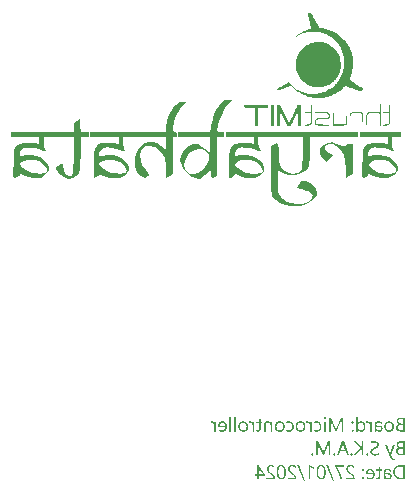
<source format=gbr>
%TF.GenerationSoftware,KiCad,Pcbnew,7.0.7*%
%TF.CreationDate,2024-02-10T00:47:22+05:30*%
%TF.ProjectId,MC_stack,4d435f73-7461-4636-9b2e-6b696361645f,rev?*%
%TF.SameCoordinates,Original*%
%TF.FileFunction,Legend,Bot*%
%TF.FilePolarity,Positive*%
%FSLAX46Y46*%
G04 Gerber Fmt 4.6, Leading zero omitted, Abs format (unit mm)*
G04 Created by KiCad (PCBNEW 7.0.7) date 2024-02-10 00:47:22*
%MOMM*%
%LPD*%
G01*
G04 APERTURE LIST*
%ADD10C,0.150000*%
G04 APERTURE END LIST*
D10*
G36*
X160855554Y-109886200D02*
G01*
X160511172Y-109886200D01*
X160490659Y-109885833D01*
X160470592Y-109884734D01*
X160450972Y-109882902D01*
X160431799Y-109880338D01*
X160413072Y-109877040D01*
X160394792Y-109873010D01*
X160376958Y-109868248D01*
X160359570Y-109862752D01*
X160342629Y-109856524D01*
X160326135Y-109849563D01*
X160310087Y-109841869D01*
X160294486Y-109833443D01*
X160279331Y-109824284D01*
X160264622Y-109814392D01*
X160250360Y-109803768D01*
X160236545Y-109792410D01*
X160223378Y-109780424D01*
X160211060Y-109767987D01*
X160199592Y-109755099D01*
X160188973Y-109741760D01*
X160179203Y-109727970D01*
X160170284Y-109713729D01*
X160162213Y-109699037D01*
X160154992Y-109683893D01*
X160148621Y-109668299D01*
X160143099Y-109652253D01*
X160138427Y-109635756D01*
X160134604Y-109618809D01*
X160131631Y-109601410D01*
X160129507Y-109583560D01*
X160128233Y-109565259D01*
X160127808Y-109546507D01*
X160127841Y-109544748D01*
X160272888Y-109544748D01*
X160272954Y-109550989D01*
X160273478Y-109563221D01*
X160274527Y-109575119D01*
X160277083Y-109592339D01*
X160280819Y-109608806D01*
X160285735Y-109624522D01*
X160291831Y-109639485D01*
X160299106Y-109653696D01*
X160307562Y-109667154D01*
X160317197Y-109679861D01*
X160328012Y-109691815D01*
X160340006Y-109703017D01*
X160344255Y-109706570D01*
X160357647Y-109716550D01*
X160372007Y-109725515D01*
X160387336Y-109733466D01*
X160398093Y-109738202D01*
X160409281Y-109742487D01*
X160420900Y-109746322D01*
X160432948Y-109749705D01*
X160445428Y-109752637D01*
X160458337Y-109755118D01*
X160471678Y-109757148D01*
X160485448Y-109758726D01*
X160499650Y-109759854D01*
X160514281Y-109760531D01*
X160529343Y-109760756D01*
X160717215Y-109760756D01*
X160717215Y-109335481D01*
X160558066Y-109335481D01*
X160540521Y-109335685D01*
X160523533Y-109336298D01*
X160507102Y-109337320D01*
X160491228Y-109338751D01*
X160475911Y-109340590D01*
X160461150Y-109342838D01*
X160446947Y-109345494D01*
X160433301Y-109348560D01*
X160420212Y-109352034D01*
X160407680Y-109355917D01*
X160395704Y-109360209D01*
X160384286Y-109364909D01*
X160363120Y-109375536D01*
X160344183Y-109387798D01*
X160327473Y-109401694D01*
X160312992Y-109417226D01*
X160300738Y-109434392D01*
X160290712Y-109453194D01*
X160282914Y-109473630D01*
X160277344Y-109495701D01*
X160275395Y-109507350D01*
X160274002Y-109519407D01*
X160273167Y-109531873D01*
X160272888Y-109544748D01*
X160127841Y-109544748D01*
X160128089Y-109531444D01*
X160128930Y-109516739D01*
X160130333Y-109502392D01*
X160132296Y-109488401D01*
X160134821Y-109474768D01*
X160137906Y-109461492D01*
X160141553Y-109448573D01*
X160145760Y-109436011D01*
X160150528Y-109423807D01*
X160155858Y-109411959D01*
X160161748Y-109400469D01*
X160168200Y-109389336D01*
X160175212Y-109378561D01*
X160182786Y-109368142D01*
X160190920Y-109358081D01*
X160199616Y-109348377D01*
X160208743Y-109339059D01*
X160218245Y-109330228D01*
X160228123Y-109321885D01*
X160238377Y-109314030D01*
X160249006Y-109306663D01*
X160260011Y-109299783D01*
X160271391Y-109293391D01*
X160283147Y-109287487D01*
X160295278Y-109282071D01*
X160307785Y-109277142D01*
X160320667Y-109272701D01*
X160333925Y-109268747D01*
X160347558Y-109265282D01*
X160361567Y-109262304D01*
X160375951Y-109259814D01*
X160390711Y-109257812D01*
X160390711Y-109254587D01*
X160384779Y-109252586D01*
X160373157Y-109248331D01*
X160361854Y-109243743D01*
X160350872Y-109238820D01*
X160340211Y-109233562D01*
X160329871Y-109227971D01*
X160314961Y-109218956D01*
X160300772Y-109209190D01*
X160287305Y-109198671D01*
X160274559Y-109187400D01*
X160262534Y-109175377D01*
X160251231Y-109162602D01*
X160240648Y-109149075D01*
X160237294Y-109144415D01*
X160227871Y-109130129D01*
X160219407Y-109115385D01*
X160211900Y-109100182D01*
X160205352Y-109084521D01*
X160199762Y-109068401D01*
X160195130Y-109051823D01*
X160191457Y-109034786D01*
X160189541Y-109023174D01*
X160188050Y-109011357D01*
X160187216Y-109001943D01*
X160331214Y-109001943D01*
X160331277Y-109008127D01*
X160331788Y-109020233D01*
X160332809Y-109031989D01*
X160335299Y-109048966D01*
X160338937Y-109065154D01*
X160343724Y-109080554D01*
X160349660Y-109095166D01*
X160356745Y-109108990D01*
X160364978Y-109122025D01*
X160374361Y-109134272D01*
X160384893Y-109145731D01*
X160396573Y-109156402D01*
X160400687Y-109159756D01*
X160413600Y-109169179D01*
X160427368Y-109177644D01*
X160441991Y-109185150D01*
X160457469Y-109191698D01*
X160473803Y-109197288D01*
X160485167Y-109200482D01*
X160496911Y-109203251D01*
X160509035Y-109205593D01*
X160521540Y-109207510D01*
X160534424Y-109209000D01*
X160547689Y-109210065D01*
X160561334Y-109210704D01*
X160575359Y-109210917D01*
X160717215Y-109210917D01*
X160717215Y-108829898D01*
X160558066Y-108829898D01*
X160544110Y-108830066D01*
X160530596Y-108830570D01*
X160517525Y-108831410D01*
X160504898Y-108832586D01*
X160492713Y-108834098D01*
X160480972Y-108835946D01*
X160458818Y-108840651D01*
X160438437Y-108846699D01*
X160419828Y-108854092D01*
X160402991Y-108862828D01*
X160387927Y-108872909D01*
X160374635Y-108884334D01*
X160363115Y-108897103D01*
X160353367Y-108911216D01*
X160345392Y-108926673D01*
X160339189Y-108943474D01*
X160334758Y-108961620D01*
X160332100Y-108981109D01*
X160331214Y-109001943D01*
X160187216Y-109001943D01*
X160186985Y-108999337D01*
X160186346Y-108987113D01*
X160186133Y-108974685D01*
X160186485Y-108959806D01*
X160187539Y-108945284D01*
X160189297Y-108931120D01*
X160191757Y-108917313D01*
X160194920Y-108903862D01*
X160198787Y-108890769D01*
X160203356Y-108878034D01*
X160208628Y-108865655D01*
X160214603Y-108853634D01*
X160221281Y-108841970D01*
X160228663Y-108830663D01*
X160236747Y-108819713D01*
X160245534Y-108809121D01*
X160255024Y-108798885D01*
X160265217Y-108789007D01*
X160276112Y-108779486D01*
X160287572Y-108770400D01*
X160299528Y-108761901D01*
X160311981Y-108753987D01*
X160324930Y-108746660D01*
X160338377Y-108739919D01*
X160352321Y-108733764D01*
X160366761Y-108728195D01*
X160381699Y-108723213D01*
X160397133Y-108718816D01*
X160413064Y-108715006D01*
X160429492Y-108711782D01*
X160446417Y-108709144D01*
X160463839Y-108707093D01*
X160481757Y-108705627D01*
X160500173Y-108704748D01*
X160519085Y-108704455D01*
X160855554Y-108704455D01*
X160855554Y-109886200D01*
G37*
G36*
X159550980Y-109023455D02*
G01*
X159563106Y-109023804D01*
X159575073Y-109024387D01*
X159586880Y-109025202D01*
X159610019Y-109027532D01*
X159632520Y-109030794D01*
X159654385Y-109034988D01*
X159675614Y-109040113D01*
X159696206Y-109046171D01*
X159716161Y-109053160D01*
X159735480Y-109061082D01*
X159754162Y-109069935D01*
X159772208Y-109079721D01*
X159789617Y-109090438D01*
X159806390Y-109102087D01*
X159822526Y-109114668D01*
X159838025Y-109128182D01*
X159852888Y-109142627D01*
X159866943Y-109157901D01*
X159880091Y-109173900D01*
X159892332Y-109190626D01*
X159903666Y-109208078D01*
X159914094Y-109226255D01*
X159923615Y-109245158D01*
X159932229Y-109264787D01*
X159939937Y-109285142D01*
X159946737Y-109306223D01*
X159952631Y-109328030D01*
X159957618Y-109350562D01*
X159959772Y-109362101D01*
X159961699Y-109373821D01*
X159963399Y-109385722D01*
X159964872Y-109397805D01*
X159966119Y-109410069D01*
X159967139Y-109422515D01*
X159967933Y-109435142D01*
X159968499Y-109447951D01*
X159968839Y-109460941D01*
X159968953Y-109474113D01*
X159968844Y-109486220D01*
X159968516Y-109498176D01*
X159967208Y-109521640D01*
X159965027Y-109544503D01*
X159961973Y-109566766D01*
X159958048Y-109588430D01*
X159953249Y-109609494D01*
X159947579Y-109629957D01*
X159941036Y-109649821D01*
X159933620Y-109669085D01*
X159925332Y-109687749D01*
X159916172Y-109705813D01*
X159906139Y-109723277D01*
X159895234Y-109740142D01*
X159883457Y-109756406D01*
X159870807Y-109772070D01*
X159857285Y-109787135D01*
X159843031Y-109801402D01*
X159828186Y-109814749D01*
X159812751Y-109827176D01*
X159796725Y-109838682D01*
X159780108Y-109849268D01*
X159762900Y-109858933D01*
X159745102Y-109867677D01*
X159726713Y-109875502D01*
X159707733Y-109882405D01*
X159688162Y-109888389D01*
X159668000Y-109893451D01*
X159647248Y-109897593D01*
X159625905Y-109900815D01*
X159603971Y-109903116D01*
X159581447Y-109904497D01*
X159558332Y-109904957D01*
X159546409Y-109904839D01*
X159534639Y-109904483D01*
X159511556Y-109903061D01*
X159489082Y-109900691D01*
X159467217Y-109897374D01*
X159445961Y-109893108D01*
X159425314Y-109887894D01*
X159405276Y-109881732D01*
X159385847Y-109874622D01*
X159367028Y-109866565D01*
X159348817Y-109857559D01*
X159331215Y-109847605D01*
X159314223Y-109836704D01*
X159297840Y-109824854D01*
X159282065Y-109812057D01*
X159266900Y-109798311D01*
X159252344Y-109783618D01*
X159238502Y-109768137D01*
X159225554Y-109752032D01*
X159213498Y-109735302D01*
X159202335Y-109717947D01*
X159192066Y-109699966D01*
X159182689Y-109681361D01*
X159174205Y-109662130D01*
X159166615Y-109642274D01*
X159159917Y-109621793D01*
X159154113Y-109600687D01*
X159149201Y-109578956D01*
X159145183Y-109556600D01*
X159142057Y-109533619D01*
X159140829Y-109521893D01*
X159139824Y-109510012D01*
X159139043Y-109497974D01*
X159138485Y-109485781D01*
X159138150Y-109473430D01*
X159138083Y-109465906D01*
X159276378Y-109465906D01*
X159276654Y-109485119D01*
X159277481Y-109503775D01*
X159278861Y-109521874D01*
X159280792Y-109539417D01*
X159283276Y-109556404D01*
X159286311Y-109572834D01*
X159289898Y-109588708D01*
X159294036Y-109604026D01*
X159298727Y-109618787D01*
X159303969Y-109632991D01*
X159309764Y-109646640D01*
X159316110Y-109659731D01*
X159323008Y-109672267D01*
X159330458Y-109684246D01*
X159338459Y-109695668D01*
X159347013Y-109706534D01*
X159356042Y-109716792D01*
X159365546Y-109726387D01*
X159375524Y-109735320D01*
X159385975Y-109743592D01*
X159396901Y-109751202D01*
X159408301Y-109758151D01*
X159420174Y-109764437D01*
X159432522Y-109770062D01*
X159445344Y-109775025D01*
X159458639Y-109779326D01*
X159472409Y-109782966D01*
X159486652Y-109785944D01*
X159501370Y-109788260D01*
X159516561Y-109789914D01*
X159532227Y-109790907D01*
X159548366Y-109791238D01*
X159564247Y-109790901D01*
X159579723Y-109789891D01*
X159594793Y-109788209D01*
X159609458Y-109785852D01*
X159623717Y-109782823D01*
X159637572Y-109779120D01*
X159651021Y-109774745D01*
X159664064Y-109769696D01*
X159676703Y-109763974D01*
X159688936Y-109757578D01*
X159700764Y-109750510D01*
X159712186Y-109742768D01*
X159723203Y-109734353D01*
X159733815Y-109725265D01*
X159744022Y-109715504D01*
X159753824Y-109705069D01*
X159763087Y-109694015D01*
X159771752Y-109682469D01*
X159779820Y-109670430D01*
X159787291Y-109657900D01*
X159794164Y-109644876D01*
X159800439Y-109631361D01*
X159806116Y-109617353D01*
X159811196Y-109602853D01*
X159815678Y-109587861D01*
X159819563Y-109572376D01*
X159822850Y-109556400D01*
X159825539Y-109539930D01*
X159827631Y-109522969D01*
X159829125Y-109505515D01*
X159830022Y-109487569D01*
X159830320Y-109469130D01*
X159830024Y-109449975D01*
X159829134Y-109431345D01*
X159827652Y-109413238D01*
X159825576Y-109395656D01*
X159822907Y-109378598D01*
X159819645Y-109362065D01*
X159815791Y-109346056D01*
X159811343Y-109330571D01*
X159806302Y-109315611D01*
X159800668Y-109301175D01*
X159794441Y-109287264D01*
X159787621Y-109273877D01*
X159780207Y-109261014D01*
X159772201Y-109248675D01*
X159763602Y-109236861D01*
X159754410Y-109225571D01*
X159744709Y-109214853D01*
X159734585Y-109204826D01*
X159724037Y-109195491D01*
X159713065Y-109186847D01*
X159701670Y-109178894D01*
X159689852Y-109171633D01*
X159677609Y-109165064D01*
X159664944Y-109159186D01*
X159651854Y-109154000D01*
X159638341Y-109149505D01*
X159624404Y-109145702D01*
X159610044Y-109142590D01*
X159595260Y-109140170D01*
X159580052Y-109138441D01*
X159564421Y-109137404D01*
X159548366Y-109137058D01*
X159532227Y-109137392D01*
X159516561Y-109138395D01*
X159501370Y-109140067D01*
X159486652Y-109142407D01*
X159472409Y-109145416D01*
X159458639Y-109149093D01*
X159445344Y-109153439D01*
X159432522Y-109158454D01*
X159420174Y-109164137D01*
X159408301Y-109170489D01*
X159396901Y-109177509D01*
X159385975Y-109185198D01*
X159375524Y-109193556D01*
X159365546Y-109202582D01*
X159356042Y-109212277D01*
X159347013Y-109222641D01*
X159338459Y-109233586D01*
X159330458Y-109245099D01*
X159323008Y-109257180D01*
X159316110Y-109269828D01*
X159309764Y-109283045D01*
X159303969Y-109296829D01*
X159298727Y-109311182D01*
X159294036Y-109326102D01*
X159289898Y-109341590D01*
X159286311Y-109357646D01*
X159283276Y-109374270D01*
X159280792Y-109391461D01*
X159278861Y-109409221D01*
X159277481Y-109427548D01*
X159276654Y-109446443D01*
X159276378Y-109465906D01*
X159138083Y-109465906D01*
X159138038Y-109460924D01*
X159138142Y-109448152D01*
X159138453Y-109435557D01*
X159138971Y-109423137D01*
X159139696Y-109410892D01*
X159140629Y-109398824D01*
X159141768Y-109386931D01*
X159144670Y-109363672D01*
X159148400Y-109341117D01*
X159152959Y-109319265D01*
X159158346Y-109298115D01*
X159164563Y-109277668D01*
X159171609Y-109257925D01*
X159179483Y-109238884D01*
X159188187Y-109220547D01*
X159197719Y-109202912D01*
X159208080Y-109185980D01*
X159219271Y-109169751D01*
X159231290Y-109154225D01*
X159244138Y-109139403D01*
X159257687Y-109125348D01*
X159271885Y-109112200D01*
X159286731Y-109099959D01*
X159302225Y-109088624D01*
X159318366Y-109078197D01*
X159335156Y-109068676D01*
X159352594Y-109060062D01*
X159370680Y-109052354D01*
X159389414Y-109045554D01*
X159408795Y-109039660D01*
X159428825Y-109034673D01*
X159449503Y-109030592D01*
X159470829Y-109027419D01*
X159492803Y-109025152D01*
X159515425Y-109023792D01*
X159538694Y-109023338D01*
X159550980Y-109023455D01*
G37*
G36*
X158641174Y-109023658D02*
G01*
X158661028Y-109024616D01*
X158680586Y-109026213D01*
X158699848Y-109028449D01*
X158718816Y-109031324D01*
X158737488Y-109034838D01*
X158755864Y-109038990D01*
X158773946Y-109043781D01*
X158791731Y-109049212D01*
X158809222Y-109055281D01*
X158826417Y-109061989D01*
X158843317Y-109069335D01*
X158859921Y-109077321D01*
X158876230Y-109085945D01*
X158892244Y-109095209D01*
X158907962Y-109105111D01*
X158907962Y-109248433D01*
X158892495Y-109234946D01*
X158876798Y-109222329D01*
X158860869Y-109210583D01*
X158844709Y-109199706D01*
X158828318Y-109189700D01*
X158811695Y-109180564D01*
X158794841Y-109172298D01*
X158777756Y-109164902D01*
X158760439Y-109158376D01*
X158742892Y-109152720D01*
X158725113Y-109147934D01*
X158707102Y-109144019D01*
X158688861Y-109140973D01*
X158670388Y-109138798D01*
X158651684Y-109137493D01*
X158632749Y-109137058D01*
X158622038Y-109137258D01*
X158601636Y-109138861D01*
X158582594Y-109142067D01*
X158564912Y-109146875D01*
X158548591Y-109153287D01*
X158533630Y-109161301D01*
X158520028Y-109170918D01*
X158507787Y-109182138D01*
X158496906Y-109194961D01*
X158487385Y-109209386D01*
X158479224Y-109225415D01*
X158472424Y-109243046D01*
X158466983Y-109262280D01*
X158462903Y-109283117D01*
X158460183Y-109305557D01*
X158459333Y-109317378D01*
X158458823Y-109329599D01*
X158458653Y-109342222D01*
X158711590Y-109378272D01*
X158728739Y-109380923D01*
X158745343Y-109383966D01*
X158761403Y-109387401D01*
X158776918Y-109391228D01*
X158791889Y-109395447D01*
X158806315Y-109400058D01*
X158820197Y-109405062D01*
X158833535Y-109410457D01*
X158846328Y-109416245D01*
X158858577Y-109422425D01*
X158870281Y-109428997D01*
X158881441Y-109435961D01*
X158892057Y-109443317D01*
X158902128Y-109451065D01*
X158911655Y-109459206D01*
X158920638Y-109467738D01*
X158929076Y-109476663D01*
X158936970Y-109485980D01*
X158944319Y-109495689D01*
X158951124Y-109505790D01*
X158957385Y-109516283D01*
X158963101Y-109527168D01*
X158968272Y-109538446D01*
X158972900Y-109550115D01*
X158976983Y-109562177D01*
X158980521Y-109574631D01*
X158983515Y-109587477D01*
X158985965Y-109600715D01*
X158987871Y-109614345D01*
X158989232Y-109628367D01*
X158990048Y-109642782D01*
X158990320Y-109657588D01*
X158990042Y-109671410D01*
X158989208Y-109684887D01*
X158987816Y-109698018D01*
X158985869Y-109710803D01*
X158983365Y-109723242D01*
X158980305Y-109735335D01*
X158976688Y-109747083D01*
X158972515Y-109758485D01*
X158967786Y-109769541D01*
X158962500Y-109780252D01*
X158956657Y-109790616D01*
X158950258Y-109800635D01*
X158943303Y-109810308D01*
X158935792Y-109819636D01*
X158927724Y-109828617D01*
X158919099Y-109837253D01*
X158909947Y-109845452D01*
X158900369Y-109853121D01*
X158890365Y-109860262D01*
X158879935Y-109866874D01*
X158869079Y-109872957D01*
X158857797Y-109878510D01*
X158846090Y-109883535D01*
X158833956Y-109888031D01*
X158821397Y-109891998D01*
X158808411Y-109895436D01*
X158795000Y-109898346D01*
X158781163Y-109900726D01*
X158766900Y-109902577D01*
X158752211Y-109903899D01*
X158737096Y-109904693D01*
X158721556Y-109904957D01*
X158700448Y-109904365D01*
X158679992Y-109902590D01*
X158660185Y-109899630D01*
X158641029Y-109895487D01*
X158622523Y-109890160D01*
X158604667Y-109883649D01*
X158587462Y-109875954D01*
X158570907Y-109867075D01*
X158555002Y-109857013D01*
X158539747Y-109845767D01*
X158525143Y-109833337D01*
X158511189Y-109819723D01*
X158497886Y-109804925D01*
X158485232Y-109788944D01*
X158473229Y-109771778D01*
X158461877Y-109753429D01*
X158458653Y-109753429D01*
X158458653Y-109886200D01*
X158323537Y-109886200D01*
X158323537Y-109450079D01*
X158458653Y-109450079D01*
X158458653Y-109536248D01*
X158458909Y-109549911D01*
X158459678Y-109563277D01*
X158460961Y-109576345D01*
X158462756Y-109589115D01*
X158465064Y-109601587D01*
X158467885Y-109613762D01*
X158471219Y-109625639D01*
X158475066Y-109637218D01*
X158479425Y-109648500D01*
X158484298Y-109659484D01*
X158489684Y-109670171D01*
X158495582Y-109680559D01*
X158501993Y-109690650D01*
X158508918Y-109700444D01*
X158516355Y-109709939D01*
X158524305Y-109719137D01*
X158528424Y-109723573D01*
X158536869Y-109732023D01*
X158550051Y-109743640D01*
X158563852Y-109753991D01*
X158578270Y-109763074D01*
X158593307Y-109770889D01*
X158608963Y-109777437D01*
X158625236Y-109782718D01*
X158642128Y-109786732D01*
X158653732Y-109788703D01*
X158665612Y-109790111D01*
X158677766Y-109790956D01*
X158690195Y-109791238D01*
X158694746Y-109791199D01*
X158708060Y-109790610D01*
X158720863Y-109789316D01*
X158733157Y-109787317D01*
X158744940Y-109784611D01*
X158756214Y-109781200D01*
X158770451Y-109775553D01*
X158783783Y-109768652D01*
X158796207Y-109760495D01*
X158807724Y-109751084D01*
X158818028Y-109740684D01*
X158826959Y-109729560D01*
X158834515Y-109717713D01*
X158840697Y-109705142D01*
X158845506Y-109691848D01*
X158848940Y-109677830D01*
X158851001Y-109663088D01*
X158851688Y-109647623D01*
X158851502Y-109636949D01*
X158850522Y-109621716D01*
X158848702Y-109607415D01*
X158846043Y-109594046D01*
X158842544Y-109581610D01*
X158838205Y-109570106D01*
X158833026Y-109559535D01*
X158824815Y-109546891D01*
X158815111Y-109535905D01*
X158803914Y-109526576D01*
X158800883Y-109524453D01*
X158787854Y-109516368D01*
X158777133Y-109510731D01*
X158765598Y-109505460D01*
X158753248Y-109500554D01*
X158740085Y-109496014D01*
X158726108Y-109491840D01*
X158711316Y-109488032D01*
X158695711Y-109484590D01*
X158679291Y-109481513D01*
X158662058Y-109478802D01*
X158458653Y-109450079D01*
X158323537Y-109450079D01*
X158323537Y-109337825D01*
X158323828Y-109318477D01*
X158324699Y-109299743D01*
X158326152Y-109281623D01*
X158328186Y-109264118D01*
X158330800Y-109247226D01*
X158333996Y-109230949D01*
X158337773Y-109215286D01*
X158342130Y-109200237D01*
X158347069Y-109185803D01*
X158352589Y-109171983D01*
X158358690Y-109158777D01*
X158365372Y-109146185D01*
X158372634Y-109134207D01*
X158380478Y-109122844D01*
X158388903Y-109112095D01*
X158397909Y-109101960D01*
X158407496Y-109092440D01*
X158417664Y-109083533D01*
X158428413Y-109075241D01*
X158439744Y-109067563D01*
X158451655Y-109060499D01*
X158464147Y-109054050D01*
X158477220Y-109048215D01*
X158490874Y-109042994D01*
X158505110Y-109038387D01*
X158519926Y-109034395D01*
X158535323Y-109031016D01*
X158551301Y-109028252D01*
X158567861Y-109026102D01*
X158585001Y-109024567D01*
X158602723Y-109023645D01*
X158621025Y-109023338D01*
X158641174Y-109023658D01*
G37*
G36*
X157632721Y-109173401D02*
G01*
X157644569Y-109167997D01*
X157657949Y-109163509D01*
X157669755Y-109160578D01*
X157682541Y-109158234D01*
X157696307Y-109156475D01*
X157711053Y-109155303D01*
X157726779Y-109154717D01*
X157735010Y-109154643D01*
X157750974Y-109155359D01*
X157766444Y-109157508D01*
X157781419Y-109161088D01*
X157795900Y-109166101D01*
X157809886Y-109172547D01*
X157823377Y-109180424D01*
X157836374Y-109189734D01*
X157848876Y-109200475D01*
X157860883Y-109212650D01*
X157868614Y-109221561D01*
X157876124Y-109231110D01*
X157879797Y-109236123D01*
X157886824Y-109246502D01*
X157893398Y-109257344D01*
X157899519Y-109268649D01*
X157905186Y-109280416D01*
X157910400Y-109292646D01*
X157915160Y-109305338D01*
X157919467Y-109318493D01*
X157923321Y-109332110D01*
X157926721Y-109346190D01*
X157929668Y-109360732D01*
X157932162Y-109375737D01*
X157934202Y-109391205D01*
X157935789Y-109407135D01*
X157936922Y-109423527D01*
X157937602Y-109440382D01*
X157937829Y-109457700D01*
X157937829Y-109886200D01*
X158072944Y-109886200D01*
X158072944Y-109042096D01*
X157937829Y-109042096D01*
X157937829Y-109218830D01*
X157934605Y-109218830D01*
X157930860Y-109207449D01*
X157926879Y-109196386D01*
X157920466Y-109180388D01*
X157913522Y-109165106D01*
X157906047Y-109150541D01*
X157898042Y-109136691D01*
X157889506Y-109123558D01*
X157880439Y-109111141D01*
X157870842Y-109099440D01*
X157860714Y-109088455D01*
X157850055Y-109078186D01*
X157846385Y-109074922D01*
X157835108Y-109065704D01*
X157823589Y-109057392D01*
X157811828Y-109049987D01*
X157799824Y-109043488D01*
X157787579Y-109037897D01*
X157775091Y-109033212D01*
X157762361Y-109029434D01*
X157749390Y-109026562D01*
X157736176Y-109024598D01*
X157722719Y-109023540D01*
X157713614Y-109023338D01*
X157700810Y-109023517D01*
X157688775Y-109024053D01*
X157674813Y-109025225D01*
X157662053Y-109026955D01*
X157650495Y-109029243D01*
X157638213Y-109032726D01*
X157632721Y-109034769D01*
X157632721Y-109173401D01*
G37*
G36*
X156903803Y-109159919D02*
G01*
X156907027Y-109159919D01*
X156917289Y-109143380D01*
X156928294Y-109127908D01*
X156940041Y-109113503D01*
X156952529Y-109100165D01*
X156965759Y-109087894D01*
X156979732Y-109076690D01*
X156994446Y-109066553D01*
X157009902Y-109057484D01*
X157026100Y-109049481D01*
X157043039Y-109042545D01*
X157060721Y-109036676D01*
X157079145Y-109031875D01*
X157098310Y-109028140D01*
X157118217Y-109025472D01*
X157138866Y-109023872D01*
X157160258Y-109023338D01*
X157181929Y-109023831D01*
X157203053Y-109025308D01*
X157223631Y-109027769D01*
X157243660Y-109031215D01*
X157263143Y-109035646D01*
X157282078Y-109041061D01*
X157300466Y-109047461D01*
X157318307Y-109054846D01*
X157335601Y-109063215D01*
X157352347Y-109072569D01*
X157368546Y-109082907D01*
X157384198Y-109094230D01*
X157399302Y-109106537D01*
X157413859Y-109119830D01*
X157427869Y-109134106D01*
X157441332Y-109149368D01*
X157447824Y-109157307D01*
X157460189Y-109173672D01*
X157471729Y-109190685D01*
X157482445Y-109208346D01*
X157492337Y-109226655D01*
X157501405Y-109245612D01*
X157509648Y-109265217D01*
X157517067Y-109285471D01*
X157523661Y-109306372D01*
X157529431Y-109327921D01*
X157534377Y-109350118D01*
X157538499Y-109372963D01*
X157540251Y-109384628D01*
X157541796Y-109396456D01*
X157543136Y-109408446D01*
X157544269Y-109420597D01*
X157545196Y-109432911D01*
X157545918Y-109445386D01*
X157546433Y-109458024D01*
X157546742Y-109470823D01*
X157546845Y-109483785D01*
X157546752Y-109495887D01*
X157546473Y-109507829D01*
X157545357Y-109531234D01*
X157543496Y-109554000D01*
X157540892Y-109576127D01*
X157537543Y-109597616D01*
X157533450Y-109618465D01*
X157528613Y-109638676D01*
X157523031Y-109658248D01*
X157516706Y-109677181D01*
X157509636Y-109695475D01*
X157501822Y-109713130D01*
X157493264Y-109730147D01*
X157483962Y-109746524D01*
X157473916Y-109762263D01*
X157463125Y-109777363D01*
X157451590Y-109791824D01*
X157439434Y-109805524D01*
X157426778Y-109818340D01*
X157413624Y-109830272D01*
X157399970Y-109841320D01*
X157385817Y-109851484D01*
X157371164Y-109860765D01*
X157356013Y-109869161D01*
X157340362Y-109876674D01*
X157324212Y-109883303D01*
X157307563Y-109889048D01*
X157290415Y-109893909D01*
X157272768Y-109897887D01*
X157254622Y-109900980D01*
X157235976Y-109903190D01*
X157216831Y-109904515D01*
X157197187Y-109904957D01*
X157185032Y-109904798D01*
X157173076Y-109904321D01*
X157149761Y-109902411D01*
X157127244Y-109899228D01*
X157105523Y-109894772D01*
X157084599Y-109889043D01*
X157064472Y-109882041D01*
X157045141Y-109873766D01*
X157026608Y-109864218D01*
X157008871Y-109853396D01*
X156991931Y-109841302D01*
X156975789Y-109827934D01*
X156960442Y-109813293D01*
X156945893Y-109797379D01*
X156932141Y-109780192D01*
X156919185Y-109761732D01*
X156907027Y-109741999D01*
X156903803Y-109741999D01*
X156903803Y-109886200D01*
X156768687Y-109886200D01*
X156768687Y-109504301D01*
X156903803Y-109504301D01*
X156904078Y-109519668D01*
X156904906Y-109534700D01*
X156906286Y-109549399D01*
X156908217Y-109563762D01*
X156910701Y-109577792D01*
X156913736Y-109591487D01*
X156917323Y-109604848D01*
X156921461Y-109617874D01*
X156926152Y-109630567D01*
X156931394Y-109642924D01*
X156937189Y-109654948D01*
X156943535Y-109666637D01*
X156950433Y-109677992D01*
X156957883Y-109689013D01*
X156965884Y-109699699D01*
X156974438Y-109710052D01*
X156983396Y-109719883D01*
X156992687Y-109729080D01*
X157002310Y-109737642D01*
X157012265Y-109745571D01*
X157022552Y-109752865D01*
X157033170Y-109759524D01*
X157044121Y-109765550D01*
X157055404Y-109770941D01*
X157067019Y-109775698D01*
X157078966Y-109779821D01*
X157091245Y-109783310D01*
X157103856Y-109786164D01*
X157116799Y-109788384D01*
X157130074Y-109789969D01*
X157143681Y-109790921D01*
X157157620Y-109791238D01*
X157171763Y-109790909D01*
X157185541Y-109789924D01*
X157198956Y-109788281D01*
X157212007Y-109785981D01*
X157224693Y-109783023D01*
X157237015Y-109779409D01*
X157248974Y-109775137D01*
X157260568Y-109770209D01*
X157271798Y-109764623D01*
X157282664Y-109758380D01*
X157293167Y-109751479D01*
X157303304Y-109743922D01*
X157313078Y-109735707D01*
X157322488Y-109726836D01*
X157331534Y-109717307D01*
X157340216Y-109707121D01*
X157348450Y-109696331D01*
X157356153Y-109685066D01*
X157363324Y-109673324D01*
X157369964Y-109661105D01*
X157376074Y-109648411D01*
X157381651Y-109635240D01*
X157386698Y-109621593D01*
X157391214Y-109607470D01*
X157395198Y-109592870D01*
X157398651Y-109577794D01*
X157401573Y-109562242D01*
X157403963Y-109546213D01*
X157405822Y-109529709D01*
X157407150Y-109512728D01*
X157407947Y-109495271D01*
X157408213Y-109477337D01*
X157407936Y-109457677D01*
X157407105Y-109438557D01*
X157405719Y-109419978D01*
X157403780Y-109401939D01*
X157401286Y-109384441D01*
X157398239Y-109367483D01*
X157394637Y-109351065D01*
X157390481Y-109335188D01*
X157385771Y-109319851D01*
X157380507Y-109305054D01*
X157374688Y-109290798D01*
X157368316Y-109277082D01*
X157361389Y-109263907D01*
X157353909Y-109251272D01*
X157345874Y-109239177D01*
X157337285Y-109227623D01*
X157328214Y-109216656D01*
X157318733Y-109206397D01*
X157308842Y-109196845D01*
X157298542Y-109188001D01*
X157287831Y-109179864D01*
X157276711Y-109172435D01*
X157265181Y-109165713D01*
X157253241Y-109159699D01*
X157240891Y-109154393D01*
X157228131Y-109149794D01*
X157214961Y-109145902D01*
X157201382Y-109142718D01*
X157187393Y-109140242D01*
X157172993Y-109138473D01*
X157158184Y-109137412D01*
X157142965Y-109137058D01*
X157136498Y-109137127D01*
X157123778Y-109137679D01*
X157111345Y-109138782D01*
X157099198Y-109140438D01*
X157087336Y-109142645D01*
X157075762Y-109145404D01*
X157058936Y-109150578D01*
X157042755Y-109156993D01*
X157027217Y-109164650D01*
X157012323Y-109173548D01*
X156998074Y-109183688D01*
X156988932Y-109191138D01*
X156980076Y-109199139D01*
X156971507Y-109207693D01*
X156963308Y-109216645D01*
X156955639Y-109225842D01*
X156948498Y-109235284D01*
X156941886Y-109244970D01*
X156932960Y-109259960D01*
X156925225Y-109275501D01*
X156918679Y-109291593D01*
X156913323Y-109308237D01*
X156910414Y-109319639D01*
X156908034Y-109331286D01*
X156906183Y-109343178D01*
X156904860Y-109355315D01*
X156904067Y-109367697D01*
X156903803Y-109380324D01*
X156903803Y-109504301D01*
X156768687Y-109504301D01*
X156768687Y-108629424D01*
X156903803Y-108629424D01*
X156903803Y-109159919D01*
G37*
G36*
X156453907Y-109210917D02*
G01*
X156467704Y-109209938D01*
X156480739Y-109207001D01*
X156493011Y-109202107D01*
X156504520Y-109195255D01*
X156515268Y-109186445D01*
X156518680Y-109183073D01*
X156526364Y-109174100D01*
X156533865Y-109162615D01*
X156539491Y-109150346D01*
X156543242Y-109137294D01*
X156545117Y-109123459D01*
X156545352Y-109116248D01*
X156544701Y-109104445D01*
X156542200Y-109091036D01*
X156537824Y-109078451D01*
X156531573Y-109066691D01*
X156523447Y-109055755D01*
X156518680Y-109050596D01*
X156508188Y-109041333D01*
X156496932Y-109033986D01*
X156484914Y-109028556D01*
X156472134Y-109025042D01*
X156458591Y-109023445D01*
X156453907Y-109023338D01*
X156442096Y-109024004D01*
X156428660Y-109026559D01*
X156416027Y-109031031D01*
X156404198Y-109037420D01*
X156393173Y-109045725D01*
X156387962Y-109050596D01*
X156380109Y-109059308D01*
X156372443Y-109070519D01*
X156366693Y-109082554D01*
X156362860Y-109095414D01*
X156360944Y-109109097D01*
X156360704Y-109116248D01*
X156361370Y-109128158D01*
X156363925Y-109141732D01*
X156368397Y-109154523D01*
X156374785Y-109166530D01*
X156383090Y-109177755D01*
X156387962Y-109183073D01*
X156396759Y-109191095D01*
X156408052Y-109198926D01*
X156420149Y-109204799D01*
X156433049Y-109208714D01*
X156446754Y-109210672D01*
X156453907Y-109210917D01*
G37*
G36*
X156453907Y-109904957D02*
G01*
X156467704Y-109903989D01*
X156480739Y-109901083D01*
X156493011Y-109896240D01*
X156504520Y-109889460D01*
X156515268Y-109880743D01*
X156518680Y-109877407D01*
X156526364Y-109868532D01*
X156533865Y-109857184D01*
X156539491Y-109845074D01*
X156543242Y-109832201D01*
X156545117Y-109818565D01*
X156545352Y-109811461D01*
X156544414Y-109797534D01*
X156541601Y-109784327D01*
X156536913Y-109771842D01*
X156530349Y-109760079D01*
X156521910Y-109749036D01*
X156518680Y-109745516D01*
X156509989Y-109737410D01*
X156498861Y-109729496D01*
X156486970Y-109723561D01*
X156474317Y-109719605D01*
X156460901Y-109717626D01*
X156453907Y-109717379D01*
X156442096Y-109718066D01*
X156428660Y-109720704D01*
X156416027Y-109725320D01*
X156404198Y-109731914D01*
X156393173Y-109740487D01*
X156387962Y-109745516D01*
X156380109Y-109754467D01*
X156372443Y-109765870D01*
X156366693Y-109777995D01*
X156362860Y-109790840D01*
X156360944Y-109804407D01*
X156360704Y-109811461D01*
X156361370Y-109823195D01*
X156363925Y-109836576D01*
X156368397Y-109849195D01*
X156374785Y-109861052D01*
X156383090Y-109872146D01*
X156387962Y-109877407D01*
X156396759Y-109885344D01*
X156408052Y-109893092D01*
X156420149Y-109898904D01*
X156433049Y-109902778D01*
X156446754Y-109904715D01*
X156453907Y-109904957D01*
G37*
G36*
X154454438Y-109886200D02*
G01*
X154592191Y-109886200D01*
X154592191Y-109093387D01*
X154592146Y-109081499D01*
X154592012Y-109069280D01*
X154591789Y-109056732D01*
X154591476Y-109043855D01*
X154591074Y-109030647D01*
X154590583Y-109017110D01*
X154590003Y-109003243D01*
X154589333Y-108989047D01*
X154588574Y-108974520D01*
X154587726Y-108959664D01*
X154586788Y-108944478D01*
X154585761Y-108928963D01*
X154584645Y-108913118D01*
X154583439Y-108896943D01*
X154582144Y-108880438D01*
X154580760Y-108863604D01*
X154583984Y-108863604D01*
X154587682Y-108878207D01*
X154591303Y-108892012D01*
X154594847Y-108905018D01*
X154598313Y-108917226D01*
X154601703Y-108928635D01*
X154606101Y-108942605D01*
X154610363Y-108955155D01*
X154614486Y-108966285D01*
X154619448Y-108978202D01*
X155023328Y-109886200D01*
X155091032Y-109886200D01*
X155494033Y-108984650D01*
X155499458Y-108971262D01*
X155503829Y-108959078D01*
X155508228Y-108945585D01*
X155512654Y-108930781D01*
X155515992Y-108918819D01*
X155519345Y-108906120D01*
X155522713Y-108892685D01*
X155526097Y-108878513D01*
X155529497Y-108863604D01*
X155532721Y-108863604D01*
X155531569Y-108877691D01*
X155530530Y-108893355D01*
X155529604Y-108910595D01*
X155529050Y-108922964D01*
X155528546Y-108936034D01*
X155528093Y-108949805D01*
X155527690Y-108964276D01*
X155527337Y-108979449D01*
X155527035Y-108995321D01*
X155526783Y-109011895D01*
X155526581Y-109029169D01*
X155526430Y-109047143D01*
X155526330Y-109065819D01*
X155526279Y-109085195D01*
X155526273Y-109095146D01*
X155526273Y-109886200D01*
X155659630Y-109886200D01*
X155659630Y-108704455D01*
X155476740Y-108704455D01*
X155113893Y-109528335D01*
X155108770Y-109540017D01*
X155103878Y-109551324D01*
X155099217Y-109562256D01*
X155092659Y-109577949D01*
X155086622Y-109592797D01*
X155081105Y-109606800D01*
X155076109Y-109619958D01*
X155071632Y-109632271D01*
X155067676Y-109643740D01*
X155063211Y-109657716D01*
X155059671Y-109670191D01*
X155054689Y-109670191D01*
X155050311Y-109658221D01*
X155046043Y-109646638D01*
X155041884Y-109635443D01*
X155035853Y-109619374D01*
X155030069Y-109604177D01*
X155024532Y-109589850D01*
X155019243Y-109576394D01*
X155014201Y-109563808D01*
X155009406Y-109552094D01*
X155004859Y-109541250D01*
X154999180Y-109528145D01*
X154997829Y-109525111D01*
X154627655Y-108704455D01*
X154454438Y-108704455D01*
X154454438Y-109886200D01*
G37*
G36*
X154100969Y-108835760D02*
G01*
X154114217Y-108834925D01*
X154126702Y-108832421D01*
X154138424Y-108828248D01*
X154149384Y-108822406D01*
X154159582Y-108814894D01*
X154162812Y-108812019D01*
X154171477Y-108802663D01*
X154178350Y-108792401D01*
X154183430Y-108781231D01*
X154186717Y-108769155D01*
X154188211Y-108756172D01*
X154188311Y-108751643D01*
X154187414Y-108738447D01*
X154184725Y-108726116D01*
X154180243Y-108714651D01*
X154173967Y-108704052D01*
X154165899Y-108694318D01*
X154162812Y-108691266D01*
X154152868Y-108682999D01*
X154142162Y-108676442D01*
X154130694Y-108671595D01*
X154118463Y-108668460D01*
X154105470Y-108667034D01*
X154100969Y-108666939D01*
X154087413Y-108667794D01*
X154074660Y-108670360D01*
X154062711Y-108674636D01*
X154051565Y-108680623D01*
X154041223Y-108688320D01*
X154037955Y-108691266D01*
X154029090Y-108700711D01*
X154022059Y-108711022D01*
X154016862Y-108722198D01*
X154013500Y-108734240D01*
X154011971Y-108747148D01*
X154011870Y-108751643D01*
X154012787Y-108764361D01*
X154015538Y-108776358D01*
X154020123Y-108787634D01*
X154026542Y-108798189D01*
X154034796Y-108808023D01*
X154037955Y-108811140D01*
X154048029Y-108819507D01*
X154058906Y-108826143D01*
X154070587Y-108831048D01*
X154083072Y-108834221D01*
X154096361Y-108835664D01*
X154100969Y-108835760D01*
G37*
G36*
X154035024Y-109886200D02*
G01*
X154170139Y-109886200D01*
X154170139Y-109042096D01*
X154035024Y-109042096D01*
X154035024Y-109886200D01*
G37*
G36*
X153187990Y-109846339D02*
G01*
X153200294Y-109853437D01*
X153212879Y-109860078D01*
X153225747Y-109866260D01*
X153238896Y-109871985D01*
X153252327Y-109877251D01*
X153266039Y-109882060D01*
X153280033Y-109886410D01*
X153294309Y-109890303D01*
X153308866Y-109893737D01*
X153323705Y-109896714D01*
X153338825Y-109899233D01*
X153354227Y-109901294D01*
X153369911Y-109902897D01*
X153385877Y-109904041D01*
X153402124Y-109904728D01*
X153418653Y-109904957D01*
X153440949Y-109904499D01*
X153462703Y-109903126D01*
X153483915Y-109900836D01*
X153504583Y-109897630D01*
X153524709Y-109893508D01*
X153544293Y-109888471D01*
X153563333Y-109882518D01*
X153581831Y-109875648D01*
X153599786Y-109867863D01*
X153617199Y-109859162D01*
X153634069Y-109849545D01*
X153650396Y-109839012D01*
X153666181Y-109827563D01*
X153681423Y-109815198D01*
X153696122Y-109801917D01*
X153710278Y-109787721D01*
X153723694Y-109772795D01*
X153736245Y-109757326D01*
X153747929Y-109741315D01*
X153758748Y-109724761D01*
X153768702Y-109707664D01*
X153777790Y-109690025D01*
X153786013Y-109671843D01*
X153793370Y-109653119D01*
X153799861Y-109633851D01*
X153805487Y-109614041D01*
X153810248Y-109593689D01*
X153814143Y-109572793D01*
X153817172Y-109551355D01*
X153819336Y-109529374D01*
X153820634Y-109506851D01*
X153821067Y-109483785D01*
X153820950Y-109470859D01*
X153820600Y-109458094D01*
X153820016Y-109445488D01*
X153819199Y-109433044D01*
X153818148Y-109420759D01*
X153816863Y-109408635D01*
X153815345Y-109396670D01*
X153813593Y-109384867D01*
X153811608Y-109373223D01*
X153806937Y-109350417D01*
X153801331Y-109328252D01*
X153794792Y-109306728D01*
X153787318Y-109285845D01*
X153778910Y-109265604D01*
X153769568Y-109246003D01*
X153759291Y-109227044D01*
X153748080Y-109208726D01*
X153735935Y-109191048D01*
X153722856Y-109174013D01*
X153708843Y-109157618D01*
X153701486Y-109149661D01*
X153686226Y-109134364D01*
X153670340Y-109120054D01*
X153653830Y-109106731D01*
X153636694Y-109094395D01*
X153618934Y-109083045D01*
X153600548Y-109072683D01*
X153581537Y-109063308D01*
X153561901Y-109054919D01*
X153541640Y-109047517D01*
X153520754Y-109041102D01*
X153499242Y-109035675D01*
X153477106Y-109031234D01*
X153454344Y-109027779D01*
X153430958Y-109025312D01*
X153419030Y-109024449D01*
X153406946Y-109023832D01*
X153394706Y-109023462D01*
X153382309Y-109023338D01*
X153368526Y-109023507D01*
X153354946Y-109024012D01*
X153341571Y-109024853D01*
X153328399Y-109026031D01*
X153315431Y-109027546D01*
X153302666Y-109029397D01*
X153290106Y-109031585D01*
X153277749Y-109034109D01*
X153265596Y-109036971D01*
X153253647Y-109040168D01*
X153241901Y-109043702D01*
X153230360Y-109047573D01*
X153219022Y-109051781D01*
X153207888Y-109056325D01*
X153196958Y-109061206D01*
X153186231Y-109066423D01*
X153186231Y-109210917D01*
X153198042Y-109201973D01*
X153209953Y-109193606D01*
X153221965Y-109185816D01*
X153234078Y-109178604D01*
X153246292Y-109171968D01*
X153258606Y-109165909D01*
X153271021Y-109160427D01*
X153283537Y-109155523D01*
X153296154Y-109151195D01*
X153308871Y-109147444D01*
X153321690Y-109144271D01*
X153334609Y-109141674D01*
X153347628Y-109139654D01*
X153360749Y-109138212D01*
X153373970Y-109137346D01*
X153387292Y-109137058D01*
X153403303Y-109137420D01*
X153418950Y-109138505D01*
X153434233Y-109140314D01*
X153449152Y-109142846D01*
X153463707Y-109146102D01*
X153477898Y-109150082D01*
X153491725Y-109154785D01*
X153505188Y-109160212D01*
X153518286Y-109166362D01*
X153531021Y-109173236D01*
X153543392Y-109180834D01*
X153555398Y-109189155D01*
X153567040Y-109198199D01*
X153578319Y-109207968D01*
X153589233Y-109218459D01*
X153599783Y-109229675D01*
X153609792Y-109241442D01*
X153619155Y-109253662D01*
X153627872Y-109266336D01*
X153635943Y-109279464D01*
X153643369Y-109293044D01*
X153650149Y-109307078D01*
X153656283Y-109321566D01*
X153661772Y-109336507D01*
X153666615Y-109351901D01*
X153670812Y-109367748D01*
X153674363Y-109384049D01*
X153677269Y-109400803D01*
X153679529Y-109418011D01*
X153681143Y-109435672D01*
X153682112Y-109453787D01*
X153682435Y-109472354D01*
X153682131Y-109490612D01*
X153681221Y-109508382D01*
X153679704Y-109525664D01*
X153677580Y-109542458D01*
X153674850Y-109558765D01*
X153671513Y-109574584D01*
X153667568Y-109589915D01*
X153663018Y-109604758D01*
X153657860Y-109619114D01*
X153652095Y-109632982D01*
X153645724Y-109646363D01*
X153638746Y-109659255D01*
X153631161Y-109671660D01*
X153622969Y-109683577D01*
X153614171Y-109695007D01*
X153604766Y-109705948D01*
X153594813Y-109716276D01*
X153584446Y-109725938D01*
X153573665Y-109734933D01*
X153562469Y-109743262D01*
X153550859Y-109750925D01*
X153538834Y-109757922D01*
X153526395Y-109764252D01*
X153513541Y-109769915D01*
X153500273Y-109774913D01*
X153486590Y-109779244D01*
X153472493Y-109782909D01*
X153457982Y-109785907D01*
X153443056Y-109788239D01*
X153427715Y-109789905D01*
X153411961Y-109790905D01*
X153395791Y-109791238D01*
X153382031Y-109790949D01*
X153368374Y-109790084D01*
X153354819Y-109788641D01*
X153341368Y-109786622D01*
X153328020Y-109784025D01*
X153314775Y-109780851D01*
X153301632Y-109777101D01*
X153288593Y-109772773D01*
X153275657Y-109767868D01*
X153262824Y-109762387D01*
X153250094Y-109756328D01*
X153237467Y-109749692D01*
X153224943Y-109742479D01*
X153212522Y-109734690D01*
X153200204Y-109726323D01*
X153187990Y-109717379D01*
X153187990Y-109846339D01*
G37*
G36*
X152546999Y-109173401D02*
G01*
X152558847Y-109167997D01*
X152572226Y-109163509D01*
X152584032Y-109160578D01*
X152596818Y-109158234D01*
X152610585Y-109156475D01*
X152625331Y-109155303D01*
X152641057Y-109154717D01*
X152649288Y-109154643D01*
X152665252Y-109155359D01*
X152680722Y-109157508D01*
X152695697Y-109161088D01*
X152710177Y-109166101D01*
X152724163Y-109172547D01*
X152737655Y-109180424D01*
X152750651Y-109189734D01*
X152763154Y-109200475D01*
X152775161Y-109212650D01*
X152782891Y-109221561D01*
X152790402Y-109231110D01*
X152794075Y-109236123D01*
X152801102Y-109246502D01*
X152807676Y-109257344D01*
X152813797Y-109268649D01*
X152819464Y-109280416D01*
X152824678Y-109292646D01*
X152829438Y-109305338D01*
X152833745Y-109318493D01*
X152837599Y-109332110D01*
X152840999Y-109346190D01*
X152843946Y-109360732D01*
X152846440Y-109375737D01*
X152848480Y-109391205D01*
X152850067Y-109407135D01*
X152851200Y-109423527D01*
X152851880Y-109440382D01*
X152852107Y-109457700D01*
X152852107Y-109886200D01*
X152987222Y-109886200D01*
X152987222Y-109042096D01*
X152852107Y-109042096D01*
X152852107Y-109218830D01*
X152848883Y-109218830D01*
X152845138Y-109207449D01*
X152841157Y-109196386D01*
X152834744Y-109180388D01*
X152827800Y-109165106D01*
X152820325Y-109150541D01*
X152812320Y-109136691D01*
X152803784Y-109123558D01*
X152794717Y-109111141D01*
X152785120Y-109099440D01*
X152774992Y-109088455D01*
X152764333Y-109078186D01*
X152760662Y-109074922D01*
X152749385Y-109065704D01*
X152737866Y-109057392D01*
X152726105Y-109049987D01*
X152714102Y-109043488D01*
X152701857Y-109037897D01*
X152689369Y-109033212D01*
X152676639Y-109029434D01*
X152663667Y-109026562D01*
X152650453Y-109024598D01*
X152636997Y-109023540D01*
X152627892Y-109023338D01*
X152615087Y-109023517D01*
X152603052Y-109024053D01*
X152589090Y-109025225D01*
X152576331Y-109026955D01*
X152564773Y-109029243D01*
X152552491Y-109032726D01*
X152546999Y-109034769D01*
X152546999Y-109173401D01*
G37*
G36*
X152043150Y-109023455D02*
G01*
X152055276Y-109023804D01*
X152067243Y-109024387D01*
X152079051Y-109025202D01*
X152102189Y-109027532D01*
X152124691Y-109030794D01*
X152146556Y-109034988D01*
X152167784Y-109040113D01*
X152188376Y-109046171D01*
X152208332Y-109053160D01*
X152227650Y-109061082D01*
X152246333Y-109069935D01*
X152264378Y-109079721D01*
X152281788Y-109090438D01*
X152298560Y-109102087D01*
X152314696Y-109114668D01*
X152330196Y-109128182D01*
X152345059Y-109142627D01*
X152359113Y-109157901D01*
X152372261Y-109173900D01*
X152384502Y-109190626D01*
X152395837Y-109208078D01*
X152406264Y-109226255D01*
X152415785Y-109245158D01*
X152424399Y-109264787D01*
X152432107Y-109285142D01*
X152438907Y-109306223D01*
X152444801Y-109328030D01*
X152449788Y-109350562D01*
X152451942Y-109362101D01*
X152453869Y-109373821D01*
X152455569Y-109385722D01*
X152457042Y-109397805D01*
X152458289Y-109410069D01*
X152459309Y-109422515D01*
X152460103Y-109435142D01*
X152460670Y-109447951D01*
X152461010Y-109460941D01*
X152461123Y-109474113D01*
X152461014Y-109486220D01*
X152460687Y-109498176D01*
X152459378Y-109521640D01*
X152457197Y-109544503D01*
X152454144Y-109566766D01*
X152450218Y-109588430D01*
X152445420Y-109609494D01*
X152439749Y-109629957D01*
X152433206Y-109649821D01*
X152425790Y-109669085D01*
X152417503Y-109687749D01*
X152408342Y-109705813D01*
X152398310Y-109723277D01*
X152387405Y-109740142D01*
X152375627Y-109756406D01*
X152362977Y-109772070D01*
X152349455Y-109787135D01*
X152335201Y-109801402D01*
X152320357Y-109814749D01*
X152304921Y-109827176D01*
X152288895Y-109838682D01*
X152272278Y-109849268D01*
X152255070Y-109858933D01*
X152237272Y-109867677D01*
X152218883Y-109875502D01*
X152199903Y-109882405D01*
X152180332Y-109888389D01*
X152160171Y-109893451D01*
X152139418Y-109897593D01*
X152118075Y-109900815D01*
X152096142Y-109903116D01*
X152073617Y-109904497D01*
X152050502Y-109904957D01*
X152038580Y-109904839D01*
X152026809Y-109904483D01*
X152003726Y-109903061D01*
X151981252Y-109900691D01*
X151959387Y-109897374D01*
X151938131Y-109893108D01*
X151917484Y-109887894D01*
X151897446Y-109881732D01*
X151878018Y-109874622D01*
X151859198Y-109866565D01*
X151840987Y-109857559D01*
X151823386Y-109847605D01*
X151806393Y-109836704D01*
X151790010Y-109824854D01*
X151774236Y-109812057D01*
X151759070Y-109798311D01*
X151744514Y-109783618D01*
X151730673Y-109768137D01*
X151717724Y-109752032D01*
X151705668Y-109735302D01*
X151694506Y-109717947D01*
X151684236Y-109699966D01*
X151674859Y-109681361D01*
X151666376Y-109662130D01*
X151658785Y-109642274D01*
X151652088Y-109621793D01*
X151646283Y-109600687D01*
X151641371Y-109578956D01*
X151637353Y-109556600D01*
X151634227Y-109533619D01*
X151632999Y-109521893D01*
X151631995Y-109510012D01*
X151631213Y-109497974D01*
X151630655Y-109485781D01*
X151630320Y-109473430D01*
X151630253Y-109465906D01*
X151768548Y-109465906D01*
X151768824Y-109485119D01*
X151769652Y-109503775D01*
X151771031Y-109521874D01*
X151772963Y-109539417D01*
X151775446Y-109556404D01*
X151778481Y-109572834D01*
X151782068Y-109588708D01*
X151786207Y-109604026D01*
X151790897Y-109618787D01*
X151796140Y-109632991D01*
X151801934Y-109646640D01*
X151808280Y-109659731D01*
X151815178Y-109672267D01*
X151822628Y-109684246D01*
X151830629Y-109695668D01*
X151839183Y-109706534D01*
X151848213Y-109716792D01*
X151857716Y-109726387D01*
X151867694Y-109735320D01*
X151878146Y-109743592D01*
X151889071Y-109751202D01*
X151900471Y-109758151D01*
X151912345Y-109764437D01*
X151924692Y-109770062D01*
X151937514Y-109775025D01*
X151950810Y-109779326D01*
X151964579Y-109782966D01*
X151978823Y-109785944D01*
X151993540Y-109788260D01*
X152008732Y-109789914D01*
X152024397Y-109790907D01*
X152040537Y-109791238D01*
X152056417Y-109790901D01*
X152071893Y-109789891D01*
X152086963Y-109788209D01*
X152101628Y-109785852D01*
X152115888Y-109782823D01*
X152129742Y-109779120D01*
X152143191Y-109774745D01*
X152156235Y-109769696D01*
X152168873Y-109763974D01*
X152181106Y-109757578D01*
X152192934Y-109750510D01*
X152204356Y-109742768D01*
X152215374Y-109734353D01*
X152225986Y-109725265D01*
X152236192Y-109715504D01*
X152245994Y-109705069D01*
X152255257Y-109694015D01*
X152263923Y-109682469D01*
X152271991Y-109670430D01*
X152279461Y-109657900D01*
X152286334Y-109644876D01*
X152292609Y-109631361D01*
X152298287Y-109617353D01*
X152303366Y-109602853D01*
X152307849Y-109587861D01*
X152311733Y-109572376D01*
X152315020Y-109556400D01*
X152317710Y-109539930D01*
X152319801Y-109522969D01*
X152321295Y-109505515D01*
X152322192Y-109487569D01*
X152322491Y-109469130D01*
X152322194Y-109449975D01*
X152321305Y-109431345D01*
X152319822Y-109413238D01*
X152317746Y-109395656D01*
X152315077Y-109378598D01*
X152311816Y-109362065D01*
X152307961Y-109346056D01*
X152303513Y-109330571D01*
X152298472Y-109315611D01*
X152292838Y-109301175D01*
X152286611Y-109287264D01*
X152279791Y-109273877D01*
X152272378Y-109261014D01*
X152264372Y-109248675D01*
X152255772Y-109236861D01*
X152246580Y-109225571D01*
X152236879Y-109214853D01*
X152226755Y-109204826D01*
X152216207Y-109195491D01*
X152205236Y-109186847D01*
X152193841Y-109178894D01*
X152182022Y-109171633D01*
X152169780Y-109165064D01*
X152157114Y-109159186D01*
X152144024Y-109154000D01*
X152130511Y-109149505D01*
X152116574Y-109145702D01*
X152102214Y-109142590D01*
X152087430Y-109140170D01*
X152072223Y-109138441D01*
X152056591Y-109137404D01*
X152040537Y-109137058D01*
X152024397Y-109137392D01*
X152008732Y-109138395D01*
X151993540Y-109140067D01*
X151978823Y-109142407D01*
X151964579Y-109145416D01*
X151950810Y-109149093D01*
X151937514Y-109153439D01*
X151924692Y-109158454D01*
X151912345Y-109164137D01*
X151900471Y-109170489D01*
X151889071Y-109177509D01*
X151878146Y-109185198D01*
X151867694Y-109193556D01*
X151857716Y-109202582D01*
X151848213Y-109212277D01*
X151839183Y-109222641D01*
X151830629Y-109233586D01*
X151822628Y-109245099D01*
X151815178Y-109257180D01*
X151808280Y-109269828D01*
X151801934Y-109283045D01*
X151796140Y-109296829D01*
X151790897Y-109311182D01*
X151786207Y-109326102D01*
X151782068Y-109341590D01*
X151778481Y-109357646D01*
X151775446Y-109374270D01*
X151772963Y-109391461D01*
X151771031Y-109409221D01*
X151769652Y-109427548D01*
X151768824Y-109446443D01*
X151768548Y-109465906D01*
X151630253Y-109465906D01*
X151630209Y-109460924D01*
X151630312Y-109448152D01*
X151630623Y-109435557D01*
X151631141Y-109423137D01*
X151631867Y-109410892D01*
X151632799Y-109398824D01*
X151633939Y-109386931D01*
X151636840Y-109363672D01*
X151640570Y-109341117D01*
X151645129Y-109319265D01*
X151650517Y-109298115D01*
X151656733Y-109277668D01*
X151663779Y-109257925D01*
X151671654Y-109238884D01*
X151680357Y-109220547D01*
X151689889Y-109202912D01*
X151700251Y-109185980D01*
X151711441Y-109169751D01*
X151723460Y-109154225D01*
X151736308Y-109139403D01*
X151749858Y-109125348D01*
X151764055Y-109112200D01*
X151778901Y-109099959D01*
X151794395Y-109088624D01*
X151810537Y-109078197D01*
X151827326Y-109068676D01*
X151844764Y-109060062D01*
X151862850Y-109052354D01*
X151881584Y-109045554D01*
X151900966Y-109039660D01*
X151920995Y-109034673D01*
X151941673Y-109030592D01*
X151962999Y-109027419D01*
X151984973Y-109025152D01*
X152007595Y-109023792D01*
X152030865Y-109023338D01*
X152043150Y-109023455D01*
G37*
G36*
X150844431Y-109846339D02*
G01*
X150856735Y-109853437D01*
X150869320Y-109860078D01*
X150882188Y-109866260D01*
X150895337Y-109871985D01*
X150908768Y-109877251D01*
X150922480Y-109882060D01*
X150936474Y-109886410D01*
X150950750Y-109890303D01*
X150965307Y-109893737D01*
X150980146Y-109896714D01*
X150995266Y-109899233D01*
X151010668Y-109901294D01*
X151026352Y-109902897D01*
X151042318Y-109904041D01*
X151058565Y-109904728D01*
X151075094Y-109904957D01*
X151097390Y-109904499D01*
X151119144Y-109903126D01*
X151140356Y-109900836D01*
X151161024Y-109897630D01*
X151181150Y-109893508D01*
X151200734Y-109888471D01*
X151219774Y-109882518D01*
X151238272Y-109875648D01*
X151256227Y-109867863D01*
X151273640Y-109859162D01*
X151290510Y-109849545D01*
X151306837Y-109839012D01*
X151322622Y-109827563D01*
X151337864Y-109815198D01*
X151352563Y-109801917D01*
X151366720Y-109787721D01*
X151380135Y-109772795D01*
X151392686Y-109757326D01*
X151404370Y-109741315D01*
X151415190Y-109724761D01*
X151425143Y-109707664D01*
X151434231Y-109690025D01*
X151442454Y-109671843D01*
X151449811Y-109653119D01*
X151456302Y-109633851D01*
X151461928Y-109614041D01*
X151466689Y-109593689D01*
X151470584Y-109572793D01*
X151473613Y-109551355D01*
X151475777Y-109529374D01*
X151477075Y-109506851D01*
X151477508Y-109483785D01*
X151477391Y-109470859D01*
X151477041Y-109458094D01*
X151476457Y-109445488D01*
X151475640Y-109433044D01*
X151474589Y-109420759D01*
X151473304Y-109408635D01*
X151471786Y-109396670D01*
X151470034Y-109384867D01*
X151468049Y-109373223D01*
X151463378Y-109350417D01*
X151457772Y-109328252D01*
X151451233Y-109306728D01*
X151443759Y-109285845D01*
X151435351Y-109265604D01*
X151426009Y-109246003D01*
X151415732Y-109227044D01*
X151404521Y-109208726D01*
X151392376Y-109191048D01*
X151379297Y-109174013D01*
X151365284Y-109157618D01*
X151357927Y-109149661D01*
X151342667Y-109134364D01*
X151326781Y-109120054D01*
X151310271Y-109106731D01*
X151293135Y-109094395D01*
X151275375Y-109083045D01*
X151256989Y-109072683D01*
X151237978Y-109063308D01*
X151218342Y-109054919D01*
X151198081Y-109047517D01*
X151177195Y-109041102D01*
X151155683Y-109035675D01*
X151133547Y-109031234D01*
X151110785Y-109027779D01*
X151087399Y-109025312D01*
X151075471Y-109024449D01*
X151063387Y-109023832D01*
X151051147Y-109023462D01*
X151038750Y-109023338D01*
X151024967Y-109023507D01*
X151011387Y-109024012D01*
X150998012Y-109024853D01*
X150984840Y-109026031D01*
X150971872Y-109027546D01*
X150959107Y-109029397D01*
X150946547Y-109031585D01*
X150934190Y-109034109D01*
X150922037Y-109036971D01*
X150910088Y-109040168D01*
X150898342Y-109043702D01*
X150886801Y-109047573D01*
X150875463Y-109051781D01*
X150864329Y-109056325D01*
X150853399Y-109061206D01*
X150842672Y-109066423D01*
X150842672Y-109210917D01*
X150854483Y-109201973D01*
X150866394Y-109193606D01*
X150878406Y-109185816D01*
X150890519Y-109178604D01*
X150902733Y-109171968D01*
X150915047Y-109165909D01*
X150927463Y-109160427D01*
X150939978Y-109155523D01*
X150952595Y-109151195D01*
X150965313Y-109147444D01*
X150978131Y-109144271D01*
X150991050Y-109141674D01*
X151004069Y-109139654D01*
X151017190Y-109138212D01*
X151030411Y-109137346D01*
X151043733Y-109137058D01*
X151059744Y-109137420D01*
X151075391Y-109138505D01*
X151090674Y-109140314D01*
X151105593Y-109142846D01*
X151120148Y-109146102D01*
X151134339Y-109150082D01*
X151148166Y-109154785D01*
X151161629Y-109160212D01*
X151174727Y-109166362D01*
X151187462Y-109173236D01*
X151199833Y-109180834D01*
X151211839Y-109189155D01*
X151223481Y-109198199D01*
X151234760Y-109207968D01*
X151245674Y-109218459D01*
X151256224Y-109229675D01*
X151266233Y-109241442D01*
X151275596Y-109253662D01*
X151284313Y-109266336D01*
X151292384Y-109279464D01*
X151299810Y-109293044D01*
X151306590Y-109307078D01*
X151312724Y-109321566D01*
X151318213Y-109336507D01*
X151323056Y-109351901D01*
X151327253Y-109367748D01*
X151330804Y-109384049D01*
X151333710Y-109400803D01*
X151335970Y-109418011D01*
X151337584Y-109435672D01*
X151338553Y-109453787D01*
X151338876Y-109472354D01*
X151338572Y-109490612D01*
X151337662Y-109508382D01*
X151336145Y-109525664D01*
X151334022Y-109542458D01*
X151331291Y-109558765D01*
X151327954Y-109574584D01*
X151324009Y-109589915D01*
X151319459Y-109604758D01*
X151314301Y-109619114D01*
X151308536Y-109632982D01*
X151302165Y-109646363D01*
X151295187Y-109659255D01*
X151287602Y-109671660D01*
X151279410Y-109683577D01*
X151270612Y-109695007D01*
X151261207Y-109705948D01*
X151251254Y-109716276D01*
X151240887Y-109725938D01*
X151230106Y-109734933D01*
X151218910Y-109743262D01*
X151207300Y-109750925D01*
X151195275Y-109757922D01*
X151182836Y-109764252D01*
X151169982Y-109769915D01*
X151156714Y-109774913D01*
X151143031Y-109779244D01*
X151128934Y-109782909D01*
X151114423Y-109785907D01*
X151099497Y-109788239D01*
X151084157Y-109789905D01*
X151068402Y-109790905D01*
X151052232Y-109791238D01*
X151038472Y-109790949D01*
X151024815Y-109790084D01*
X151011260Y-109788641D01*
X150997809Y-109786622D01*
X150984461Y-109784025D01*
X150971216Y-109780851D01*
X150958073Y-109777101D01*
X150945034Y-109772773D01*
X150932098Y-109767868D01*
X150919265Y-109762387D01*
X150906535Y-109756328D01*
X150893908Y-109749692D01*
X150881384Y-109742479D01*
X150868963Y-109734690D01*
X150856645Y-109726323D01*
X150844431Y-109717379D01*
X150844431Y-109846339D01*
G37*
G36*
X150283429Y-109023455D02*
G01*
X150295555Y-109023804D01*
X150307522Y-109024387D01*
X150319330Y-109025202D01*
X150342468Y-109027532D01*
X150364970Y-109030794D01*
X150386835Y-109034988D01*
X150408063Y-109040113D01*
X150428655Y-109046171D01*
X150448611Y-109053160D01*
X150467930Y-109061082D01*
X150486612Y-109069935D01*
X150504658Y-109079721D01*
X150522067Y-109090438D01*
X150538839Y-109102087D01*
X150554975Y-109114668D01*
X150570475Y-109128182D01*
X150585338Y-109142627D01*
X150599392Y-109157901D01*
X150612540Y-109173900D01*
X150624782Y-109190626D01*
X150636116Y-109208078D01*
X150646544Y-109226255D01*
X150656064Y-109245158D01*
X150664679Y-109264787D01*
X150672386Y-109285142D01*
X150679187Y-109306223D01*
X150685080Y-109328030D01*
X150690068Y-109350562D01*
X150692221Y-109362101D01*
X150694148Y-109373821D01*
X150695848Y-109385722D01*
X150697322Y-109397805D01*
X150698568Y-109410069D01*
X150699589Y-109422515D01*
X150700382Y-109435142D01*
X150700949Y-109447951D01*
X150701289Y-109460941D01*
X150701402Y-109474113D01*
X150701293Y-109486220D01*
X150700966Y-109498176D01*
X150699657Y-109521640D01*
X150697476Y-109544503D01*
X150694423Y-109566766D01*
X150690497Y-109588430D01*
X150685699Y-109609494D01*
X150680028Y-109629957D01*
X150673485Y-109649821D01*
X150666070Y-109669085D01*
X150657782Y-109687749D01*
X150648622Y-109705813D01*
X150638589Y-109723277D01*
X150627684Y-109740142D01*
X150615906Y-109756406D01*
X150603256Y-109772070D01*
X150589734Y-109787135D01*
X150575480Y-109801402D01*
X150560636Y-109814749D01*
X150545200Y-109827176D01*
X150529174Y-109838682D01*
X150512557Y-109849268D01*
X150495350Y-109858933D01*
X150477551Y-109867677D01*
X150459162Y-109875502D01*
X150440182Y-109882405D01*
X150420611Y-109888389D01*
X150400450Y-109893451D01*
X150379698Y-109897593D01*
X150358355Y-109900815D01*
X150336421Y-109903116D01*
X150313896Y-109904497D01*
X150290781Y-109904957D01*
X150278859Y-109904839D01*
X150267089Y-109904483D01*
X150244005Y-109903061D01*
X150221531Y-109900691D01*
X150199666Y-109897374D01*
X150178410Y-109893108D01*
X150157763Y-109887894D01*
X150137725Y-109881732D01*
X150118297Y-109874622D01*
X150099477Y-109866565D01*
X150081266Y-109857559D01*
X150063665Y-109847605D01*
X150046672Y-109836704D01*
X150030289Y-109824854D01*
X150014515Y-109812057D01*
X149999350Y-109798311D01*
X149984793Y-109783618D01*
X149970952Y-109768137D01*
X149958003Y-109752032D01*
X149945947Y-109735302D01*
X149934785Y-109717947D01*
X149924515Y-109699966D01*
X149915138Y-109681361D01*
X149906655Y-109662130D01*
X149899064Y-109642274D01*
X149892367Y-109621793D01*
X149886562Y-109600687D01*
X149881651Y-109578956D01*
X149877632Y-109556600D01*
X149874506Y-109533619D01*
X149873279Y-109521893D01*
X149872274Y-109510012D01*
X149871492Y-109497974D01*
X149870934Y-109485781D01*
X149870599Y-109473430D01*
X149870532Y-109465906D01*
X150008827Y-109465906D01*
X150009103Y-109485119D01*
X150009931Y-109503775D01*
X150011310Y-109521874D01*
X150013242Y-109539417D01*
X150015725Y-109556404D01*
X150018760Y-109572834D01*
X150022347Y-109588708D01*
X150026486Y-109604026D01*
X150031176Y-109618787D01*
X150036419Y-109632991D01*
X150042213Y-109646640D01*
X150048559Y-109659731D01*
X150055457Y-109672267D01*
X150062907Y-109684246D01*
X150070909Y-109695668D01*
X150079462Y-109706534D01*
X150088492Y-109716792D01*
X150097995Y-109726387D01*
X150107973Y-109735320D01*
X150118425Y-109743592D01*
X150129351Y-109751202D01*
X150140750Y-109758151D01*
X150152624Y-109764437D01*
X150164971Y-109770062D01*
X150177793Y-109775025D01*
X150191089Y-109779326D01*
X150204858Y-109782966D01*
X150219102Y-109785944D01*
X150233819Y-109788260D01*
X150249011Y-109789914D01*
X150264676Y-109790907D01*
X150280816Y-109791238D01*
X150296697Y-109790901D01*
X150312172Y-109789891D01*
X150327242Y-109788209D01*
X150341907Y-109785852D01*
X150356167Y-109782823D01*
X150370021Y-109779120D01*
X150383470Y-109774745D01*
X150396514Y-109769696D01*
X150409152Y-109763974D01*
X150421385Y-109757578D01*
X150433213Y-109750510D01*
X150444636Y-109742768D01*
X150455653Y-109734353D01*
X150466265Y-109725265D01*
X150476472Y-109715504D01*
X150486273Y-109705069D01*
X150495536Y-109694015D01*
X150504202Y-109682469D01*
X150512270Y-109670430D01*
X150519740Y-109657900D01*
X150526613Y-109644876D01*
X150532888Y-109631361D01*
X150538566Y-109617353D01*
X150543646Y-109602853D01*
X150548128Y-109587861D01*
X150552012Y-109572376D01*
X150555299Y-109556400D01*
X150557989Y-109539930D01*
X150560080Y-109522969D01*
X150561575Y-109505515D01*
X150562471Y-109487569D01*
X150562770Y-109469130D01*
X150562473Y-109449975D01*
X150561584Y-109431345D01*
X150560101Y-109413238D01*
X150558025Y-109395656D01*
X150555357Y-109378598D01*
X150552095Y-109362065D01*
X150548240Y-109346056D01*
X150543792Y-109330571D01*
X150538751Y-109315611D01*
X150533117Y-109301175D01*
X150526890Y-109287264D01*
X150520070Y-109273877D01*
X150512657Y-109261014D01*
X150504651Y-109248675D01*
X150496051Y-109236861D01*
X150486859Y-109225571D01*
X150477158Y-109214853D01*
X150467034Y-109204826D01*
X150456486Y-109195491D01*
X150445515Y-109186847D01*
X150434120Y-109178894D01*
X150422301Y-109171633D01*
X150410059Y-109165064D01*
X150397393Y-109159186D01*
X150384303Y-109154000D01*
X150370790Y-109149505D01*
X150356854Y-109145702D01*
X150342493Y-109142590D01*
X150327709Y-109140170D01*
X150312502Y-109138441D01*
X150296871Y-109137404D01*
X150280816Y-109137058D01*
X150264676Y-109137392D01*
X150249011Y-109138395D01*
X150233819Y-109140067D01*
X150219102Y-109142407D01*
X150204858Y-109145416D01*
X150191089Y-109149093D01*
X150177793Y-109153439D01*
X150164971Y-109158454D01*
X150152624Y-109164137D01*
X150140750Y-109170489D01*
X150129351Y-109177509D01*
X150118425Y-109185198D01*
X150107973Y-109193556D01*
X150097995Y-109202582D01*
X150088492Y-109212277D01*
X150079462Y-109222641D01*
X150070909Y-109233586D01*
X150062907Y-109245099D01*
X150055457Y-109257180D01*
X150048559Y-109269828D01*
X150042213Y-109283045D01*
X150036419Y-109296829D01*
X150031176Y-109311182D01*
X150026486Y-109326102D01*
X150022347Y-109341590D01*
X150018760Y-109357646D01*
X150015725Y-109374270D01*
X150013242Y-109391461D01*
X150011310Y-109409221D01*
X150009931Y-109427548D01*
X150009103Y-109446443D01*
X150008827Y-109465906D01*
X149870532Y-109465906D01*
X149870488Y-109460924D01*
X149870591Y-109448152D01*
X149870902Y-109435557D01*
X149871420Y-109423137D01*
X149872146Y-109410892D01*
X149873078Y-109398824D01*
X149874218Y-109386931D01*
X149877119Y-109363672D01*
X149880849Y-109341117D01*
X149885408Y-109319265D01*
X149890796Y-109298115D01*
X149897013Y-109277668D01*
X149904058Y-109257925D01*
X149911933Y-109238884D01*
X149920636Y-109220547D01*
X149930169Y-109202912D01*
X149940530Y-109185980D01*
X149951720Y-109169751D01*
X149963739Y-109154225D01*
X149976587Y-109139403D01*
X149990137Y-109125348D01*
X150004334Y-109112200D01*
X150019180Y-109099959D01*
X150034674Y-109088624D01*
X150050816Y-109078197D01*
X150067606Y-109068676D01*
X150085043Y-109060062D01*
X150103129Y-109052354D01*
X150121863Y-109045554D01*
X150141245Y-109039660D01*
X150161275Y-109034673D01*
X150181952Y-109030592D01*
X150203278Y-109027419D01*
X150225252Y-109025152D01*
X150247874Y-109023792D01*
X150271144Y-109023338D01*
X150283429Y-109023455D01*
G37*
G36*
X148959267Y-109886200D02*
G01*
X149094675Y-109886200D01*
X149094675Y-109405530D01*
X149094866Y-109389012D01*
X149095441Y-109373019D01*
X149096398Y-109357551D01*
X149097739Y-109342607D01*
X149099462Y-109328187D01*
X149101568Y-109314291D01*
X149104058Y-109300920D01*
X149106930Y-109288073D01*
X149110185Y-109275751D01*
X149113823Y-109263953D01*
X149117844Y-109252679D01*
X149127035Y-109231705D01*
X149137758Y-109212828D01*
X149150013Y-109196048D01*
X149163800Y-109181366D01*
X149179119Y-109168782D01*
X149195969Y-109158294D01*
X149214351Y-109149905D01*
X149234266Y-109143612D01*
X149255712Y-109139417D01*
X149278690Y-109137320D01*
X149290753Y-109137058D01*
X149303293Y-109137356D01*
X149315560Y-109138249D01*
X149327555Y-109139737D01*
X149339278Y-109141821D01*
X149350728Y-109144500D01*
X149367392Y-109149634D01*
X149383443Y-109156109D01*
X149398881Y-109163923D01*
X149413706Y-109173076D01*
X149423249Y-109179922D01*
X149432519Y-109187364D01*
X149441517Y-109195401D01*
X149450242Y-109204034D01*
X149458694Y-109213262D01*
X149466715Y-109222943D01*
X149474219Y-109232935D01*
X149481205Y-109243239D01*
X149487674Y-109253855D01*
X149493625Y-109264782D01*
X149499059Y-109276020D01*
X149503975Y-109287569D01*
X149508373Y-109299430D01*
X149512255Y-109311603D01*
X149515618Y-109324087D01*
X149518464Y-109336882D01*
X149520793Y-109349989D01*
X149522604Y-109363407D01*
X149523898Y-109377136D01*
X149524674Y-109391177D01*
X149524933Y-109405530D01*
X149524933Y-109886200D01*
X149660048Y-109886200D01*
X149660048Y-109042096D01*
X149524933Y-109042096D01*
X149524933Y-109183073D01*
X149521709Y-109183073D01*
X149509395Y-109163730D01*
X149496412Y-109145635D01*
X149482760Y-109128788D01*
X149468440Y-109113189D01*
X149453451Y-109098838D01*
X149437793Y-109085735D01*
X149421467Y-109073879D01*
X149404472Y-109063272D01*
X149386809Y-109053913D01*
X149368477Y-109045801D01*
X149349477Y-109038937D01*
X149329807Y-109033322D01*
X149309470Y-109028954D01*
X149288463Y-109025834D01*
X149266788Y-109023962D01*
X149244445Y-109023338D01*
X149227406Y-109023688D01*
X149210876Y-109024735D01*
X149194855Y-109026481D01*
X149179342Y-109028925D01*
X149164337Y-109032068D01*
X149149840Y-109035909D01*
X149135852Y-109040449D01*
X149122372Y-109045687D01*
X149109400Y-109051623D01*
X149096937Y-109058257D01*
X149084982Y-109065590D01*
X149073536Y-109073622D01*
X149062597Y-109082352D01*
X149052167Y-109091780D01*
X149042246Y-109101906D01*
X149032833Y-109112731D01*
X149023924Y-109124214D01*
X149015591Y-109136316D01*
X149007832Y-109149036D01*
X149000647Y-109162374D01*
X148994038Y-109176330D01*
X148988003Y-109190904D01*
X148982543Y-109206097D01*
X148977658Y-109221908D01*
X148973348Y-109238337D01*
X148969612Y-109255384D01*
X148966451Y-109273050D01*
X148963865Y-109291334D01*
X148961853Y-109310236D01*
X148960416Y-109329756D01*
X148959554Y-109349895D01*
X148959267Y-109370652D01*
X148959267Y-109886200D01*
G37*
G36*
X148317690Y-109877114D02*
G01*
X148330109Y-109883640D01*
X148343482Y-109889295D01*
X148357806Y-109894081D01*
X148369175Y-109897099D01*
X148381080Y-109899628D01*
X148393520Y-109901667D01*
X148406496Y-109903217D01*
X148420008Y-109904278D01*
X148434056Y-109904849D01*
X148443719Y-109904957D01*
X148457369Y-109904716D01*
X148470586Y-109903991D01*
X148483369Y-109902783D01*
X148495720Y-109901092D01*
X148507637Y-109898918D01*
X148519120Y-109896261D01*
X148540787Y-109889497D01*
X148560721Y-109880800D01*
X148578921Y-109870171D01*
X148595388Y-109857609D01*
X148610121Y-109843115D01*
X148623122Y-109826688D01*
X148634389Y-109808329D01*
X148643922Y-109788037D01*
X148651722Y-109765812D01*
X148654972Y-109753975D01*
X148657789Y-109741655D01*
X148660172Y-109728852D01*
X148662122Y-109715565D01*
X148663639Y-109701796D01*
X148664722Y-109687543D01*
X148665372Y-109672807D01*
X148665589Y-109657588D01*
X148665589Y-109157574D01*
X148810669Y-109157574D01*
X148810669Y-109042096D01*
X148665589Y-109042096D01*
X148665589Y-108841036D01*
X148530474Y-108798244D01*
X148530474Y-109042096D01*
X148317690Y-109042096D01*
X148317690Y-109157574D01*
X148530474Y-109157574D01*
X148530474Y-109633555D01*
X148530221Y-109649064D01*
X148529464Y-109663718D01*
X148528202Y-109677517D01*
X148526435Y-109690460D01*
X148524163Y-109702549D01*
X148520348Y-109717336D01*
X148515636Y-109730603D01*
X148510026Y-109742349D01*
X148503518Y-109752576D01*
X148501751Y-109754895D01*
X148491760Y-109765365D01*
X148479924Y-109774060D01*
X148469125Y-109779739D01*
X148457145Y-109784282D01*
X148443983Y-109787689D01*
X148429640Y-109789960D01*
X148414115Y-109791096D01*
X148405910Y-109791238D01*
X148393376Y-109790670D01*
X148381272Y-109788966D01*
X148369599Y-109786127D01*
X148358356Y-109782152D01*
X148347544Y-109777041D01*
X148337162Y-109770795D01*
X148327210Y-109763413D01*
X148317690Y-109754895D01*
X148317690Y-109877114D01*
G37*
G36*
X147700439Y-109173401D02*
G01*
X147712287Y-109167997D01*
X147725667Y-109163509D01*
X147737473Y-109160578D01*
X147750259Y-109158234D01*
X147764025Y-109156475D01*
X147778771Y-109155303D01*
X147794497Y-109154717D01*
X147802728Y-109154643D01*
X147818692Y-109155359D01*
X147834162Y-109157508D01*
X147849137Y-109161088D01*
X147863618Y-109166101D01*
X147877604Y-109172547D01*
X147891095Y-109180424D01*
X147904092Y-109189734D01*
X147916594Y-109200475D01*
X147928602Y-109212650D01*
X147936332Y-109221561D01*
X147943842Y-109231110D01*
X147947515Y-109236123D01*
X147954542Y-109246502D01*
X147961116Y-109257344D01*
X147967237Y-109268649D01*
X147972904Y-109280416D01*
X147978118Y-109292646D01*
X147982878Y-109305338D01*
X147987185Y-109318493D01*
X147991039Y-109332110D01*
X147994439Y-109346190D01*
X147997386Y-109360732D01*
X147999880Y-109375737D01*
X148001920Y-109391205D01*
X148003507Y-109407135D01*
X148004640Y-109423527D01*
X148005320Y-109440382D01*
X148005547Y-109457700D01*
X148005547Y-109886200D01*
X148140662Y-109886200D01*
X148140662Y-109042096D01*
X148005547Y-109042096D01*
X148005547Y-109218830D01*
X148002323Y-109218830D01*
X147998578Y-109207449D01*
X147994597Y-109196386D01*
X147988184Y-109180388D01*
X147981240Y-109165106D01*
X147973765Y-109150541D01*
X147965760Y-109136691D01*
X147957224Y-109123558D01*
X147948157Y-109111141D01*
X147938560Y-109099440D01*
X147928432Y-109088455D01*
X147917773Y-109078186D01*
X147914103Y-109074922D01*
X147902826Y-109065704D01*
X147891307Y-109057392D01*
X147879546Y-109049987D01*
X147867542Y-109043488D01*
X147855297Y-109037897D01*
X147842809Y-109033212D01*
X147830080Y-109029434D01*
X147817108Y-109026562D01*
X147803894Y-109024598D01*
X147790438Y-109023540D01*
X147781332Y-109023338D01*
X147768528Y-109023517D01*
X147756493Y-109024053D01*
X147742531Y-109025225D01*
X147729771Y-109026955D01*
X147718213Y-109029243D01*
X147705931Y-109032726D01*
X147700439Y-109034769D01*
X147700439Y-109173401D01*
G37*
G36*
X147196590Y-109023455D02*
G01*
X147208716Y-109023804D01*
X147220683Y-109024387D01*
X147232491Y-109025202D01*
X147255629Y-109027532D01*
X147278131Y-109030794D01*
X147299996Y-109034988D01*
X147321225Y-109040113D01*
X147341816Y-109046171D01*
X147361772Y-109053160D01*
X147381091Y-109061082D01*
X147399773Y-109069935D01*
X147417819Y-109079721D01*
X147435228Y-109090438D01*
X147452001Y-109102087D01*
X147468137Y-109114668D01*
X147483636Y-109128182D01*
X147498499Y-109142627D01*
X147512554Y-109157901D01*
X147525702Y-109173900D01*
X147537943Y-109190626D01*
X147549277Y-109208078D01*
X147559705Y-109226255D01*
X147569226Y-109245158D01*
X147577840Y-109264787D01*
X147585547Y-109285142D01*
X147592348Y-109306223D01*
X147598242Y-109328030D01*
X147603229Y-109350562D01*
X147605382Y-109362101D01*
X147607309Y-109373821D01*
X147609009Y-109385722D01*
X147610483Y-109397805D01*
X147611730Y-109410069D01*
X147612750Y-109422515D01*
X147613543Y-109435142D01*
X147614110Y-109447951D01*
X147614450Y-109460941D01*
X147614563Y-109474113D01*
X147614454Y-109486220D01*
X147614127Y-109498176D01*
X147612818Y-109521640D01*
X147610637Y-109544503D01*
X147607584Y-109566766D01*
X147603658Y-109588430D01*
X147598860Y-109609494D01*
X147593189Y-109629957D01*
X147586646Y-109649821D01*
X147579231Y-109669085D01*
X147570943Y-109687749D01*
X147561783Y-109705813D01*
X147551750Y-109723277D01*
X147540845Y-109740142D01*
X147529068Y-109756406D01*
X147516418Y-109772070D01*
X147502895Y-109787135D01*
X147488642Y-109801402D01*
X147473797Y-109814749D01*
X147458362Y-109827176D01*
X147442335Y-109838682D01*
X147425718Y-109849268D01*
X147408511Y-109858933D01*
X147390712Y-109867677D01*
X147372323Y-109875502D01*
X147353343Y-109882405D01*
X147333772Y-109888389D01*
X147313611Y-109893451D01*
X147292859Y-109897593D01*
X147271516Y-109900815D01*
X147249582Y-109903116D01*
X147227057Y-109904497D01*
X147203942Y-109904957D01*
X147192020Y-109904839D01*
X147180250Y-109904483D01*
X147157167Y-109903061D01*
X147134692Y-109900691D01*
X147112827Y-109897374D01*
X147091571Y-109893108D01*
X147070924Y-109887894D01*
X147050887Y-109881732D01*
X147031458Y-109874622D01*
X147012638Y-109866565D01*
X146994428Y-109857559D01*
X146976826Y-109847605D01*
X146959834Y-109836704D01*
X146943450Y-109824854D01*
X146927676Y-109812057D01*
X146912511Y-109798311D01*
X146897955Y-109783618D01*
X146884113Y-109768137D01*
X146871164Y-109752032D01*
X146859109Y-109735302D01*
X146847946Y-109717947D01*
X146837676Y-109699966D01*
X146828300Y-109681361D01*
X146819816Y-109662130D01*
X146812225Y-109642274D01*
X146805528Y-109621793D01*
X146799723Y-109600687D01*
X146794812Y-109578956D01*
X146790793Y-109556600D01*
X146787668Y-109533619D01*
X146786440Y-109521893D01*
X146785435Y-109510012D01*
X146784654Y-109497974D01*
X146784096Y-109485781D01*
X146783761Y-109473430D01*
X146783694Y-109465906D01*
X146921988Y-109465906D01*
X146922264Y-109485119D01*
X146923092Y-109503775D01*
X146924471Y-109521874D01*
X146926403Y-109539417D01*
X146928886Y-109556404D01*
X146931921Y-109572834D01*
X146935508Y-109588708D01*
X146939647Y-109604026D01*
X146944338Y-109618787D01*
X146949580Y-109632991D01*
X146955374Y-109646640D01*
X146961720Y-109659731D01*
X146968618Y-109672267D01*
X146976068Y-109684246D01*
X146984070Y-109695668D01*
X146992623Y-109706534D01*
X147001653Y-109716792D01*
X147011157Y-109726387D01*
X147021134Y-109735320D01*
X147031586Y-109743592D01*
X147042512Y-109751202D01*
X147053911Y-109758151D01*
X147065785Y-109764437D01*
X147078133Y-109770062D01*
X147090954Y-109775025D01*
X147104250Y-109779326D01*
X147118019Y-109782966D01*
X147132263Y-109785944D01*
X147146981Y-109788260D01*
X147162172Y-109789914D01*
X147177838Y-109790907D01*
X147193977Y-109791238D01*
X147209858Y-109790901D01*
X147225333Y-109789891D01*
X147240403Y-109788209D01*
X147255068Y-109785852D01*
X147269328Y-109782823D01*
X147283182Y-109779120D01*
X147296631Y-109774745D01*
X147309675Y-109769696D01*
X147322313Y-109763974D01*
X147334546Y-109757578D01*
X147346374Y-109750510D01*
X147357797Y-109742768D01*
X147368814Y-109734353D01*
X147379426Y-109725265D01*
X147389633Y-109715504D01*
X147399434Y-109705069D01*
X147408697Y-109694015D01*
X147417363Y-109682469D01*
X147425431Y-109670430D01*
X147432901Y-109657900D01*
X147439774Y-109644876D01*
X147446049Y-109631361D01*
X147451727Y-109617353D01*
X147456807Y-109602853D01*
X147461289Y-109587861D01*
X147465174Y-109572376D01*
X147468461Y-109556400D01*
X147471150Y-109539930D01*
X147473242Y-109522969D01*
X147474736Y-109505515D01*
X147475632Y-109487569D01*
X147475931Y-109469130D01*
X147475634Y-109449975D01*
X147474745Y-109431345D01*
X147473262Y-109413238D01*
X147471187Y-109395656D01*
X147468518Y-109378598D01*
X147465256Y-109362065D01*
X147461401Y-109346056D01*
X147456953Y-109330571D01*
X147451912Y-109315611D01*
X147446278Y-109301175D01*
X147440051Y-109287264D01*
X147433231Y-109273877D01*
X147425818Y-109261014D01*
X147417812Y-109248675D01*
X147409213Y-109236861D01*
X147400020Y-109225571D01*
X147390320Y-109214853D01*
X147380195Y-109204826D01*
X147369648Y-109195491D01*
X147358676Y-109186847D01*
X147347281Y-109178894D01*
X147335462Y-109171633D01*
X147323220Y-109165064D01*
X147310554Y-109159186D01*
X147297465Y-109154000D01*
X147283952Y-109149505D01*
X147270015Y-109145702D01*
X147255654Y-109142590D01*
X147240871Y-109140170D01*
X147225663Y-109138441D01*
X147210032Y-109137404D01*
X147193977Y-109137058D01*
X147177838Y-109137392D01*
X147162172Y-109138395D01*
X147146981Y-109140067D01*
X147132263Y-109142407D01*
X147118019Y-109145416D01*
X147104250Y-109149093D01*
X147090954Y-109153439D01*
X147078133Y-109158454D01*
X147065785Y-109164137D01*
X147053911Y-109170489D01*
X147042512Y-109177509D01*
X147031586Y-109185198D01*
X147021134Y-109193556D01*
X147011157Y-109202582D01*
X147001653Y-109212277D01*
X146992623Y-109222641D01*
X146984070Y-109233586D01*
X146976068Y-109245099D01*
X146968618Y-109257180D01*
X146961720Y-109269828D01*
X146955374Y-109283045D01*
X146949580Y-109296829D01*
X146944338Y-109311182D01*
X146939647Y-109326102D01*
X146935508Y-109341590D01*
X146931921Y-109357646D01*
X146928886Y-109374270D01*
X146926403Y-109391461D01*
X146924471Y-109409221D01*
X146923092Y-109427548D01*
X146922264Y-109446443D01*
X146921988Y-109465906D01*
X146783694Y-109465906D01*
X146783649Y-109460924D01*
X146783753Y-109448152D01*
X146784063Y-109435557D01*
X146784582Y-109423137D01*
X146785307Y-109410892D01*
X146786239Y-109398824D01*
X146787379Y-109386931D01*
X146790280Y-109363672D01*
X146794010Y-109341117D01*
X146798569Y-109319265D01*
X146803957Y-109298115D01*
X146810174Y-109277668D01*
X146817219Y-109257925D01*
X146825094Y-109238884D01*
X146833797Y-109220547D01*
X146843330Y-109202912D01*
X146853691Y-109185980D01*
X146864881Y-109169751D01*
X146876900Y-109154225D01*
X146889748Y-109139403D01*
X146903298Y-109125348D01*
X146917496Y-109112200D01*
X146932341Y-109099959D01*
X146947835Y-109088624D01*
X146963977Y-109078197D01*
X146980767Y-109068676D01*
X146998205Y-109060062D01*
X147016290Y-109052354D01*
X147035024Y-109045554D01*
X147054406Y-109039660D01*
X147074436Y-109034673D01*
X147095114Y-109030592D01*
X147116439Y-109027419D01*
X147138413Y-109025152D01*
X147161035Y-109023792D01*
X147184305Y-109023338D01*
X147196590Y-109023455D01*
G37*
G36*
X146438094Y-109886200D02*
G01*
X146573209Y-109886200D01*
X146573209Y-108629424D01*
X146438094Y-108629424D01*
X146438094Y-109886200D01*
G37*
G36*
X146031283Y-109886200D02*
G01*
X146166399Y-109886200D01*
X146166399Y-108629424D01*
X146031283Y-108629424D01*
X146031283Y-109886200D01*
G37*
G36*
X145448626Y-109023823D02*
G01*
X145468726Y-109025276D01*
X145488404Y-109027697D01*
X145507657Y-109031087D01*
X145526487Y-109035446D01*
X145544894Y-109040773D01*
X145562876Y-109047068D01*
X145580436Y-109054333D01*
X145597571Y-109062566D01*
X145614283Y-109071767D01*
X145630571Y-109081937D01*
X145646436Y-109093076D01*
X145661877Y-109105183D01*
X145676895Y-109118259D01*
X145691489Y-109132303D01*
X145705659Y-109147316D01*
X145719181Y-109163061D01*
X145731831Y-109179373D01*
X145743608Y-109196253D01*
X145754513Y-109213701D01*
X145764546Y-109231717D01*
X145773706Y-109250301D01*
X145781994Y-109269453D01*
X145789410Y-109289172D01*
X145795953Y-109309460D01*
X145801623Y-109330315D01*
X145806422Y-109351738D01*
X145810347Y-109373729D01*
X145813401Y-109396288D01*
X145815582Y-109419415D01*
X145816345Y-109431191D01*
X145816890Y-109443109D01*
X145817218Y-109455170D01*
X145817327Y-109467372D01*
X145817227Y-109480287D01*
X145816927Y-109493020D01*
X145816428Y-109505570D01*
X145815728Y-109517939D01*
X145814829Y-109530126D01*
X145813731Y-109542131D01*
X145812432Y-109553953D01*
X145810934Y-109565594D01*
X145807337Y-109588329D01*
X145802942Y-109610336D01*
X145797748Y-109631615D01*
X145791754Y-109652166D01*
X145784962Y-109671989D01*
X145777370Y-109691083D01*
X145768979Y-109709449D01*
X145759789Y-109727087D01*
X145749800Y-109743997D01*
X145739012Y-109760179D01*
X145727424Y-109775633D01*
X145715038Y-109790359D01*
X145701953Y-109804236D01*
X145688270Y-109817218D01*
X145673990Y-109829304D01*
X145659112Y-109840496D01*
X145643637Y-109850792D01*
X145627564Y-109860192D01*
X145610893Y-109868698D01*
X145593625Y-109876308D01*
X145575759Y-109883022D01*
X145557295Y-109888842D01*
X145538234Y-109893766D01*
X145518575Y-109897795D01*
X145498318Y-109900928D01*
X145477464Y-109903167D01*
X145456012Y-109904510D01*
X145433963Y-109904957D01*
X145411381Y-109904644D01*
X145389358Y-109903703D01*
X145367894Y-109902134D01*
X145346988Y-109899938D01*
X145326641Y-109897115D01*
X145306853Y-109893664D01*
X145287623Y-109889586D01*
X145268953Y-109884881D01*
X145250840Y-109879548D01*
X145233287Y-109873587D01*
X145216292Y-109867000D01*
X145199856Y-109859785D01*
X145183979Y-109851942D01*
X145168660Y-109843472D01*
X145153900Y-109834375D01*
X145139699Y-109824650D01*
X145139699Y-109698621D01*
X145154736Y-109709836D01*
X145169952Y-109720328D01*
X145185346Y-109730096D01*
X145200919Y-109739141D01*
X145216670Y-109747462D01*
X145232600Y-109755059D01*
X145248709Y-109761933D01*
X145264996Y-109768084D01*
X145281462Y-109773510D01*
X145298106Y-109778214D01*
X145314929Y-109782193D01*
X145331931Y-109785449D01*
X145349111Y-109787982D01*
X145366470Y-109789791D01*
X145384007Y-109790876D01*
X145401723Y-109791238D01*
X145417410Y-109790936D01*
X145432672Y-109790029D01*
X145447507Y-109788518D01*
X145461917Y-109786402D01*
X145475900Y-109783682D01*
X145489458Y-109780357D01*
X145502590Y-109776428D01*
X145515296Y-109771894D01*
X145527576Y-109766756D01*
X145539430Y-109761013D01*
X145550858Y-109754666D01*
X145561861Y-109747714D01*
X145572437Y-109740158D01*
X145582588Y-109731997D01*
X145592313Y-109723232D01*
X145601611Y-109713862D01*
X145610390Y-109703937D01*
X145618629Y-109693506D01*
X145626327Y-109682569D01*
X145633485Y-109671125D01*
X145640103Y-109659176D01*
X145646180Y-109646721D01*
X145651716Y-109633760D01*
X145656713Y-109620292D01*
X145661168Y-109606319D01*
X145665084Y-109591840D01*
X145668459Y-109576854D01*
X145671294Y-109561363D01*
X145673588Y-109545365D01*
X145675342Y-109528862D01*
X145676556Y-109511852D01*
X145677229Y-109494336D01*
X145081081Y-109494336D01*
X145081081Y-109423994D01*
X145081436Y-109400759D01*
X145082427Y-109379738D01*
X145219713Y-109379738D01*
X145675470Y-109379738D01*
X145673328Y-109366343D01*
X145670786Y-109353272D01*
X145667842Y-109340524D01*
X145664498Y-109328098D01*
X145660753Y-109315996D01*
X145656607Y-109304216D01*
X145652061Y-109292759D01*
X145647114Y-109281625D01*
X145641766Y-109270814D01*
X145636018Y-109260326D01*
X145629868Y-109250160D01*
X145623318Y-109240318D01*
X145616368Y-109230798D01*
X145609017Y-109221601D01*
X145601264Y-109212727D01*
X145593112Y-109204176D01*
X145580330Y-109192181D01*
X145567043Y-109181366D01*
X145553251Y-109171731D01*
X145538954Y-109163276D01*
X145524152Y-109156000D01*
X145508846Y-109149905D01*
X145493034Y-109144989D01*
X145476718Y-109141253D01*
X145459897Y-109138696D01*
X145442570Y-109137320D01*
X145430739Y-109137058D01*
X145424590Y-109137120D01*
X145412548Y-109137619D01*
X145400847Y-109138618D01*
X145383936Y-109141051D01*
X145367792Y-109144608D01*
X145352416Y-109149288D01*
X145337808Y-109155090D01*
X145323967Y-109162016D01*
X145310894Y-109170066D01*
X145298588Y-109179238D01*
X145287050Y-109189533D01*
X145276280Y-109200952D01*
X145272853Y-109204995D01*
X145263214Y-109217722D01*
X145254539Y-109231346D01*
X145246828Y-109245866D01*
X145240079Y-109261282D01*
X145234295Y-109277595D01*
X145230973Y-109288968D01*
X145228080Y-109300740D01*
X145225615Y-109312910D01*
X145223578Y-109325479D01*
X145221970Y-109338446D01*
X145220789Y-109351811D01*
X145220037Y-109365575D01*
X145219713Y-109379738D01*
X145082427Y-109379738D01*
X145082501Y-109378167D01*
X145084275Y-109356218D01*
X145086760Y-109334913D01*
X145089954Y-109314251D01*
X145093858Y-109294233D01*
X145098472Y-109274858D01*
X145103796Y-109256126D01*
X145109829Y-109238038D01*
X145116573Y-109220593D01*
X145124026Y-109203792D01*
X145132189Y-109187634D01*
X145141062Y-109172120D01*
X145150644Y-109157249D01*
X145160937Y-109143022D01*
X145171939Y-109129437D01*
X145183553Y-109116590D01*
X145195753Y-109104570D01*
X145208539Y-109093380D01*
X145221911Y-109083019D01*
X145235870Y-109073487D01*
X145250415Y-109064783D01*
X145265545Y-109056909D01*
X145281262Y-109049863D01*
X145297566Y-109043646D01*
X145314455Y-109038259D01*
X145331931Y-109033700D01*
X145349992Y-109029970D01*
X145368640Y-109027068D01*
X145387874Y-109024996D01*
X145407695Y-109023753D01*
X145428101Y-109023338D01*
X145448626Y-109023823D01*
G37*
G36*
X144441262Y-109173401D02*
G01*
X144453111Y-109167997D01*
X144466490Y-109163509D01*
X144478296Y-109160578D01*
X144491082Y-109158234D01*
X144504848Y-109156475D01*
X144519595Y-109155303D01*
X144535321Y-109154717D01*
X144543551Y-109154643D01*
X144559516Y-109155359D01*
X144574985Y-109157508D01*
X144589961Y-109161088D01*
X144604441Y-109166101D01*
X144618427Y-109172547D01*
X144631918Y-109180424D01*
X144644915Y-109189734D01*
X144657417Y-109200475D01*
X144669425Y-109212650D01*
X144677155Y-109221561D01*
X144684666Y-109231110D01*
X144688339Y-109236123D01*
X144695366Y-109246502D01*
X144701940Y-109257344D01*
X144708060Y-109268649D01*
X144713728Y-109280416D01*
X144718941Y-109292646D01*
X144723702Y-109305338D01*
X144728009Y-109318493D01*
X144731863Y-109332110D01*
X144735263Y-109346190D01*
X144738210Y-109360732D01*
X144740703Y-109375737D01*
X144742744Y-109391205D01*
X144744330Y-109407135D01*
X144745464Y-109423527D01*
X144746144Y-109440382D01*
X144746371Y-109457700D01*
X144746371Y-109886200D01*
X144881486Y-109886200D01*
X144881486Y-109042096D01*
X144746371Y-109042096D01*
X144746371Y-109218830D01*
X144743147Y-109218830D01*
X144739402Y-109207449D01*
X144735421Y-109196386D01*
X144729008Y-109180388D01*
X144722063Y-109165106D01*
X144714589Y-109150541D01*
X144706583Y-109136691D01*
X144698047Y-109123558D01*
X144688981Y-109111141D01*
X144679383Y-109099440D01*
X144669256Y-109088455D01*
X144658597Y-109078186D01*
X144654926Y-109074922D01*
X144643649Y-109065704D01*
X144632130Y-109057392D01*
X144620369Y-109049987D01*
X144608366Y-109043488D01*
X144596120Y-109037897D01*
X144583633Y-109033212D01*
X144570903Y-109029434D01*
X144557931Y-109026562D01*
X144544717Y-109024598D01*
X144531261Y-109023540D01*
X144522156Y-109023338D01*
X144509351Y-109023517D01*
X144497316Y-109024053D01*
X144483354Y-109025225D01*
X144470594Y-109026955D01*
X144459037Y-109029243D01*
X144446754Y-109032726D01*
X144441262Y-109034769D01*
X144441262Y-109173401D01*
G37*
G36*
X160855554Y-111902200D02*
G01*
X160511172Y-111902200D01*
X160490659Y-111901833D01*
X160470592Y-111900734D01*
X160450972Y-111898902D01*
X160431799Y-111896338D01*
X160413072Y-111893040D01*
X160394792Y-111889010D01*
X160376958Y-111884248D01*
X160359570Y-111878752D01*
X160342629Y-111872524D01*
X160326135Y-111865563D01*
X160310087Y-111857869D01*
X160294486Y-111849443D01*
X160279331Y-111840284D01*
X160264622Y-111830392D01*
X160250360Y-111819768D01*
X160236545Y-111808410D01*
X160223378Y-111796424D01*
X160211060Y-111783987D01*
X160199592Y-111771099D01*
X160188973Y-111757760D01*
X160179203Y-111743970D01*
X160170284Y-111729729D01*
X160162213Y-111715037D01*
X160154992Y-111699893D01*
X160148621Y-111684299D01*
X160143099Y-111668253D01*
X160138427Y-111651756D01*
X160134604Y-111634809D01*
X160131631Y-111617410D01*
X160129507Y-111599560D01*
X160128233Y-111581259D01*
X160127808Y-111562507D01*
X160127841Y-111560748D01*
X160272888Y-111560748D01*
X160272954Y-111566989D01*
X160273478Y-111579221D01*
X160274527Y-111591119D01*
X160277083Y-111608339D01*
X160280819Y-111624806D01*
X160285735Y-111640522D01*
X160291831Y-111655485D01*
X160299106Y-111669696D01*
X160307562Y-111683154D01*
X160317197Y-111695861D01*
X160328012Y-111707815D01*
X160340006Y-111719017D01*
X160344255Y-111722570D01*
X160357647Y-111732550D01*
X160372007Y-111741515D01*
X160387336Y-111749466D01*
X160398093Y-111754202D01*
X160409281Y-111758487D01*
X160420900Y-111762322D01*
X160432948Y-111765705D01*
X160445428Y-111768637D01*
X160458337Y-111771118D01*
X160471678Y-111773148D01*
X160485448Y-111774726D01*
X160499650Y-111775854D01*
X160514281Y-111776531D01*
X160529343Y-111776756D01*
X160717215Y-111776756D01*
X160717215Y-111351481D01*
X160558066Y-111351481D01*
X160540521Y-111351685D01*
X160523533Y-111352298D01*
X160507102Y-111353320D01*
X160491228Y-111354751D01*
X160475911Y-111356590D01*
X160461150Y-111358838D01*
X160446947Y-111361494D01*
X160433301Y-111364560D01*
X160420212Y-111368034D01*
X160407680Y-111371917D01*
X160395704Y-111376209D01*
X160384286Y-111380909D01*
X160363120Y-111391536D01*
X160344183Y-111403798D01*
X160327473Y-111417694D01*
X160312992Y-111433226D01*
X160300738Y-111450392D01*
X160290712Y-111469194D01*
X160282914Y-111489630D01*
X160277344Y-111511701D01*
X160275395Y-111523350D01*
X160274002Y-111535407D01*
X160273167Y-111547873D01*
X160272888Y-111560748D01*
X160127841Y-111560748D01*
X160128089Y-111547444D01*
X160128930Y-111532739D01*
X160130333Y-111518392D01*
X160132296Y-111504401D01*
X160134821Y-111490768D01*
X160137906Y-111477492D01*
X160141553Y-111464573D01*
X160145760Y-111452011D01*
X160150528Y-111439807D01*
X160155858Y-111427959D01*
X160161748Y-111416469D01*
X160168200Y-111405336D01*
X160175212Y-111394561D01*
X160182786Y-111384142D01*
X160190920Y-111374081D01*
X160199616Y-111364377D01*
X160208743Y-111355059D01*
X160218245Y-111346228D01*
X160228123Y-111337885D01*
X160238377Y-111330030D01*
X160249006Y-111322663D01*
X160260011Y-111315783D01*
X160271391Y-111309391D01*
X160283147Y-111303487D01*
X160295278Y-111298071D01*
X160307785Y-111293142D01*
X160320667Y-111288701D01*
X160333925Y-111284747D01*
X160347558Y-111281282D01*
X160361567Y-111278304D01*
X160375951Y-111275814D01*
X160390711Y-111273812D01*
X160390711Y-111270587D01*
X160384779Y-111268586D01*
X160373157Y-111264331D01*
X160361854Y-111259743D01*
X160350872Y-111254820D01*
X160340211Y-111249562D01*
X160329871Y-111243971D01*
X160314961Y-111234956D01*
X160300772Y-111225190D01*
X160287305Y-111214671D01*
X160274559Y-111203400D01*
X160262534Y-111191377D01*
X160251231Y-111178602D01*
X160240648Y-111165075D01*
X160237294Y-111160415D01*
X160227871Y-111146129D01*
X160219407Y-111131385D01*
X160211900Y-111116182D01*
X160205352Y-111100521D01*
X160199762Y-111084401D01*
X160195130Y-111067823D01*
X160191457Y-111050786D01*
X160189541Y-111039174D01*
X160188050Y-111027357D01*
X160187216Y-111017943D01*
X160331214Y-111017943D01*
X160331277Y-111024127D01*
X160331788Y-111036233D01*
X160332809Y-111047989D01*
X160335299Y-111064966D01*
X160338937Y-111081154D01*
X160343724Y-111096554D01*
X160349660Y-111111166D01*
X160356745Y-111124990D01*
X160364978Y-111138025D01*
X160374361Y-111150272D01*
X160384893Y-111161731D01*
X160396573Y-111172402D01*
X160400687Y-111175756D01*
X160413600Y-111185179D01*
X160427368Y-111193644D01*
X160441991Y-111201150D01*
X160457469Y-111207698D01*
X160473803Y-111213288D01*
X160485167Y-111216482D01*
X160496911Y-111219251D01*
X160509035Y-111221593D01*
X160521540Y-111223510D01*
X160534424Y-111225000D01*
X160547689Y-111226065D01*
X160561334Y-111226704D01*
X160575359Y-111226917D01*
X160717215Y-111226917D01*
X160717215Y-110845898D01*
X160558066Y-110845898D01*
X160544110Y-110846066D01*
X160530596Y-110846570D01*
X160517525Y-110847410D01*
X160504898Y-110848586D01*
X160492713Y-110850098D01*
X160480972Y-110851946D01*
X160458818Y-110856651D01*
X160438437Y-110862699D01*
X160419828Y-110870092D01*
X160402991Y-110878828D01*
X160387927Y-110888909D01*
X160374635Y-110900334D01*
X160363115Y-110913103D01*
X160353367Y-110927216D01*
X160345392Y-110942673D01*
X160339189Y-110959474D01*
X160334758Y-110977620D01*
X160332100Y-110997109D01*
X160331214Y-111017943D01*
X160187216Y-111017943D01*
X160186985Y-111015337D01*
X160186346Y-111003113D01*
X160186133Y-110990685D01*
X160186485Y-110975806D01*
X160187539Y-110961284D01*
X160189297Y-110947120D01*
X160191757Y-110933313D01*
X160194920Y-110919862D01*
X160198787Y-110906769D01*
X160203356Y-110894034D01*
X160208628Y-110881655D01*
X160214603Y-110869634D01*
X160221281Y-110857970D01*
X160228663Y-110846663D01*
X160236747Y-110835713D01*
X160245534Y-110825121D01*
X160255024Y-110814885D01*
X160265217Y-110805007D01*
X160276112Y-110795486D01*
X160287572Y-110786400D01*
X160299528Y-110777901D01*
X160311981Y-110769987D01*
X160324930Y-110762660D01*
X160338377Y-110755919D01*
X160352321Y-110749764D01*
X160366761Y-110744195D01*
X160381699Y-110739213D01*
X160397133Y-110734816D01*
X160413064Y-110731006D01*
X160429492Y-110727782D01*
X160446417Y-110725144D01*
X160463839Y-110723093D01*
X160481757Y-110721627D01*
X160500173Y-110720748D01*
X160519085Y-110720455D01*
X160855554Y-110720455D01*
X160855554Y-111902200D01*
G37*
G36*
X159239448Y-111058096D02*
G01*
X159627794Y-112039073D01*
X159634361Y-112056041D01*
X159641092Y-112072471D01*
X159647987Y-112088361D01*
X159655047Y-112103714D01*
X159662271Y-112118527D01*
X159669659Y-112132802D01*
X159677212Y-112146538D01*
X159684929Y-112159735D01*
X159692810Y-112172394D01*
X159700855Y-112184514D01*
X159709065Y-112196095D01*
X159717439Y-112207138D01*
X159725977Y-112217642D01*
X159734680Y-112227608D01*
X159743547Y-112237034D01*
X159752578Y-112245922D01*
X159761773Y-112254272D01*
X159771133Y-112262083D01*
X159780657Y-112269355D01*
X159790345Y-112276088D01*
X159810215Y-112287939D01*
X159830742Y-112297635D01*
X159851926Y-112305176D01*
X159873767Y-112310563D01*
X159896265Y-112313795D01*
X159919420Y-112314872D01*
X159932339Y-112314707D01*
X159944718Y-112314213D01*
X159956556Y-112313388D01*
X159970594Y-112311894D01*
X159983787Y-112309885D01*
X159996136Y-112307361D01*
X160007641Y-112304321D01*
X160007641Y-112183567D01*
X159994172Y-112187705D01*
X159981062Y-112191141D01*
X159968309Y-112193876D01*
X159955915Y-112195909D01*
X159943878Y-112197242D01*
X159929905Y-112197915D01*
X159927627Y-112197929D01*
X159915075Y-112197428D01*
X159902920Y-112195927D01*
X159891161Y-112193426D01*
X159879798Y-112189924D01*
X159868831Y-112185421D01*
X159858260Y-112179917D01*
X159848086Y-112173413D01*
X159838307Y-112165909D01*
X159828925Y-112157403D01*
X159819939Y-112147897D01*
X159811348Y-112137390D01*
X159803154Y-112125883D01*
X159795357Y-112113375D01*
X159787955Y-112099867D01*
X159780949Y-112085358D01*
X159774340Y-112069848D01*
X159706929Y-111902200D01*
X160036657Y-111058096D01*
X159886594Y-111058096D01*
X159658276Y-111709345D01*
X159654824Y-111720932D01*
X159651352Y-111733674D01*
X159648339Y-111745112D01*
X159644883Y-111758495D01*
X159641799Y-111770604D01*
X159640983Y-111773825D01*
X159636001Y-111773825D01*
X159633044Y-111760806D01*
X159629846Y-111748180D01*
X159626480Y-111735616D01*
X159623234Y-111723918D01*
X159619588Y-111711104D01*
X159379546Y-111058096D01*
X159239448Y-111058096D01*
G37*
G36*
X158676419Y-111859115D02*
G01*
X158676419Y-111695863D01*
X158665487Y-111704491D01*
X158655794Y-111711429D01*
X158645572Y-111718138D01*
X158634820Y-111724618D01*
X158623538Y-111730869D01*
X158611727Y-111736891D01*
X158609302Y-111738068D01*
X158596935Y-111743703D01*
X158584383Y-111749065D01*
X158571645Y-111754155D01*
X158558720Y-111758974D01*
X158545610Y-111763521D01*
X158532314Y-111767795D01*
X158526943Y-111769429D01*
X158513380Y-111773316D01*
X158499803Y-111776917D01*
X158486212Y-111780231D01*
X158472606Y-111783259D01*
X158458987Y-111786001D01*
X158445352Y-111788457D01*
X158439895Y-111789359D01*
X158426405Y-111791386D01*
X158413230Y-111793069D01*
X158400370Y-111794408D01*
X158387825Y-111795404D01*
X158375595Y-111796057D01*
X158363679Y-111796366D01*
X158359001Y-111796393D01*
X158343281Y-111796209D01*
X158328067Y-111795656D01*
X158313358Y-111794735D01*
X158299156Y-111793444D01*
X158285460Y-111791785D01*
X158272269Y-111789758D01*
X158259585Y-111787361D01*
X158247407Y-111784597D01*
X158235735Y-111781463D01*
X158219175Y-111776071D01*
X158203755Y-111769850D01*
X158189472Y-111762800D01*
X158176329Y-111754920D01*
X158168199Y-111749206D01*
X158156938Y-111739992D01*
X158146784Y-111730047D01*
X158137738Y-111719371D01*
X158129799Y-111707962D01*
X158122969Y-111695822D01*
X158117246Y-111682951D01*
X158112630Y-111669348D01*
X158109123Y-111655014D01*
X158106723Y-111639947D01*
X158105430Y-111624150D01*
X158105184Y-111613211D01*
X158105514Y-111601465D01*
X158106854Y-111587335D01*
X158109223Y-111573821D01*
X158112624Y-111560923D01*
X158117054Y-111548640D01*
X158122516Y-111536972D01*
X158126287Y-111530266D01*
X158133191Y-111519341D01*
X158140896Y-111508731D01*
X158149402Y-111498436D01*
X158158710Y-111488455D01*
X158168819Y-111478789D01*
X158179730Y-111469439D01*
X158184319Y-111465786D01*
X158193767Y-111458500D01*
X158203645Y-111451297D01*
X158213953Y-111444175D01*
X158224692Y-111437137D01*
X158235862Y-111430180D01*
X158247462Y-111423306D01*
X158259492Y-111416515D01*
X158271953Y-111409806D01*
X158284753Y-111403024D01*
X158297800Y-111396159D01*
X158311095Y-111389212D01*
X158324636Y-111382182D01*
X158338426Y-111375070D01*
X158348930Y-111369682D01*
X158359573Y-111364247D01*
X158370355Y-111358767D01*
X158381276Y-111353239D01*
X158392800Y-111347354D01*
X158404179Y-111341458D01*
X158415414Y-111335552D01*
X158426504Y-111329636D01*
X158437450Y-111323710D01*
X158448252Y-111317773D01*
X158458910Y-111311826D01*
X158469424Y-111305868D01*
X158479793Y-111299901D01*
X158490018Y-111293923D01*
X158496754Y-111289932D01*
X158509875Y-111281775D01*
X158522565Y-111273427D01*
X158534824Y-111264886D01*
X158546653Y-111256153D01*
X158558052Y-111247227D01*
X158569020Y-111238109D01*
X158579557Y-111228799D01*
X158589664Y-111219296D01*
X158599295Y-111209464D01*
X158608404Y-111199311D01*
X158616991Y-111188838D01*
X158625055Y-111178044D01*
X158632598Y-111166929D01*
X158639618Y-111155494D01*
X158646117Y-111143738D01*
X158652093Y-111131662D01*
X158657382Y-111119160D01*
X158661966Y-111106127D01*
X158665845Y-111092562D01*
X158669019Y-111078466D01*
X158671487Y-111063839D01*
X158673250Y-111048681D01*
X158674110Y-111036963D01*
X158674573Y-111024947D01*
X158674661Y-111016770D01*
X158674349Y-111001843D01*
X158673414Y-110987287D01*
X158671856Y-110973102D01*
X158669674Y-110959288D01*
X158666869Y-110945844D01*
X158663440Y-110932772D01*
X158659388Y-110920071D01*
X158654712Y-110907740D01*
X158649414Y-110895781D01*
X158643491Y-110884192D01*
X158639197Y-110876673D01*
X158632352Y-110865647D01*
X158625115Y-110854993D01*
X158617486Y-110844710D01*
X158609466Y-110834797D01*
X158601055Y-110825256D01*
X158592252Y-110816085D01*
X158583057Y-110807286D01*
X158573471Y-110798857D01*
X158563493Y-110790799D01*
X158553124Y-110783112D01*
X158545994Y-110778194D01*
X158535029Y-110771115D01*
X158523785Y-110764387D01*
X158512264Y-110758008D01*
X158500464Y-110751981D01*
X158488386Y-110746303D01*
X158476030Y-110740976D01*
X158463395Y-110735999D01*
X158450483Y-110731373D01*
X158437292Y-110727096D01*
X158423823Y-110723171D01*
X158414689Y-110720748D01*
X158400814Y-110717343D01*
X158386889Y-110714274D01*
X158372911Y-110711539D01*
X158358882Y-110709139D01*
X158344802Y-110707074D01*
X158330670Y-110705344D01*
X158316487Y-110703948D01*
X158302252Y-110702888D01*
X158287965Y-110702162D01*
X158273627Y-110701771D01*
X158264040Y-110701697D01*
X158242574Y-110701895D01*
X158221848Y-110702489D01*
X158201862Y-110703480D01*
X158182615Y-110704866D01*
X158164108Y-110706649D01*
X158146341Y-110708827D01*
X158129313Y-110711402D01*
X158113024Y-110714373D01*
X158097476Y-110717740D01*
X158082667Y-110721504D01*
X158068597Y-110725663D01*
X158055267Y-110730219D01*
X158042677Y-110735170D01*
X158030826Y-110740518D01*
X158019715Y-110746262D01*
X158009343Y-110752402D01*
X158009343Y-110908033D01*
X158022655Y-110898238D01*
X158036431Y-110889074D01*
X158050673Y-110880542D01*
X158065379Y-110872643D01*
X158080550Y-110865375D01*
X158096185Y-110858739D01*
X158112286Y-110852735D01*
X158128851Y-110847363D01*
X158145882Y-110842624D01*
X158163377Y-110838516D01*
X158181337Y-110835040D01*
X158199761Y-110832196D01*
X158218651Y-110829984D01*
X158238005Y-110828404D01*
X158257824Y-110827456D01*
X158278108Y-110827140D01*
X158292305Y-110827369D01*
X158306501Y-110828056D01*
X158320698Y-110829201D01*
X158334895Y-110830804D01*
X158349091Y-110832865D01*
X158363288Y-110835383D01*
X158368967Y-110836519D01*
X158382835Y-110839743D01*
X158396232Y-110843554D01*
X158409156Y-110847952D01*
X158421609Y-110852937D01*
X158433588Y-110858508D01*
X158445096Y-110864666D01*
X158449567Y-110867294D01*
X158460327Y-110874280D01*
X158470444Y-110881868D01*
X158479916Y-110890057D01*
X158488745Y-110898847D01*
X158496929Y-110908238D01*
X158504470Y-110918230D01*
X158507306Y-110922395D01*
X158513723Y-110933286D01*
X158519052Y-110944892D01*
X158523294Y-110957214D01*
X158526448Y-110970251D01*
X158528515Y-110984004D01*
X158529494Y-110998473D01*
X158529581Y-111004460D01*
X158529173Y-111018272D01*
X158527949Y-111031497D01*
X158525910Y-111044135D01*
X158523055Y-111056187D01*
X158519384Y-111067651D01*
X158514897Y-111078529D01*
X158512874Y-111082716D01*
X158505943Y-111094830D01*
X158499317Y-111104626D01*
X158491918Y-111114150D01*
X158483747Y-111123402D01*
X158474802Y-111132382D01*
X158465085Y-111141091D01*
X158463049Y-111142800D01*
X158452348Y-111151190D01*
X158440947Y-111159509D01*
X158428844Y-111167757D01*
X158418657Y-111174303D01*
X158408021Y-111180804D01*
X158396936Y-111187259D01*
X158385402Y-111193668D01*
X158382449Y-111195263D01*
X158370359Y-111201716D01*
X158357829Y-111208324D01*
X158344860Y-111215088D01*
X158331451Y-111222008D01*
X158317602Y-111229083D01*
X158306927Y-111234492D01*
X158296005Y-111239988D01*
X158284836Y-111245572D01*
X158273419Y-111251243D01*
X158261553Y-111257152D01*
X158249805Y-111263117D01*
X158238177Y-111269139D01*
X158226666Y-111275217D01*
X158215274Y-111281353D01*
X158204001Y-111287544D01*
X158192846Y-111293793D01*
X158181809Y-111300098D01*
X158170891Y-111306460D01*
X158160092Y-111312879D01*
X158152958Y-111317189D01*
X158142421Y-111323688D01*
X158132130Y-111330327D01*
X158122087Y-111337104D01*
X158112292Y-111344021D01*
X158102743Y-111351076D01*
X158093442Y-111358271D01*
X158081426Y-111368080D01*
X158069848Y-111378137D01*
X158058711Y-111388441D01*
X158053307Y-111393686D01*
X158042884Y-111404306D01*
X158033011Y-111415210D01*
X158023687Y-111426398D01*
X158014912Y-111437869D01*
X158006687Y-111449625D01*
X157999012Y-111461665D01*
X157991886Y-111473988D01*
X157985310Y-111486596D01*
X157979402Y-111499510D01*
X157974282Y-111512901D01*
X157969950Y-111526768D01*
X157966406Y-111541111D01*
X157963649Y-111555930D01*
X157961679Y-111571226D01*
X157960719Y-111583010D01*
X157960202Y-111595063D01*
X157960104Y-111603246D01*
X157960405Y-111619386D01*
X157961310Y-111635051D01*
X157962817Y-111650243D01*
X157964926Y-111664960D01*
X157967639Y-111679204D01*
X157970954Y-111692973D01*
X157974872Y-111706269D01*
X157979393Y-111719091D01*
X157984517Y-111731438D01*
X157990243Y-111743312D01*
X157994396Y-111750964D01*
X158000984Y-111762089D01*
X158008000Y-111772823D01*
X158015444Y-111783164D01*
X158023316Y-111793115D01*
X158031615Y-111802673D01*
X158040341Y-111811840D01*
X158049495Y-111820616D01*
X158059077Y-111829000D01*
X158069087Y-111836992D01*
X158079524Y-111844593D01*
X158086720Y-111849443D01*
X158097758Y-111856347D01*
X158109110Y-111862879D01*
X158120777Y-111869041D01*
X158132758Y-111874832D01*
X158145053Y-111880252D01*
X158157663Y-111885301D01*
X158170586Y-111889979D01*
X158183824Y-111894286D01*
X158197377Y-111898222D01*
X158211243Y-111901787D01*
X158220662Y-111903958D01*
X158234915Y-111906996D01*
X158249318Y-111909735D01*
X158263870Y-111912175D01*
X158278571Y-111914317D01*
X158293421Y-111916160D01*
X158308421Y-111917704D01*
X158323571Y-111918949D01*
X158338870Y-111919895D01*
X158354318Y-111920542D01*
X158369916Y-111920891D01*
X158380397Y-111920957D01*
X158393338Y-111920761D01*
X158405435Y-111920280D01*
X158418459Y-111919511D01*
X158432411Y-111918453D01*
X158444746Y-111917351D01*
X158449860Y-111916854D01*
X158462733Y-111915479D01*
X158475706Y-111913917D01*
X158488779Y-111912170D01*
X158501952Y-111910237D01*
X158515226Y-111908117D01*
X158528599Y-111905812D01*
X158533977Y-111904837D01*
X158547242Y-111902271D01*
X158560292Y-111899519D01*
X158573128Y-111896581D01*
X158585749Y-111893457D01*
X158598155Y-111890147D01*
X158610347Y-111886651D01*
X158615163Y-111885200D01*
X158626705Y-111881472D01*
X158639592Y-111876828D01*
X158651428Y-111871999D01*
X158662213Y-111866985D01*
X158673467Y-111860900D01*
X158676419Y-111859115D01*
G37*
G36*
X157700132Y-111920957D02*
G01*
X157713929Y-111919989D01*
X157726964Y-111917083D01*
X157739236Y-111912240D01*
X157750745Y-111905460D01*
X157761492Y-111896743D01*
X157764905Y-111893407D01*
X157772589Y-111884532D01*
X157780090Y-111873184D01*
X157785716Y-111861074D01*
X157789467Y-111848201D01*
X157791342Y-111834565D01*
X157791576Y-111827461D01*
X157790639Y-111813534D01*
X157787826Y-111800327D01*
X157783137Y-111787842D01*
X157776574Y-111776079D01*
X157768135Y-111765036D01*
X157764905Y-111761516D01*
X157756214Y-111753410D01*
X157745086Y-111745496D01*
X157733195Y-111739561D01*
X157720542Y-111735605D01*
X157707126Y-111733626D01*
X157700132Y-111733379D01*
X157688321Y-111734066D01*
X157674885Y-111736704D01*
X157662252Y-111741320D01*
X157650423Y-111747914D01*
X157639398Y-111756487D01*
X157634186Y-111761516D01*
X157626334Y-111770467D01*
X157618668Y-111781870D01*
X157612918Y-111793995D01*
X157609085Y-111806840D01*
X157607168Y-111820407D01*
X157606929Y-111827461D01*
X157607594Y-111839195D01*
X157610150Y-111852576D01*
X157614622Y-111865195D01*
X157621010Y-111877052D01*
X157629315Y-111888146D01*
X157634186Y-111893407D01*
X157642983Y-111901344D01*
X157654277Y-111909092D01*
X157666373Y-111914904D01*
X157679274Y-111918778D01*
X157692978Y-111920715D01*
X157700132Y-111920957D01*
G37*
G36*
X156542714Y-111902200D02*
G01*
X156735568Y-111902200D01*
X157192498Y-111361739D01*
X157199987Y-111352693D01*
X157207708Y-111343103D01*
X157214971Y-111333661D01*
X157222086Y-111323431D01*
X157223858Y-111320413D01*
X157227082Y-111320413D01*
X157227082Y-111902200D01*
X157365422Y-111902200D01*
X157365422Y-110720455D01*
X157227082Y-110720455D01*
X157227082Y-111275863D01*
X157223858Y-111275863D01*
X157216638Y-111265317D01*
X157209169Y-111255398D01*
X157200710Y-111244965D01*
X157192498Y-111235417D01*
X156750516Y-110720455D01*
X156578178Y-110720455D01*
X157085226Y-111287294D01*
X156542714Y-111902200D01*
G37*
G36*
X156362463Y-111920957D02*
G01*
X156376260Y-111919989D01*
X156389294Y-111917083D01*
X156401566Y-111912240D01*
X156413076Y-111905460D01*
X156423823Y-111896743D01*
X156427236Y-111893407D01*
X156434920Y-111884532D01*
X156442421Y-111873184D01*
X156448047Y-111861074D01*
X156451798Y-111848201D01*
X156453673Y-111834565D01*
X156453907Y-111827461D01*
X156452970Y-111813534D01*
X156450157Y-111800327D01*
X156445468Y-111787842D01*
X156438905Y-111776079D01*
X156430466Y-111765036D01*
X156427236Y-111761516D01*
X156418545Y-111753410D01*
X156407416Y-111745496D01*
X156395526Y-111739561D01*
X156382872Y-111735605D01*
X156369457Y-111733626D01*
X156362463Y-111733379D01*
X156350652Y-111734066D01*
X156337215Y-111736704D01*
X156324583Y-111741320D01*
X156312754Y-111747914D01*
X156301728Y-111756487D01*
X156296517Y-111761516D01*
X156288665Y-111770467D01*
X156280998Y-111781870D01*
X156275249Y-111793995D01*
X156271416Y-111806840D01*
X156269499Y-111820407D01*
X156269260Y-111827461D01*
X156269925Y-111839195D01*
X156272481Y-111852576D01*
X156276952Y-111865195D01*
X156283341Y-111877052D01*
X156291646Y-111888146D01*
X156296517Y-111893407D01*
X156305314Y-111901344D01*
X156316607Y-111909092D01*
X156328704Y-111914904D01*
X156341605Y-111918778D01*
X156355309Y-111920715D01*
X156362463Y-111920957D01*
G37*
G36*
X156164626Y-111902200D02*
G01*
X156010460Y-111902200D01*
X155892637Y-111576575D01*
X155391451Y-111576575D01*
X155266008Y-111902200D01*
X155112721Y-111902200D01*
X155286120Y-111452011D01*
X155436880Y-111452011D01*
X155846329Y-111452011D01*
X155662560Y-110949066D01*
X155661903Y-110947250D01*
X155658056Y-110935490D01*
X155654374Y-110922246D01*
X155651432Y-110910076D01*
X155648604Y-110896875D01*
X155645891Y-110882644D01*
X155643803Y-110870518D01*
X155640285Y-110870518D01*
X155639718Y-110873860D01*
X155637446Y-110886655D01*
X155635175Y-110898534D01*
X155632335Y-110912095D01*
X155629496Y-110924226D01*
X155626089Y-110936893D01*
X155622114Y-110949066D01*
X155436880Y-111452011D01*
X155286120Y-111452011D01*
X155567892Y-110720455D01*
X155711214Y-110720455D01*
X156164626Y-111902200D01*
G37*
G36*
X154915763Y-111920957D02*
G01*
X154929561Y-111919989D01*
X154942595Y-111917083D01*
X154954867Y-111912240D01*
X154966377Y-111905460D01*
X154977124Y-111896743D01*
X154980537Y-111893407D01*
X154988220Y-111884532D01*
X154995722Y-111873184D01*
X155001348Y-111861074D01*
X155005098Y-111848201D01*
X155006974Y-111834565D01*
X155007208Y-111827461D01*
X155006270Y-111813534D01*
X155003457Y-111800327D01*
X154998769Y-111787842D01*
X154992205Y-111776079D01*
X154983766Y-111765036D01*
X154980537Y-111761516D01*
X154971846Y-111753410D01*
X154960717Y-111745496D01*
X154948826Y-111739561D01*
X154936173Y-111735605D01*
X154922757Y-111733626D01*
X154915763Y-111733379D01*
X154903953Y-111734066D01*
X154890516Y-111736704D01*
X154877883Y-111741320D01*
X154866054Y-111747914D01*
X154855029Y-111756487D01*
X154849818Y-111761516D01*
X154841965Y-111770467D01*
X154834299Y-111781870D01*
X154828550Y-111793995D01*
X154824717Y-111806840D01*
X154822800Y-111820407D01*
X154822560Y-111827461D01*
X154823226Y-111839195D01*
X154825781Y-111852576D01*
X154830253Y-111865195D01*
X154836642Y-111877052D01*
X154844947Y-111888146D01*
X154849818Y-111893407D01*
X154858615Y-111901344D01*
X154869908Y-111909092D01*
X154882005Y-111914904D01*
X154894906Y-111918778D01*
X154908610Y-111920715D01*
X154915763Y-111920957D01*
G37*
G36*
X153375861Y-111902200D02*
G01*
X153513614Y-111902200D01*
X153513614Y-111109387D01*
X153513570Y-111097499D01*
X153513436Y-111085280D01*
X153513212Y-111072732D01*
X153512900Y-111059855D01*
X153512498Y-111046647D01*
X153512007Y-111033110D01*
X153511426Y-111019243D01*
X153510757Y-111005047D01*
X153509997Y-110990520D01*
X153509149Y-110975664D01*
X153508211Y-110960478D01*
X153507184Y-110944963D01*
X153506068Y-110929118D01*
X153504863Y-110912943D01*
X153503568Y-110896438D01*
X153502184Y-110879604D01*
X153505408Y-110879604D01*
X153509106Y-110894207D01*
X153512727Y-110908012D01*
X153516271Y-110921018D01*
X153519737Y-110933226D01*
X153523126Y-110944635D01*
X153527525Y-110958605D01*
X153531786Y-110971155D01*
X153535910Y-110982285D01*
X153540872Y-110994202D01*
X153944752Y-111902200D01*
X154012456Y-111902200D01*
X154415456Y-111000650D01*
X154420882Y-110987262D01*
X154425253Y-110975078D01*
X154429652Y-110961585D01*
X154434078Y-110946781D01*
X154437415Y-110934819D01*
X154440768Y-110922120D01*
X154444137Y-110908685D01*
X154447521Y-110894513D01*
X154450921Y-110879604D01*
X154454145Y-110879604D01*
X154452992Y-110893691D01*
X154451953Y-110909355D01*
X154451028Y-110926595D01*
X154450473Y-110938964D01*
X154449970Y-110952034D01*
X154449516Y-110965805D01*
X154449113Y-110980276D01*
X154448761Y-110995449D01*
X154448458Y-111011321D01*
X154448207Y-111027895D01*
X154448005Y-111045169D01*
X154447854Y-111063143D01*
X154447753Y-111081819D01*
X154447703Y-111101195D01*
X154447696Y-111111146D01*
X154447696Y-111902200D01*
X154581053Y-111902200D01*
X154581053Y-110720455D01*
X154398164Y-110720455D01*
X154035317Y-111544335D01*
X154030194Y-111556017D01*
X154025301Y-111567324D01*
X154020641Y-111578256D01*
X154014083Y-111593949D01*
X154008046Y-111608797D01*
X154002529Y-111622800D01*
X153997532Y-111635958D01*
X153993056Y-111648271D01*
X153989100Y-111659740D01*
X153984635Y-111673716D01*
X153981095Y-111686191D01*
X153976112Y-111686191D01*
X153971734Y-111674221D01*
X153967466Y-111662638D01*
X153963308Y-111651443D01*
X153957277Y-111635374D01*
X153951493Y-111620177D01*
X153945956Y-111605850D01*
X153940667Y-111592394D01*
X153935625Y-111579808D01*
X153930830Y-111568094D01*
X153926282Y-111557250D01*
X153920604Y-111544145D01*
X153919253Y-111541111D01*
X153549078Y-110720455D01*
X153375861Y-110720455D01*
X153375861Y-111902200D01*
G37*
G36*
X153044668Y-111920957D02*
G01*
X153058465Y-111919989D01*
X153071499Y-111917083D01*
X153083772Y-111912240D01*
X153095281Y-111905460D01*
X153106028Y-111896743D01*
X153109441Y-111893407D01*
X153117125Y-111884532D01*
X153124626Y-111873184D01*
X153130252Y-111861074D01*
X153134003Y-111848201D01*
X153135878Y-111834565D01*
X153136112Y-111827461D01*
X153135175Y-111813534D01*
X153132362Y-111800327D01*
X153127673Y-111787842D01*
X153121110Y-111776079D01*
X153112671Y-111765036D01*
X153109441Y-111761516D01*
X153100750Y-111753410D01*
X153089622Y-111745496D01*
X153077731Y-111739561D01*
X153065078Y-111735605D01*
X153051662Y-111733626D01*
X153044668Y-111733379D01*
X153032857Y-111734066D01*
X153019421Y-111736704D01*
X153006788Y-111741320D01*
X152994959Y-111747914D01*
X152983934Y-111756487D01*
X152978722Y-111761516D01*
X152970870Y-111770467D01*
X152963204Y-111781870D01*
X152957454Y-111793995D01*
X152953621Y-111806840D01*
X152951704Y-111820407D01*
X152951465Y-111827461D01*
X152952130Y-111839195D01*
X152954686Y-111852576D01*
X152959158Y-111865195D01*
X152965546Y-111877052D01*
X152973851Y-111888146D01*
X152978722Y-111893407D01*
X152987519Y-111901344D01*
X152998813Y-111909092D01*
X153010909Y-111914904D01*
X153023810Y-111918778D01*
X153037514Y-111920715D01*
X153044668Y-111920957D01*
G37*
G36*
X160855554Y-113918200D02*
G01*
X160542239Y-113918200D01*
X160524182Y-113918037D01*
X160506354Y-113917551D01*
X160488755Y-113916741D01*
X160471385Y-113915607D01*
X160454243Y-113914149D01*
X160437331Y-113912367D01*
X160420648Y-113910261D01*
X160404193Y-113907831D01*
X160387968Y-113905077D01*
X160371972Y-113901999D01*
X160356204Y-113898597D01*
X160340666Y-113894871D01*
X160325356Y-113890821D01*
X160310276Y-113886447D01*
X160295424Y-113881749D01*
X160280802Y-113876727D01*
X160266408Y-113871381D01*
X160252244Y-113865711D01*
X160238308Y-113859717D01*
X160224602Y-113853399D01*
X160211124Y-113846757D01*
X160197875Y-113839791D01*
X160184856Y-113832501D01*
X160172065Y-113824887D01*
X160159503Y-113816948D01*
X160147171Y-113808686D01*
X160135067Y-113800100D01*
X160123192Y-113791190D01*
X160111546Y-113781956D01*
X160100129Y-113772398D01*
X160088941Y-113762516D01*
X160077983Y-113752310D01*
X160067308Y-113741818D01*
X160056972Y-113731117D01*
X160046974Y-113720205D01*
X160037316Y-113709083D01*
X160027997Y-113697752D01*
X160019016Y-113686210D01*
X160010375Y-113674458D01*
X160002072Y-113662496D01*
X159994108Y-113650323D01*
X159986483Y-113637941D01*
X159979197Y-113625349D01*
X159972250Y-113612546D01*
X159965642Y-113599534D01*
X159959372Y-113586311D01*
X159953442Y-113572879D01*
X159947850Y-113559236D01*
X159942597Y-113545383D01*
X159937683Y-113531320D01*
X159933108Y-113517047D01*
X159928872Y-113502564D01*
X159924975Y-113487871D01*
X159921417Y-113472967D01*
X159918197Y-113457854D01*
X159915317Y-113442530D01*
X159912775Y-113426997D01*
X159910572Y-113411253D01*
X159908709Y-113395300D01*
X159907184Y-113379136D01*
X159905997Y-113362762D01*
X159905150Y-113346178D01*
X159904642Y-113329384D01*
X159904507Y-113315897D01*
X160049553Y-113315897D01*
X160049679Y-113330047D01*
X160050059Y-113343996D01*
X160050691Y-113357742D01*
X160051577Y-113371286D01*
X160052715Y-113384629D01*
X160054107Y-113397769D01*
X160055752Y-113410707D01*
X160057649Y-113423443D01*
X160059800Y-113435977D01*
X160062204Y-113448309D01*
X160064860Y-113460439D01*
X160067770Y-113472366D01*
X160070933Y-113484092D01*
X160074349Y-113495615D01*
X160078018Y-113506937D01*
X160081939Y-113518056D01*
X160090542Y-113539689D01*
X160100157Y-113560513D01*
X160110784Y-113580530D01*
X160122423Y-113599737D01*
X160135074Y-113618137D01*
X160148737Y-113635728D01*
X160163412Y-113652511D01*
X160179099Y-113668486D01*
X160195659Y-113683534D01*
X160213024Y-113697612D01*
X160231196Y-113710718D01*
X160250174Y-113722854D01*
X160269957Y-113734019D01*
X160290547Y-113744213D01*
X160311943Y-113753436D01*
X160322943Y-113757684D01*
X160334145Y-113761689D01*
X160345548Y-113765451D01*
X160357152Y-113768970D01*
X160368958Y-113772247D01*
X160380966Y-113775281D01*
X160393175Y-113778072D01*
X160405586Y-113780621D01*
X160418198Y-113782926D01*
X160431011Y-113784989D01*
X160444026Y-113786810D01*
X160457243Y-113788387D01*
X160470661Y-113789722D01*
X160484281Y-113790815D01*
X160498102Y-113791664D01*
X160512124Y-113792271D01*
X160526348Y-113792635D01*
X160540774Y-113792756D01*
X160717215Y-113792756D01*
X160717215Y-112861898D01*
X160532567Y-112861898D01*
X160502851Y-112862341D01*
X160474077Y-112863671D01*
X160446247Y-112865888D01*
X160419361Y-112868992D01*
X160393418Y-112872982D01*
X160368418Y-112877859D01*
X160344361Y-112883623D01*
X160321248Y-112890273D01*
X160299079Y-112897810D01*
X160277853Y-112906234D01*
X160257570Y-112915544D01*
X160238230Y-112925742D01*
X160219834Y-112936826D01*
X160202382Y-112948796D01*
X160185872Y-112961654D01*
X160170306Y-112975398D01*
X160155684Y-112990029D01*
X160142005Y-113005546D01*
X160129269Y-113021950D01*
X160117477Y-113039241D01*
X160106628Y-113057419D01*
X160096722Y-113076483D01*
X160087760Y-113096434D01*
X160079741Y-113117272D01*
X160072666Y-113138997D01*
X160066534Y-113161608D01*
X160061345Y-113185106D01*
X160057100Y-113209491D01*
X160053798Y-113234762D01*
X160051440Y-113260920D01*
X160050024Y-113287965D01*
X160049553Y-113315897D01*
X159904507Y-113315897D01*
X159904472Y-113312380D01*
X159905082Y-113276947D01*
X159906912Y-113242639D01*
X159909962Y-113209456D01*
X159914232Y-113177397D01*
X159919721Y-113146464D01*
X159926430Y-113116655D01*
X159934360Y-113087971D01*
X159943509Y-113060413D01*
X159953878Y-113033978D01*
X159965466Y-113008669D01*
X159978275Y-112984485D01*
X159992304Y-112961425D01*
X160007552Y-112939491D01*
X160024021Y-112918681D01*
X160041709Y-112898996D01*
X160060617Y-112880436D01*
X160080745Y-112863001D01*
X160102093Y-112846690D01*
X160124661Y-112831505D01*
X160148448Y-112817444D01*
X160173456Y-112804509D01*
X160199683Y-112792698D01*
X160227130Y-112782011D01*
X160255798Y-112772450D01*
X160285685Y-112764014D01*
X160316791Y-112756702D01*
X160349118Y-112750516D01*
X160382665Y-112745454D01*
X160417431Y-112741517D01*
X160453418Y-112738705D01*
X160490624Y-112737017D01*
X160529050Y-112736455D01*
X160855554Y-112736455D01*
X160855554Y-113918200D01*
G37*
G36*
X159410246Y-113055658D02*
G01*
X159430099Y-113056616D01*
X159449658Y-113058213D01*
X159468920Y-113060449D01*
X159487888Y-113063324D01*
X159506560Y-113066838D01*
X159524936Y-113070990D01*
X159543018Y-113075781D01*
X159560803Y-113081212D01*
X159578294Y-113087281D01*
X159595489Y-113093989D01*
X159612389Y-113101335D01*
X159628993Y-113109321D01*
X159645302Y-113117945D01*
X159661315Y-113127209D01*
X159677034Y-113137111D01*
X159677034Y-113280433D01*
X159661567Y-113266946D01*
X159645870Y-113254329D01*
X159629941Y-113242583D01*
X159613781Y-113231706D01*
X159597389Y-113221700D01*
X159580767Y-113212564D01*
X159563913Y-113204298D01*
X159546828Y-113196902D01*
X159529511Y-113190376D01*
X159511964Y-113184720D01*
X159494185Y-113179934D01*
X159476174Y-113176019D01*
X159457933Y-113172973D01*
X159439460Y-113170798D01*
X159420756Y-113169493D01*
X159401821Y-113169058D01*
X159391110Y-113169258D01*
X159370708Y-113170861D01*
X159351666Y-113174067D01*
X159333984Y-113178875D01*
X159317663Y-113185287D01*
X159302701Y-113193301D01*
X159289100Y-113202918D01*
X159276859Y-113214138D01*
X159265978Y-113226961D01*
X159256457Y-113241386D01*
X159248296Y-113257415D01*
X159241496Y-113275046D01*
X159236055Y-113294280D01*
X159231975Y-113315117D01*
X159229255Y-113337557D01*
X159228404Y-113349378D01*
X159227894Y-113361599D01*
X159227724Y-113374222D01*
X159480662Y-113410272D01*
X159497811Y-113412923D01*
X159514415Y-113415966D01*
X159530474Y-113419401D01*
X159545990Y-113423228D01*
X159560960Y-113427447D01*
X159575387Y-113432058D01*
X159589269Y-113437062D01*
X159602607Y-113442457D01*
X159615400Y-113448245D01*
X159627649Y-113454425D01*
X159639353Y-113460997D01*
X159650513Y-113467961D01*
X159661129Y-113475317D01*
X159671200Y-113483065D01*
X159680727Y-113491206D01*
X159689710Y-113499738D01*
X159698148Y-113508663D01*
X159706042Y-113517980D01*
X159713391Y-113527689D01*
X159720196Y-113537790D01*
X159726456Y-113548283D01*
X159732173Y-113559168D01*
X159737344Y-113570446D01*
X159741972Y-113582115D01*
X159746055Y-113594177D01*
X159749593Y-113606631D01*
X159752587Y-113619477D01*
X159755037Y-113632715D01*
X159756942Y-113646345D01*
X159758303Y-113660367D01*
X159759120Y-113674782D01*
X159759392Y-113689588D01*
X159759114Y-113703410D01*
X159758279Y-113716887D01*
X159756888Y-113730018D01*
X159754941Y-113742803D01*
X159752437Y-113755242D01*
X159749377Y-113767335D01*
X159745760Y-113779083D01*
X159741587Y-113790485D01*
X159736857Y-113801541D01*
X159731571Y-113812252D01*
X159725729Y-113822616D01*
X159719330Y-113832635D01*
X159712375Y-113842308D01*
X159704864Y-113851636D01*
X159696795Y-113860617D01*
X159688171Y-113869253D01*
X159679019Y-113877452D01*
X159669441Y-113885121D01*
X159659437Y-113892262D01*
X159649007Y-113898874D01*
X159638151Y-113904957D01*
X159626869Y-113910510D01*
X159615161Y-113915535D01*
X159603028Y-113920031D01*
X159590469Y-113923998D01*
X159577483Y-113927436D01*
X159564072Y-113930346D01*
X159550235Y-113932726D01*
X159535972Y-113934577D01*
X159521283Y-113935899D01*
X159506168Y-113936693D01*
X159490627Y-113936957D01*
X159469520Y-113936365D01*
X159449063Y-113934590D01*
X159429257Y-113931630D01*
X159410101Y-113927487D01*
X159391595Y-113922160D01*
X159373739Y-113915649D01*
X159356534Y-113907954D01*
X159339978Y-113899075D01*
X159324074Y-113889013D01*
X159308819Y-113877767D01*
X159294215Y-113865337D01*
X159280261Y-113851723D01*
X159266957Y-113836925D01*
X159254304Y-113820944D01*
X159242301Y-113803778D01*
X159230948Y-113785429D01*
X159227724Y-113785429D01*
X159227724Y-113918200D01*
X159092609Y-113918200D01*
X159092609Y-113482079D01*
X159227724Y-113482079D01*
X159227724Y-113568248D01*
X159227981Y-113581911D01*
X159228750Y-113595277D01*
X159230033Y-113608345D01*
X159231828Y-113621115D01*
X159234136Y-113633587D01*
X159236957Y-113645762D01*
X159240291Y-113657639D01*
X159244138Y-113669218D01*
X159248497Y-113680500D01*
X159253370Y-113691484D01*
X159258755Y-113702171D01*
X159264654Y-113712559D01*
X159271065Y-113722650D01*
X159277990Y-113732444D01*
X159285427Y-113741939D01*
X159293377Y-113751137D01*
X159297496Y-113755573D01*
X159305941Y-113764023D01*
X159319123Y-113775640D01*
X159332924Y-113785991D01*
X159347342Y-113795074D01*
X159362379Y-113802889D01*
X159378035Y-113809437D01*
X159394308Y-113814718D01*
X159411200Y-113818732D01*
X159422804Y-113820703D01*
X159434684Y-113822111D01*
X159446838Y-113822956D01*
X159459267Y-113823238D01*
X159463818Y-113823199D01*
X159477131Y-113822610D01*
X159489935Y-113821316D01*
X159502229Y-113819317D01*
X159514012Y-113816611D01*
X159525285Y-113813200D01*
X159539523Y-113807553D01*
X159552854Y-113800652D01*
X159565279Y-113792495D01*
X159576796Y-113783084D01*
X159587100Y-113772684D01*
X159596030Y-113761560D01*
X159603587Y-113749713D01*
X159609769Y-113737142D01*
X159614578Y-113723848D01*
X159618012Y-113709830D01*
X159620073Y-113695088D01*
X159620760Y-113679623D01*
X159620573Y-113668949D01*
X159619594Y-113653716D01*
X159617774Y-113639415D01*
X159615115Y-113626046D01*
X159611616Y-113613610D01*
X159607277Y-113602106D01*
X159602098Y-113591535D01*
X159593887Y-113578891D01*
X159584183Y-113567905D01*
X159572986Y-113558576D01*
X159569955Y-113556453D01*
X159556926Y-113548368D01*
X159546205Y-113542731D01*
X159534670Y-113537460D01*
X159522320Y-113532554D01*
X159509157Y-113528014D01*
X159495179Y-113523840D01*
X159480388Y-113520032D01*
X159464783Y-113516590D01*
X159448363Y-113513513D01*
X159431130Y-113510802D01*
X159227724Y-113482079D01*
X159092609Y-113482079D01*
X159092609Y-113369825D01*
X159092900Y-113350477D01*
X159093771Y-113331743D01*
X159095224Y-113313623D01*
X159097258Y-113296118D01*
X159099872Y-113279226D01*
X159103068Y-113262949D01*
X159106845Y-113247286D01*
X159111202Y-113232237D01*
X159116141Y-113217803D01*
X159121661Y-113203983D01*
X159127762Y-113190777D01*
X159134443Y-113178185D01*
X159141706Y-113166207D01*
X159149550Y-113154844D01*
X159157975Y-113144095D01*
X159166981Y-113133960D01*
X159176568Y-113124440D01*
X159186736Y-113115533D01*
X159197485Y-113107241D01*
X159208815Y-113099563D01*
X159220727Y-113092499D01*
X159233219Y-113086050D01*
X159246292Y-113080215D01*
X159259946Y-113074994D01*
X159274181Y-113070387D01*
X159288998Y-113066395D01*
X159304395Y-113063016D01*
X159320373Y-113060252D01*
X159336933Y-113058102D01*
X159354073Y-113056567D01*
X159371795Y-113055645D01*
X159390097Y-113055338D01*
X159410246Y-113055658D01*
G37*
G36*
X158450446Y-113909114D02*
G01*
X158462866Y-113915640D01*
X158476238Y-113921295D01*
X158490563Y-113926081D01*
X158501932Y-113929099D01*
X158513836Y-113931628D01*
X158526277Y-113933667D01*
X158539253Y-113935217D01*
X158552765Y-113936278D01*
X158566812Y-113936849D01*
X158576475Y-113936957D01*
X158590126Y-113936716D01*
X158603342Y-113935991D01*
X158616126Y-113934783D01*
X158628476Y-113933092D01*
X158640393Y-113930918D01*
X158651876Y-113928261D01*
X158673543Y-113921497D01*
X158693477Y-113912800D01*
X158711677Y-113902171D01*
X158728144Y-113889609D01*
X158742878Y-113875115D01*
X158755878Y-113858688D01*
X158767145Y-113840329D01*
X158776678Y-113820037D01*
X158784479Y-113797812D01*
X158787729Y-113785975D01*
X158790545Y-113773655D01*
X158792929Y-113760852D01*
X158794879Y-113747565D01*
X158796395Y-113733796D01*
X158797479Y-113719543D01*
X158798129Y-113704807D01*
X158798345Y-113689588D01*
X158798345Y-113189574D01*
X158943426Y-113189574D01*
X158943426Y-113074096D01*
X158798345Y-113074096D01*
X158798345Y-112873036D01*
X158663230Y-112830244D01*
X158663230Y-113074096D01*
X158450446Y-113074096D01*
X158450446Y-113189574D01*
X158663230Y-113189574D01*
X158663230Y-113665555D01*
X158662978Y-113681064D01*
X158662221Y-113695718D01*
X158660958Y-113709517D01*
X158659191Y-113722460D01*
X158656919Y-113734549D01*
X158653104Y-113749336D01*
X158648392Y-113762603D01*
X158642782Y-113774349D01*
X158636275Y-113784576D01*
X158634507Y-113786895D01*
X158624517Y-113797365D01*
X158612680Y-113806060D01*
X158601882Y-113811739D01*
X158589901Y-113816282D01*
X158576740Y-113819689D01*
X158562397Y-113821960D01*
X158546872Y-113823096D01*
X158538666Y-113823238D01*
X158526132Y-113822670D01*
X158514028Y-113820966D01*
X158502355Y-113818127D01*
X158491112Y-113814152D01*
X158480300Y-113809041D01*
X158469918Y-113802795D01*
X158459967Y-113795413D01*
X158450446Y-113786895D01*
X158450446Y-113909114D01*
G37*
G36*
X157962457Y-113055823D02*
G01*
X157982558Y-113057276D01*
X158002235Y-113059697D01*
X158021488Y-113063087D01*
X158040318Y-113067446D01*
X158058725Y-113072773D01*
X158076707Y-113079068D01*
X158094267Y-113086333D01*
X158111402Y-113094566D01*
X158128114Y-113103767D01*
X158144402Y-113113937D01*
X158160267Y-113125076D01*
X158175708Y-113137183D01*
X158190726Y-113150259D01*
X158205320Y-113164303D01*
X158219490Y-113179316D01*
X158233012Y-113195061D01*
X158245662Y-113211373D01*
X158257440Y-113228253D01*
X158268345Y-113245701D01*
X158278377Y-113263717D01*
X158287538Y-113282301D01*
X158295825Y-113301453D01*
X158303241Y-113321172D01*
X158309784Y-113341460D01*
X158315454Y-113362315D01*
X158320253Y-113383738D01*
X158324179Y-113405729D01*
X158327232Y-113428288D01*
X158329413Y-113451415D01*
X158330176Y-113463191D01*
X158330722Y-113475109D01*
X158331049Y-113487170D01*
X158331158Y-113499372D01*
X158331058Y-113512287D01*
X158330758Y-113525020D01*
X158330259Y-113537570D01*
X158329560Y-113549939D01*
X158328660Y-113562126D01*
X158327562Y-113574131D01*
X158326263Y-113585953D01*
X158324765Y-113597594D01*
X158321169Y-113620329D01*
X158316773Y-113642336D01*
X158311579Y-113663615D01*
X158305586Y-113684166D01*
X158298793Y-113703989D01*
X158291201Y-113723083D01*
X158282810Y-113741449D01*
X158273620Y-113759087D01*
X158263631Y-113775997D01*
X158252843Y-113792179D01*
X158241255Y-113807633D01*
X158228869Y-113822359D01*
X158215784Y-113836236D01*
X158202101Y-113849218D01*
X158187821Y-113861304D01*
X158172943Y-113872496D01*
X158157468Y-113882792D01*
X158141395Y-113892192D01*
X158124724Y-113900698D01*
X158107456Y-113908308D01*
X158089590Y-113915022D01*
X158071126Y-113920842D01*
X158052065Y-113925766D01*
X158032406Y-113929795D01*
X158012150Y-113932928D01*
X157991295Y-113935167D01*
X157969844Y-113936510D01*
X157947794Y-113936957D01*
X157925212Y-113936644D01*
X157903189Y-113935703D01*
X157881725Y-113934134D01*
X157860819Y-113931938D01*
X157840472Y-113929115D01*
X157820684Y-113925664D01*
X157801455Y-113921586D01*
X157782784Y-113916881D01*
X157764672Y-113911548D01*
X157747118Y-113905587D01*
X157730123Y-113899000D01*
X157713687Y-113891785D01*
X157697810Y-113883942D01*
X157682492Y-113875472D01*
X157667732Y-113866375D01*
X157653530Y-113856650D01*
X157653530Y-113730621D01*
X157668567Y-113741836D01*
X157683783Y-113752328D01*
X157699177Y-113762096D01*
X157714750Y-113771141D01*
X157730501Y-113779462D01*
X157746431Y-113787059D01*
X157762540Y-113793933D01*
X157778827Y-113800084D01*
X157795293Y-113805510D01*
X157811937Y-113810214D01*
X157828760Y-113814193D01*
X157845762Y-113817449D01*
X157862942Y-113819982D01*
X157880301Y-113821791D01*
X157897838Y-113822876D01*
X157915554Y-113823238D01*
X157931241Y-113822936D01*
X157946503Y-113822029D01*
X157961338Y-113820518D01*
X157975748Y-113818402D01*
X157989731Y-113815682D01*
X158003289Y-113812357D01*
X158016421Y-113808428D01*
X158029127Y-113803894D01*
X158041407Y-113798756D01*
X158053261Y-113793013D01*
X158064690Y-113786666D01*
X158075692Y-113779714D01*
X158086268Y-113772158D01*
X158096419Y-113763997D01*
X158106144Y-113755232D01*
X158115442Y-113745862D01*
X158124221Y-113735937D01*
X158132460Y-113725506D01*
X158140158Y-113714569D01*
X158147316Y-113703125D01*
X158153934Y-113691176D01*
X158160011Y-113678721D01*
X158165547Y-113665760D01*
X158170544Y-113652292D01*
X158175000Y-113638319D01*
X158178915Y-113623840D01*
X158182290Y-113608854D01*
X158185125Y-113593363D01*
X158187419Y-113577365D01*
X158189173Y-113560862D01*
X158190387Y-113543852D01*
X158191060Y-113526336D01*
X157594912Y-113526336D01*
X157594912Y-113455994D01*
X157595267Y-113432759D01*
X157596258Y-113411738D01*
X157733544Y-113411738D01*
X158189302Y-113411738D01*
X158187159Y-113398343D01*
X158184617Y-113385272D01*
X158181673Y-113372524D01*
X158178329Y-113360098D01*
X158174584Y-113347996D01*
X158170438Y-113336216D01*
X158165892Y-113324759D01*
X158160945Y-113313625D01*
X158155597Y-113302814D01*
X158149849Y-113292326D01*
X158143699Y-113282160D01*
X158137150Y-113272318D01*
X158130199Y-113262798D01*
X158122848Y-113253601D01*
X158115096Y-113244727D01*
X158106943Y-113236176D01*
X158094161Y-113224181D01*
X158080874Y-113213366D01*
X158067082Y-113203731D01*
X158052785Y-113195276D01*
X158037983Y-113188000D01*
X158022677Y-113181905D01*
X158006865Y-113176989D01*
X157990549Y-113173253D01*
X157973728Y-113170696D01*
X157956401Y-113169320D01*
X157944570Y-113169058D01*
X157938421Y-113169120D01*
X157926379Y-113169619D01*
X157914679Y-113170618D01*
X157897767Y-113173051D01*
X157881623Y-113176608D01*
X157866247Y-113181288D01*
X157851639Y-113187090D01*
X157837798Y-113194016D01*
X157824725Y-113202066D01*
X157812419Y-113211238D01*
X157800881Y-113221533D01*
X157790111Y-113232952D01*
X157786684Y-113236995D01*
X157777046Y-113249722D01*
X157768370Y-113263346D01*
X157760659Y-113277866D01*
X157753911Y-113293282D01*
X157748126Y-113309595D01*
X157744804Y-113320968D01*
X157741911Y-113332740D01*
X157739446Y-113344910D01*
X157737410Y-113357479D01*
X157735801Y-113370446D01*
X157734621Y-113383811D01*
X157733868Y-113397575D01*
X157733544Y-113411738D01*
X157596258Y-113411738D01*
X157596332Y-113410167D01*
X157598106Y-113388218D01*
X157600591Y-113366913D01*
X157603785Y-113346251D01*
X157607689Y-113326233D01*
X157612303Y-113306858D01*
X157617627Y-113288126D01*
X157623660Y-113270038D01*
X157630404Y-113252593D01*
X157637857Y-113235792D01*
X157646020Y-113219634D01*
X157654893Y-113204120D01*
X157664476Y-113189249D01*
X157674768Y-113175022D01*
X157685770Y-113161437D01*
X157697384Y-113148590D01*
X157709584Y-113136570D01*
X157722370Y-113125380D01*
X157735743Y-113115019D01*
X157749701Y-113105487D01*
X157764246Y-113096783D01*
X157779377Y-113088909D01*
X157795094Y-113081863D01*
X157811397Y-113075646D01*
X157828286Y-113070259D01*
X157845762Y-113065700D01*
X157863824Y-113061970D01*
X157882471Y-113059068D01*
X157901706Y-113056996D01*
X157921526Y-113055753D01*
X157941932Y-113055338D01*
X157962457Y-113055823D01*
G37*
G36*
X157348422Y-113242917D02*
G01*
X157362219Y-113241938D01*
X157375254Y-113239001D01*
X157387526Y-113234107D01*
X157399035Y-113227255D01*
X157409783Y-113218445D01*
X157413195Y-113215073D01*
X157420879Y-113206100D01*
X157428380Y-113194615D01*
X157434006Y-113182346D01*
X157437757Y-113169294D01*
X157439632Y-113155459D01*
X157439867Y-113148248D01*
X157439216Y-113136445D01*
X157436715Y-113123036D01*
X157432339Y-113110451D01*
X157426088Y-113098691D01*
X157417962Y-113087755D01*
X157413195Y-113082596D01*
X157402703Y-113073333D01*
X157391447Y-113065986D01*
X157379429Y-113060556D01*
X157366649Y-113057042D01*
X157353106Y-113055445D01*
X157348422Y-113055338D01*
X157336611Y-113056004D01*
X157323175Y-113058559D01*
X157310542Y-113063031D01*
X157298713Y-113069420D01*
X157287688Y-113077725D01*
X157282477Y-113082596D01*
X157274624Y-113091308D01*
X157266958Y-113102519D01*
X157261208Y-113114554D01*
X157257375Y-113127414D01*
X157255459Y-113141097D01*
X157255219Y-113148248D01*
X157255885Y-113160158D01*
X157258440Y-113173732D01*
X157262912Y-113186523D01*
X157269300Y-113198530D01*
X157277605Y-113209755D01*
X157282477Y-113215073D01*
X157291274Y-113223095D01*
X157302567Y-113230926D01*
X157314664Y-113236799D01*
X157327564Y-113240714D01*
X157341269Y-113242672D01*
X157348422Y-113242917D01*
G37*
G36*
X157348422Y-113936957D02*
G01*
X157362219Y-113935989D01*
X157375254Y-113933083D01*
X157387526Y-113928240D01*
X157399035Y-113921460D01*
X157409783Y-113912743D01*
X157413195Y-113909407D01*
X157420879Y-113900532D01*
X157428380Y-113889184D01*
X157434006Y-113877074D01*
X157437757Y-113864201D01*
X157439632Y-113850565D01*
X157439867Y-113843461D01*
X157438929Y-113829534D01*
X157436116Y-113816327D01*
X157431428Y-113803842D01*
X157424864Y-113792079D01*
X157416425Y-113781036D01*
X157413195Y-113777516D01*
X157404504Y-113769410D01*
X157393376Y-113761496D01*
X157381485Y-113755561D01*
X157368832Y-113751605D01*
X157355416Y-113749626D01*
X157348422Y-113749379D01*
X157336611Y-113750066D01*
X157323175Y-113752704D01*
X157310542Y-113757320D01*
X157298713Y-113763914D01*
X157287688Y-113772487D01*
X157282477Y-113777516D01*
X157274624Y-113786467D01*
X157266958Y-113797870D01*
X157261208Y-113809995D01*
X157257375Y-113822840D01*
X157255459Y-113836407D01*
X157255219Y-113843461D01*
X157255885Y-113855195D01*
X157258440Y-113868576D01*
X157262912Y-113881195D01*
X157269300Y-113893052D01*
X157277605Y-113904146D01*
X157282477Y-113909407D01*
X157291274Y-113917344D01*
X157302567Y-113925092D01*
X157314664Y-113930904D01*
X157327564Y-113934778D01*
X157341269Y-113936715D01*
X157348422Y-113936957D01*
G37*
G36*
X156072888Y-113047132D02*
G01*
X156073154Y-113033792D01*
X156073951Y-113020882D01*
X156075279Y-113008403D01*
X156077138Y-112996354D01*
X156079529Y-112984735D01*
X156083264Y-112970818D01*
X156087829Y-112957573D01*
X156089888Y-112952463D01*
X156095416Y-112940160D01*
X156101560Y-112928529D01*
X156108319Y-112917571D01*
X156115693Y-112907286D01*
X156123683Y-112897673D01*
X156132289Y-112888733D01*
X156135903Y-112885345D01*
X156145313Y-112877340D01*
X156155223Y-112869992D01*
X156165634Y-112863303D01*
X156176547Y-112857273D01*
X156187960Y-112851900D01*
X156199874Y-112847186D01*
X156204780Y-112845485D01*
X156217302Y-112841685D01*
X156230139Y-112838530D01*
X156243291Y-112836018D01*
X156256757Y-112834151D01*
X156270539Y-112832927D01*
X156284636Y-112832347D01*
X156290362Y-112832296D01*
X156302691Y-112832568D01*
X156314949Y-112833383D01*
X156327135Y-112834743D01*
X156339249Y-112836646D01*
X156351292Y-112839094D01*
X156363263Y-112842085D01*
X156368031Y-112843433D01*
X156379804Y-112847037D01*
X156391490Y-112851070D01*
X156403091Y-112855532D01*
X156414606Y-112860423D01*
X156426034Y-112865744D01*
X156437377Y-112871494D01*
X156441890Y-112873915D01*
X156453007Y-112880146D01*
X156464010Y-112886749D01*
X156474898Y-112893724D01*
X156485671Y-112901072D01*
X156496330Y-112908791D01*
X156506874Y-112916882D01*
X156511060Y-112920223D01*
X156521387Y-112928800D01*
X156531485Y-112937677D01*
X156541354Y-112946855D01*
X156550994Y-112956333D01*
X156560405Y-112966112D01*
X156569587Y-112976191D01*
X156573195Y-112980307D01*
X156573195Y-112833175D01*
X156562416Y-112822911D01*
X156551399Y-112813110D01*
X156540145Y-112803773D01*
X156528655Y-112794899D01*
X156516927Y-112786489D01*
X156504962Y-112778543D01*
X156492761Y-112771061D01*
X156480322Y-112764042D01*
X156467646Y-112757487D01*
X156454734Y-112751396D01*
X156445994Y-112747592D01*
X156432479Y-112742250D01*
X156418424Y-112737433D01*
X156403827Y-112733141D01*
X156388690Y-112729375D01*
X156373011Y-112726134D01*
X156356792Y-112723419D01*
X156340032Y-112721230D01*
X156322731Y-112719566D01*
X156310896Y-112718748D01*
X156298821Y-112718164D01*
X156286505Y-112717814D01*
X156273949Y-112717697D01*
X156260418Y-112717883D01*
X156247083Y-112718439D01*
X156233944Y-112719366D01*
X156221000Y-112720665D01*
X156208253Y-112722334D01*
X156195701Y-112724374D01*
X156183344Y-112726785D01*
X156171184Y-112729567D01*
X156159219Y-112732720D01*
X156147450Y-112736244D01*
X156139713Y-112738800D01*
X156128262Y-112742874D01*
X156117099Y-112747294D01*
X156106225Y-112752058D01*
X156095640Y-112757168D01*
X156081974Y-112764518D01*
X156068822Y-112772482D01*
X156056182Y-112781060D01*
X156044056Y-112790251D01*
X156032442Y-112800056D01*
X156021391Y-112810460D01*
X156010955Y-112821451D01*
X156001131Y-112833029D01*
X155991922Y-112845192D01*
X155983326Y-112857941D01*
X155975344Y-112871277D01*
X155969760Y-112881663D01*
X155964521Y-112892380D01*
X155961221Y-112899707D01*
X155956559Y-112910960D01*
X155952356Y-112922516D01*
X155948611Y-112934377D01*
X155945325Y-112946542D01*
X155942497Y-112959011D01*
X155940128Y-112971783D01*
X155938218Y-112984860D01*
X155936766Y-112998240D01*
X155935772Y-113011925D01*
X155935237Y-113025914D01*
X155935135Y-113035408D01*
X155935277Y-113048426D01*
X155935702Y-113061213D01*
X155936411Y-113073767D01*
X155937402Y-113086090D01*
X155938677Y-113098181D01*
X155940236Y-113110040D01*
X155942078Y-113121667D01*
X155944974Y-113136809D01*
X155948375Y-113151540D01*
X155951255Y-113162317D01*
X155955542Y-113176431D01*
X155960341Y-113190344D01*
X155965654Y-113204055D01*
X155971479Y-113217564D01*
X155977817Y-113230873D01*
X155984668Y-113243979D01*
X155992032Y-113256885D01*
X155999909Y-113269588D01*
X156008308Y-113282054D01*
X156017238Y-113294391D01*
X156026699Y-113306600D01*
X156034144Y-113315673D01*
X156041887Y-113324673D01*
X156049929Y-113333602D01*
X156058270Y-113342458D01*
X156066910Y-113351242D01*
X156075849Y-113359954D01*
X156081974Y-113365722D01*
X156091361Y-113374366D01*
X156101057Y-113383040D01*
X156111062Y-113391745D01*
X156121377Y-113400481D01*
X156132000Y-113409248D01*
X156142933Y-113418046D01*
X156154174Y-113426875D01*
X156165725Y-113435734D01*
X156177585Y-113444625D01*
X156189754Y-113453547D01*
X156198038Y-113459511D01*
X156208329Y-113466846D01*
X156218390Y-113474047D01*
X156228222Y-113481115D01*
X156237826Y-113488051D01*
X156251801Y-113498206D01*
X156265262Y-113508062D01*
X156278207Y-113517619D01*
X156290637Y-113526877D01*
X156302552Y-113535836D01*
X156313952Y-113544496D01*
X156324836Y-113552858D01*
X156335205Y-113560921D01*
X156345124Y-113568733D01*
X156354656Y-113576453D01*
X156363801Y-113584079D01*
X156375395Y-113594104D01*
X156386301Y-113603964D01*
X156396520Y-113613659D01*
X156406052Y-113623189D01*
X156414898Y-113632554D01*
X156421081Y-113639470D01*
X156428701Y-113648629D01*
X156437403Y-113660078D01*
X156445188Y-113671526D01*
X156452057Y-113682975D01*
X156458011Y-113694424D01*
X156463048Y-113705873D01*
X156465631Y-113712742D01*
X156469262Y-113724463D01*
X156472277Y-113736728D01*
X156474677Y-113749536D01*
X156476462Y-113762889D01*
X156477631Y-113776785D01*
X156478185Y-113791225D01*
X156478234Y-113797153D01*
X155889706Y-113797153D01*
X155889706Y-113918200D01*
X156619211Y-113918200D01*
X156619211Y-113859874D01*
X156619067Y-113845803D01*
X156618634Y-113832057D01*
X156617913Y-113818635D01*
X156616903Y-113805538D01*
X156615604Y-113792765D01*
X156614018Y-113780317D01*
X156612142Y-113768194D01*
X156609978Y-113756395D01*
X156607526Y-113744920D01*
X156603807Y-113730126D01*
X156602798Y-113726518D01*
X156598360Y-113712175D01*
X156593254Y-113698015D01*
X156587479Y-113684038D01*
X156581036Y-113670244D01*
X156573924Y-113656634D01*
X156566143Y-113643206D01*
X156559869Y-113633256D01*
X156553218Y-113623409D01*
X156548576Y-113616902D01*
X156541228Y-113607175D01*
X156533474Y-113597448D01*
X156525312Y-113587721D01*
X156516743Y-113577994D01*
X156507768Y-113568267D01*
X156498385Y-113558540D01*
X156488595Y-113548813D01*
X156478399Y-113539086D01*
X156467795Y-113529359D01*
X156456784Y-113519632D01*
X156449218Y-113513147D01*
X156437435Y-113503304D01*
X156425168Y-113493230D01*
X156412417Y-113482923D01*
X156399182Y-113472385D01*
X156385462Y-113461614D01*
X156376046Y-113454305D01*
X156366415Y-113446893D01*
X156356569Y-113439378D01*
X156346508Y-113431760D01*
X156336232Y-113424039D01*
X156325740Y-113416215D01*
X156315033Y-113408288D01*
X156304111Y-113400257D01*
X156298569Y-113396204D01*
X156286719Y-113387612D01*
X156275241Y-113379092D01*
X156264133Y-113370645D01*
X156253396Y-113362269D01*
X156243030Y-113353966D01*
X156233035Y-113345735D01*
X156223411Y-113337576D01*
X156214158Y-113329489D01*
X156205276Y-113321474D01*
X156194011Y-113310900D01*
X156191297Y-113308276D01*
X156180719Y-113297730D01*
X156170671Y-113287192D01*
X156161155Y-113276664D01*
X156152170Y-113266144D01*
X156143716Y-113255634D01*
X156135793Y-113245133D01*
X156128402Y-113234642D01*
X156121542Y-113224159D01*
X156115185Y-113213663D01*
X156109305Y-113203130D01*
X156103901Y-113192560D01*
X156097816Y-113179297D01*
X156092475Y-113165976D01*
X156087878Y-113152598D01*
X156084026Y-113139163D01*
X156080817Y-113125478D01*
X156078153Y-113111536D01*
X156076032Y-113097337D01*
X156074455Y-113082880D01*
X156073584Y-113071129D01*
X156073062Y-113059213D01*
X156072888Y-113047132D01*
G37*
G36*
X154971451Y-112814710D02*
G01*
X154978439Y-112826796D01*
X154985776Y-112839605D01*
X154993460Y-112853137D01*
X154999452Y-112863762D01*
X155005640Y-112874793D01*
X155012023Y-112886231D01*
X155018602Y-112898077D01*
X155025377Y-112910329D01*
X155032347Y-112922988D01*
X155037103Y-112931654D01*
X155044291Y-112944940D01*
X155051567Y-112958530D01*
X155058930Y-112972424D01*
X155066380Y-112986622D01*
X155073919Y-113001124D01*
X155081544Y-113015930D01*
X155089258Y-113031040D01*
X155097059Y-113046454D01*
X155104947Y-113062172D01*
X155110255Y-113072819D01*
X155115602Y-113083602D01*
X155118290Y-113089044D01*
X155123645Y-113100013D01*
X155129015Y-113111085D01*
X155134398Y-113122261D01*
X155139795Y-113133539D01*
X155145206Y-113144920D01*
X155150630Y-113156405D01*
X155156069Y-113167992D01*
X155161521Y-113179682D01*
X155166986Y-113191476D01*
X155172466Y-113203372D01*
X155177959Y-113215372D01*
X155183466Y-113227475D01*
X155188987Y-113239680D01*
X155194521Y-113251989D01*
X155200069Y-113264401D01*
X155205631Y-113276915D01*
X155211177Y-113289508D01*
X155216677Y-113302153D01*
X155222131Y-113314851D01*
X155227539Y-113327602D01*
X155232902Y-113340405D01*
X155238219Y-113353261D01*
X155243490Y-113366170D01*
X155248715Y-113379131D01*
X155253895Y-113392145D01*
X155259028Y-113405212D01*
X155264116Y-113418331D01*
X155269158Y-113431503D01*
X155274155Y-113444727D01*
X155279105Y-113458005D01*
X155284010Y-113471335D01*
X155288869Y-113484717D01*
X155293668Y-113498137D01*
X155298394Y-113511576D01*
X155303047Y-113525037D01*
X155307627Y-113538518D01*
X155312133Y-113552020D01*
X155316566Y-113565542D01*
X155320926Y-113579085D01*
X155325212Y-113592648D01*
X155329425Y-113606232D01*
X155333565Y-113619837D01*
X155337632Y-113633462D01*
X155341625Y-113647108D01*
X155345545Y-113660775D01*
X155349392Y-113674462D01*
X155353166Y-113688170D01*
X155356866Y-113701898D01*
X155360467Y-113715623D01*
X155363941Y-113729320D01*
X155367290Y-113742990D01*
X155370513Y-113756633D01*
X155373610Y-113770248D01*
X155376581Y-113783835D01*
X155379426Y-113797395D01*
X155382145Y-113810928D01*
X155384738Y-113824433D01*
X155387206Y-113837911D01*
X155389547Y-113851361D01*
X155391762Y-113864784D01*
X155393852Y-113878179D01*
X155395815Y-113891546D01*
X155397653Y-113904887D01*
X155399364Y-113918200D01*
X155544445Y-113918200D01*
X155542514Y-113904993D01*
X155540460Y-113891753D01*
X155538283Y-113878478D01*
X155535982Y-113865168D01*
X155533557Y-113851825D01*
X155531008Y-113838447D01*
X155528336Y-113825034D01*
X155525540Y-113811587D01*
X155522621Y-113798106D01*
X155519578Y-113784591D01*
X155516411Y-113771041D01*
X155513120Y-113757457D01*
X155509706Y-113743839D01*
X155506169Y-113730186D01*
X155502507Y-113716499D01*
X155498722Y-113702777D01*
X155494808Y-113689019D01*
X155490832Y-113675295D01*
X155486794Y-113661606D01*
X155482694Y-113647951D01*
X155478532Y-113634330D01*
X155474309Y-113620744D01*
X155470023Y-113607192D01*
X155465676Y-113593674D01*
X155461267Y-113580191D01*
X155456797Y-113566742D01*
X155452264Y-113553327D01*
X155447669Y-113539947D01*
X155443013Y-113526601D01*
X155438295Y-113513289D01*
X155433515Y-113500012D01*
X155428673Y-113486769D01*
X155423747Y-113473573D01*
X155418786Y-113460437D01*
X155413791Y-113447360D01*
X155408762Y-113434342D01*
X155403698Y-113421384D01*
X155398600Y-113408486D01*
X155393467Y-113395647D01*
X155388300Y-113382868D01*
X155383099Y-113370148D01*
X155377863Y-113357488D01*
X155372593Y-113344888D01*
X155367289Y-113332346D01*
X155361951Y-113319865D01*
X155356578Y-113307443D01*
X155351170Y-113295080D01*
X155345729Y-113282777D01*
X155340280Y-113270566D01*
X155334852Y-113258478D01*
X155329445Y-113246514D01*
X155324058Y-113234674D01*
X155318692Y-113222957D01*
X155313347Y-113211364D01*
X155308022Y-113199894D01*
X155302717Y-113188548D01*
X155297434Y-113177326D01*
X155292171Y-113166228D01*
X155286928Y-113155253D01*
X155281706Y-113144402D01*
X155276505Y-113133674D01*
X155271325Y-113123070D01*
X155263592Y-113107396D01*
X155261025Y-113102233D01*
X155253338Y-113086961D01*
X155245775Y-113072029D01*
X155238336Y-113057436D01*
X155231020Y-113043184D01*
X155223828Y-113029272D01*
X155216759Y-113015700D01*
X155209814Y-113002468D01*
X155202993Y-112989576D01*
X155196295Y-112977024D01*
X155189722Y-112964812D01*
X155185408Y-112956860D01*
X155179099Y-112945287D01*
X155173032Y-112934198D01*
X155167208Y-112923593D01*
X155159819Y-112910207D01*
X155152860Y-112897682D01*
X155146332Y-112886018D01*
X155140235Y-112875215D01*
X155133218Y-112862922D01*
X155130600Y-112858381D01*
X155723230Y-112858381D01*
X155723230Y-112736455D01*
X154971451Y-112736455D01*
X154971451Y-112814710D01*
G37*
G36*
X154228757Y-112736455D02*
G01*
X154796182Y-114105778D01*
X154922212Y-114105778D01*
X154356545Y-112736455D01*
X154228757Y-112736455D01*
G37*
G36*
X153781661Y-112717737D02*
G01*
X153793580Y-112718055D01*
X153805326Y-112718692D01*
X153822624Y-112720243D01*
X153839536Y-112722511D01*
X153856061Y-112725495D01*
X153872199Y-112729195D01*
X153887951Y-112733611D01*
X153903317Y-112738743D01*
X153918297Y-112744592D01*
X153932890Y-112751156D01*
X153947096Y-112758437D01*
X153960844Y-112766423D01*
X153974168Y-112775105D01*
X153987071Y-112784483D01*
X153999551Y-112794556D01*
X154011608Y-112805324D01*
X154023243Y-112816788D01*
X154034455Y-112828948D01*
X154045245Y-112841803D01*
X154055613Y-112855354D01*
X154065558Y-112869600D01*
X154071953Y-112879484D01*
X154078124Y-112889635D01*
X154084107Y-112900087D01*
X154089903Y-112910839D01*
X154095511Y-112921890D01*
X154100930Y-112933242D01*
X154106163Y-112944893D01*
X154111207Y-112956845D01*
X154116064Y-112969096D01*
X154120732Y-112981648D01*
X154125214Y-112994499D01*
X154129507Y-113007650D01*
X154133612Y-113021102D01*
X154137530Y-113034853D01*
X154141260Y-113048904D01*
X154144803Y-113063255D01*
X154148157Y-113077906D01*
X154151280Y-113092848D01*
X154154202Y-113108072D01*
X154156922Y-113123577D01*
X154159441Y-113139364D01*
X154161758Y-113155433D01*
X154163874Y-113171783D01*
X154165788Y-113188414D01*
X154167501Y-113205328D01*
X154169012Y-113222523D01*
X154170322Y-113240000D01*
X154171430Y-113257758D01*
X154172337Y-113275798D01*
X154173042Y-113294120D01*
X154173546Y-113312723D01*
X154173848Y-113331608D01*
X154173949Y-113350775D01*
X154173853Y-113368236D01*
X154173564Y-113385451D01*
X154173084Y-113402418D01*
X154172410Y-113419138D01*
X154171545Y-113435611D01*
X154170487Y-113451836D01*
X154169237Y-113467814D01*
X154167794Y-113483545D01*
X154166159Y-113499028D01*
X154164332Y-113514265D01*
X154162312Y-113529253D01*
X154160101Y-113543995D01*
X154157696Y-113558489D01*
X154155100Y-113572736D01*
X154152311Y-113586736D01*
X154149329Y-113600488D01*
X154147750Y-113607252D01*
X154144457Y-113620580D01*
X154140986Y-113633646D01*
X154137336Y-113646448D01*
X154133508Y-113658987D01*
X154129501Y-113671262D01*
X154125315Y-113683274D01*
X154120951Y-113695023D01*
X154116408Y-113706509D01*
X154111686Y-113717731D01*
X154106786Y-113728690D01*
X154101707Y-113739385D01*
X154093754Y-113754935D01*
X154085399Y-113769892D01*
X154076643Y-113784257D01*
X154070586Y-113793459D01*
X154061184Y-113806739D01*
X154051400Y-113819391D01*
X154041235Y-113831414D01*
X154030689Y-113842809D01*
X154019762Y-113853575D01*
X154008453Y-113863712D01*
X153996763Y-113873221D01*
X153984692Y-113882101D01*
X153972240Y-113890353D01*
X153959406Y-113897976D01*
X153950611Y-113902697D01*
X153937135Y-113909206D01*
X153923319Y-113915030D01*
X153909163Y-113920170D01*
X153894667Y-113924623D01*
X153879831Y-113928392D01*
X153864655Y-113931476D01*
X153849139Y-113933874D01*
X153833283Y-113935587D01*
X153817087Y-113936615D01*
X153800551Y-113936957D01*
X153788871Y-113936798D01*
X153771651Y-113935963D01*
X153754792Y-113934411D01*
X153738293Y-113932143D01*
X153722156Y-113929160D01*
X153706378Y-113925460D01*
X153690962Y-113921043D01*
X153675906Y-113915911D01*
X153661211Y-113910063D01*
X153646876Y-113903498D01*
X153632902Y-113896218D01*
X153623760Y-113890979D01*
X153610387Y-113882571D01*
X153597420Y-113873503D01*
X153584860Y-113863776D01*
X153572708Y-113853390D01*
X153560962Y-113842344D01*
X153549623Y-113830638D01*
X153538692Y-113818274D01*
X153528167Y-113805249D01*
X153518049Y-113791566D01*
X153508339Y-113777223D01*
X153502094Y-113767264D01*
X153496038Y-113757027D01*
X153490169Y-113746510D01*
X153484488Y-113735713D01*
X153478995Y-113724638D01*
X153473690Y-113713283D01*
X153468572Y-113701648D01*
X153463642Y-113689735D01*
X153458900Y-113677542D01*
X153454346Y-113665069D01*
X153449979Y-113652317D01*
X153445800Y-113639286D01*
X153441809Y-113625976D01*
X153438006Y-113612386D01*
X153434390Y-113598517D01*
X153430962Y-113584368D01*
X153427697Y-113569949D01*
X153424643Y-113555265D01*
X153421799Y-113540319D01*
X153419165Y-113525109D01*
X153416743Y-113509636D01*
X153414531Y-113493899D01*
X153412530Y-113477899D01*
X153410739Y-113461636D01*
X153409159Y-113445110D01*
X153407790Y-113428320D01*
X153406631Y-113411267D01*
X153405683Y-113393951D01*
X153404946Y-113376371D01*
X153404419Y-113358528D01*
X153404103Y-113340421D01*
X153404073Y-113335241D01*
X153542630Y-113335241D01*
X153542869Y-113365156D01*
X153543586Y-113394121D01*
X153544781Y-113422137D01*
X153546454Y-113449203D01*
X153548605Y-113475319D01*
X153551234Y-113500486D01*
X153554341Y-113524703D01*
X153557926Y-113547970D01*
X153561989Y-113570288D01*
X153566530Y-113591656D01*
X153571549Y-113612074D01*
X153577046Y-113631542D01*
X153583020Y-113650061D01*
X153589473Y-113667630D01*
X153596404Y-113684250D01*
X153603813Y-113699920D01*
X153611700Y-113714640D01*
X153620065Y-113728410D01*
X153628908Y-113741231D01*
X153638228Y-113753102D01*
X153648027Y-113764023D01*
X153658304Y-113773995D01*
X153669059Y-113783017D01*
X153680292Y-113791089D01*
X153692002Y-113798212D01*
X153704191Y-113804385D01*
X153716858Y-113809608D01*
X153730003Y-113813882D01*
X153743625Y-113817206D01*
X153757726Y-113819580D01*
X153772305Y-113821004D01*
X153787362Y-113821479D01*
X153802635Y-113821013D01*
X153817423Y-113819614D01*
X153831726Y-113817283D01*
X153845545Y-113814019D01*
X153858878Y-113809823D01*
X153871727Y-113804694D01*
X153884091Y-113798633D01*
X153895970Y-113791639D01*
X153907364Y-113783713D01*
X153918274Y-113774854D01*
X153928698Y-113765062D01*
X153938638Y-113754339D01*
X153948093Y-113742682D01*
X153957063Y-113730093D01*
X153965548Y-113716572D01*
X153973548Y-113702118D01*
X153981063Y-113686731D01*
X153988094Y-113670412D01*
X153994639Y-113653161D01*
X154000700Y-113634977D01*
X154006276Y-113615861D01*
X154011367Y-113595812D01*
X154015973Y-113574830D01*
X154020094Y-113552916D01*
X154023731Y-113530069D01*
X154026882Y-113506290D01*
X154029549Y-113481579D01*
X154031731Y-113455935D01*
X154033428Y-113429358D01*
X154034640Y-113401849D01*
X154035368Y-113373408D01*
X154035610Y-113344033D01*
X154035363Y-113312550D01*
X154034621Y-113282065D01*
X154033384Y-113252580D01*
X154031653Y-113224095D01*
X154029428Y-113196609D01*
X154026707Y-113170123D01*
X154023492Y-113144636D01*
X154019783Y-113120148D01*
X154015579Y-113096660D01*
X154010880Y-113074172D01*
X154005687Y-113052683D01*
X153999999Y-113032193D01*
X153993817Y-113012703D01*
X153987140Y-112994213D01*
X153979968Y-112976722D01*
X153972302Y-112960230D01*
X153964141Y-112944738D01*
X153955486Y-112930246D01*
X153946336Y-112916752D01*
X153936692Y-112904259D01*
X153926552Y-112892765D01*
X153915919Y-112882270D01*
X153904790Y-112872775D01*
X153893168Y-112864279D01*
X153881050Y-112856783D01*
X153868438Y-112850287D01*
X153855331Y-112844789D01*
X153841730Y-112840292D01*
X153827634Y-112836793D01*
X153813044Y-112834295D01*
X153797959Y-112832796D01*
X153782379Y-112832296D01*
X153767629Y-112832787D01*
X153753347Y-112834260D01*
X153739533Y-112836716D01*
X153726188Y-112840154D01*
X153713311Y-112844575D01*
X153700902Y-112849977D01*
X153688961Y-112856362D01*
X153677489Y-112863730D01*
X153666485Y-112872080D01*
X153655949Y-112881412D01*
X153645881Y-112891726D01*
X153636282Y-112903022D01*
X153627151Y-112915301D01*
X153618488Y-112928563D01*
X153610294Y-112942806D01*
X153602567Y-112958032D01*
X153595309Y-112974240D01*
X153588520Y-112991431D01*
X153582198Y-113009604D01*
X153576345Y-113028759D01*
X153570960Y-113048896D01*
X153566043Y-113070016D01*
X153561595Y-113092118D01*
X153557615Y-113115202D01*
X153554103Y-113139269D01*
X153551059Y-113164318D01*
X153548483Y-113190349D01*
X153546376Y-113217363D01*
X153544737Y-113245359D01*
X153543567Y-113274337D01*
X153542864Y-113304298D01*
X153542630Y-113335241D01*
X153404073Y-113335241D01*
X153403998Y-113322052D01*
X153404361Y-113284870D01*
X153405450Y-113248868D01*
X153407264Y-113214047D01*
X153409805Y-113180406D01*
X153413071Y-113147946D01*
X153417063Y-113116665D01*
X153421782Y-113086566D01*
X153427225Y-113057646D01*
X153433395Y-113029908D01*
X153440291Y-113003349D01*
X153447912Y-112977971D01*
X153456260Y-112953773D01*
X153465333Y-112930756D01*
X153475132Y-112908919D01*
X153485657Y-112888262D01*
X153496908Y-112868786D01*
X153508885Y-112850490D01*
X153521587Y-112833374D01*
X153535016Y-112817439D01*
X153549170Y-112802684D01*
X153564050Y-112789110D01*
X153579656Y-112776716D01*
X153595988Y-112765502D01*
X153613045Y-112755469D01*
X153630829Y-112746616D01*
X153649338Y-112738944D01*
X153668574Y-112732452D01*
X153688535Y-112727140D01*
X153709222Y-112723009D01*
X153730635Y-112720058D01*
X153752773Y-112718287D01*
X153775638Y-112717697D01*
X153781661Y-112717737D01*
G37*
G36*
X152743077Y-113918200D02*
G01*
X152878192Y-113918200D01*
X152878192Y-112896483D01*
X152886875Y-112904671D01*
X152895975Y-112912287D01*
X152906478Y-112920323D01*
X152916596Y-112927546D01*
X152923914Y-112932533D01*
X152935492Y-112940107D01*
X152945535Y-112946402D01*
X152955934Y-112952683D01*
X152966692Y-112958950D01*
X152977808Y-112965202D01*
X152989281Y-112971441D01*
X152991618Y-112972687D01*
X153003442Y-112978766D01*
X153015466Y-112984731D01*
X153027691Y-112990581D01*
X153040116Y-112996317D01*
X153052741Y-113001938D01*
X153065567Y-113007445D01*
X153070753Y-113009616D01*
X153083709Y-113014834D01*
X153096565Y-113019680D01*
X153109320Y-113024153D01*
X153121975Y-113028255D01*
X153134530Y-113031984D01*
X153146985Y-113035342D01*
X153151939Y-113036581D01*
X153151939Y-112900000D01*
X153137889Y-112896129D01*
X153126463Y-112892733D01*
X153114872Y-112889072D01*
X153103116Y-112885145D01*
X153091196Y-112880952D01*
X153079110Y-112876494D01*
X153066860Y-112871770D01*
X153057564Y-112868053D01*
X153045130Y-112862928D01*
X153032743Y-112857667D01*
X153020401Y-112852267D01*
X153008105Y-112846731D01*
X152995854Y-112841056D01*
X152983650Y-112835245D01*
X152971491Y-112829296D01*
X152959378Y-112823210D01*
X152947375Y-112816945D01*
X152935546Y-112810607D01*
X152923891Y-112804196D01*
X152912410Y-112797711D01*
X152901103Y-112791153D01*
X152889971Y-112784522D01*
X152879012Y-112777817D01*
X152868227Y-112771040D01*
X152857708Y-112764244D01*
X152847546Y-112757484D01*
X152837741Y-112750761D01*
X152825987Y-112742409D01*
X152814791Y-112734115D01*
X152804154Y-112725877D01*
X152794075Y-112717697D01*
X152743077Y-112717697D01*
X152743077Y-113918200D01*
G37*
G36*
X151764445Y-112736455D02*
G01*
X152331870Y-114105778D01*
X152457899Y-114105778D01*
X151892232Y-112736455D01*
X151764445Y-112736455D01*
G37*
G36*
X151144263Y-113047132D02*
G01*
X151144529Y-113033792D01*
X151145326Y-113020882D01*
X151146654Y-113008403D01*
X151148513Y-112996354D01*
X151150903Y-112984735D01*
X151154639Y-112970818D01*
X151159204Y-112957573D01*
X151161262Y-112952463D01*
X151166791Y-112940160D01*
X151172935Y-112928529D01*
X151179694Y-112917571D01*
X151187068Y-112907286D01*
X151195058Y-112897673D01*
X151203663Y-112888733D01*
X151207278Y-112885345D01*
X151216687Y-112877340D01*
X151226598Y-112869992D01*
X151237009Y-112863303D01*
X151247921Y-112857273D01*
X151259334Y-112851900D01*
X151271248Y-112847186D01*
X151276154Y-112845485D01*
X151288676Y-112841685D01*
X151301514Y-112838530D01*
X151314665Y-112836018D01*
X151328132Y-112834151D01*
X151341914Y-112832927D01*
X151356010Y-112832347D01*
X151361737Y-112832296D01*
X151374066Y-112832568D01*
X151386323Y-112833383D01*
X151398509Y-112834743D01*
X151410624Y-112836646D01*
X151422667Y-112839094D01*
X151434638Y-112842085D01*
X151439406Y-112843433D01*
X151451179Y-112847037D01*
X151462865Y-112851070D01*
X151474466Y-112855532D01*
X151485980Y-112860423D01*
X151497409Y-112865744D01*
X151508752Y-112871494D01*
X151513265Y-112873915D01*
X151524382Y-112880146D01*
X151535384Y-112886749D01*
X151546272Y-112893724D01*
X151557046Y-112901072D01*
X151567705Y-112908791D01*
X151578249Y-112916882D01*
X151582435Y-112920223D01*
X151592762Y-112928800D01*
X151602860Y-112937677D01*
X151612729Y-112946855D01*
X151622369Y-112956333D01*
X151631779Y-112966112D01*
X151640962Y-112976191D01*
X151644570Y-112980307D01*
X151644570Y-112833175D01*
X151633790Y-112822911D01*
X151622774Y-112813110D01*
X151611520Y-112803773D01*
X151600029Y-112794899D01*
X151588302Y-112786489D01*
X151576337Y-112778543D01*
X151564135Y-112771061D01*
X151551697Y-112764042D01*
X151539021Y-112757487D01*
X151526109Y-112751396D01*
X151517369Y-112747592D01*
X151503854Y-112742250D01*
X151489798Y-112737433D01*
X151475202Y-112733141D01*
X151460065Y-112729375D01*
X151444386Y-112726134D01*
X151428167Y-112723419D01*
X151411407Y-112721230D01*
X151394105Y-112719566D01*
X151382271Y-112718748D01*
X151370195Y-112718164D01*
X151357880Y-112717814D01*
X151345324Y-112717697D01*
X151331793Y-112717883D01*
X151318458Y-112718439D01*
X151305319Y-112719366D01*
X151292375Y-112720665D01*
X151279627Y-112722334D01*
X151267075Y-112724374D01*
X151254719Y-112726785D01*
X151242559Y-112729567D01*
X151230594Y-112732720D01*
X151218825Y-112736244D01*
X151211088Y-112738800D01*
X151199637Y-112742874D01*
X151188474Y-112747294D01*
X151177600Y-112752058D01*
X151167014Y-112757168D01*
X151153349Y-112764518D01*
X151140196Y-112772482D01*
X151127557Y-112781060D01*
X151115430Y-112790251D01*
X151103817Y-112800056D01*
X151092766Y-112810460D01*
X151082329Y-112821451D01*
X151072506Y-112833029D01*
X151063297Y-112845192D01*
X151054701Y-112857941D01*
X151046719Y-112871277D01*
X151041135Y-112881663D01*
X151035896Y-112892380D01*
X151032595Y-112899707D01*
X151027934Y-112910960D01*
X151023730Y-112922516D01*
X151019986Y-112934377D01*
X151016700Y-112946542D01*
X151013872Y-112959011D01*
X151011503Y-112971783D01*
X151009593Y-112984860D01*
X151008140Y-112998240D01*
X151007147Y-113011925D01*
X151006612Y-113025914D01*
X151006510Y-113035408D01*
X151006652Y-113048426D01*
X151007077Y-113061213D01*
X151007785Y-113073767D01*
X151008777Y-113086090D01*
X151010052Y-113098181D01*
X151011611Y-113110040D01*
X151013452Y-113121667D01*
X151016349Y-113136809D01*
X151019749Y-113151540D01*
X151022630Y-113162317D01*
X151026917Y-113176431D01*
X151031716Y-113190344D01*
X151037028Y-113204055D01*
X151042854Y-113217564D01*
X151049192Y-113230873D01*
X151056043Y-113243979D01*
X151063407Y-113256885D01*
X151071283Y-113269588D01*
X151079682Y-113282054D01*
X151088612Y-113294391D01*
X151098074Y-113306600D01*
X151105518Y-113315673D01*
X151113262Y-113324673D01*
X151121304Y-113333602D01*
X151129645Y-113342458D01*
X151138285Y-113351242D01*
X151147224Y-113359954D01*
X151153349Y-113365722D01*
X151162736Y-113374366D01*
X151172432Y-113383040D01*
X151182437Y-113391745D01*
X151192751Y-113400481D01*
X151203375Y-113409248D01*
X151214307Y-113418046D01*
X151225549Y-113426875D01*
X151237100Y-113435734D01*
X151248960Y-113444625D01*
X151261129Y-113453547D01*
X151269413Y-113459511D01*
X151279703Y-113466846D01*
X151289765Y-113474047D01*
X151299597Y-113481115D01*
X151309200Y-113488051D01*
X151323176Y-113498206D01*
X151336636Y-113508062D01*
X151349582Y-113517619D01*
X151362012Y-113526877D01*
X151373927Y-113535836D01*
X151385326Y-113544496D01*
X151396211Y-113552858D01*
X151406580Y-113560921D01*
X151416498Y-113568733D01*
X151426030Y-113576453D01*
X151435176Y-113584079D01*
X151446769Y-113594104D01*
X151457675Y-113603964D01*
X151467895Y-113613659D01*
X151477427Y-113623189D01*
X151486272Y-113632554D01*
X151492456Y-113639470D01*
X151500076Y-113648629D01*
X151508777Y-113660078D01*
X151516563Y-113671526D01*
X151523432Y-113682975D01*
X151529385Y-113694424D01*
X151534423Y-113705873D01*
X151537006Y-113712742D01*
X151540636Y-113724463D01*
X151543652Y-113736728D01*
X151546052Y-113749536D01*
X151547836Y-113762889D01*
X151549006Y-113776785D01*
X151549559Y-113791225D01*
X151549609Y-113797153D01*
X150961081Y-113797153D01*
X150961081Y-113918200D01*
X151690586Y-113918200D01*
X151690586Y-113859874D01*
X151690441Y-113845803D01*
X151690009Y-113832057D01*
X151689287Y-113818635D01*
X151688277Y-113805538D01*
X151686979Y-113792765D01*
X151685392Y-113780317D01*
X151683517Y-113768194D01*
X151681353Y-113756395D01*
X151678901Y-113744920D01*
X151675182Y-113730126D01*
X151674172Y-113726518D01*
X151669735Y-113712175D01*
X151664629Y-113698015D01*
X151658854Y-113684038D01*
X151652410Y-113670244D01*
X151645298Y-113656634D01*
X151637518Y-113643206D01*
X151631243Y-113633256D01*
X151624593Y-113623409D01*
X151619951Y-113616902D01*
X151612603Y-113607175D01*
X151604848Y-113597448D01*
X151596687Y-113587721D01*
X151588118Y-113577994D01*
X151579142Y-113568267D01*
X151569760Y-113558540D01*
X151559970Y-113548813D01*
X151549773Y-113539086D01*
X151539170Y-113529359D01*
X151528159Y-113519632D01*
X151520593Y-113513147D01*
X151508810Y-113503304D01*
X151496543Y-113493230D01*
X151483792Y-113482923D01*
X151470556Y-113472385D01*
X151456837Y-113461614D01*
X151447421Y-113454305D01*
X151437790Y-113446893D01*
X151427944Y-113439378D01*
X151417883Y-113431760D01*
X151407606Y-113424039D01*
X151397115Y-113416215D01*
X151386408Y-113408288D01*
X151375485Y-113400257D01*
X151369944Y-113396204D01*
X151358094Y-113387612D01*
X151346615Y-113379092D01*
X151335508Y-113370645D01*
X151324771Y-113362269D01*
X151314405Y-113353966D01*
X151304410Y-113345735D01*
X151294786Y-113337576D01*
X151285533Y-113329489D01*
X151276651Y-113321474D01*
X151265385Y-113310900D01*
X151262672Y-113308276D01*
X151252093Y-113297730D01*
X151242046Y-113287192D01*
X151232529Y-113276664D01*
X151223544Y-113266144D01*
X151215091Y-113255634D01*
X151207168Y-113245133D01*
X151199776Y-113234642D01*
X151192916Y-113224159D01*
X151186560Y-113213663D01*
X151180680Y-113203130D01*
X151175276Y-113192560D01*
X151169191Y-113179297D01*
X151163850Y-113165976D01*
X151159253Y-113152598D01*
X151155401Y-113139163D01*
X151152192Y-113125478D01*
X151149527Y-113111536D01*
X151147406Y-113097337D01*
X151145829Y-113082880D01*
X151144959Y-113071129D01*
X151144437Y-113059213D01*
X151144263Y-113047132D01*
G37*
G36*
X150412282Y-112717737D02*
G01*
X150424201Y-112718055D01*
X150435947Y-112718692D01*
X150453245Y-112720243D01*
X150470157Y-112722511D01*
X150486682Y-112725495D01*
X150502820Y-112729195D01*
X150518573Y-112733611D01*
X150533938Y-112738743D01*
X150548918Y-112744592D01*
X150563511Y-112751156D01*
X150577717Y-112758437D01*
X150591465Y-112766423D01*
X150604789Y-112775105D01*
X150617692Y-112784483D01*
X150630172Y-112794556D01*
X150642229Y-112805324D01*
X150653864Y-112816788D01*
X150665076Y-112828948D01*
X150675866Y-112841803D01*
X150686234Y-112855354D01*
X150696179Y-112869600D01*
X150702574Y-112879484D01*
X150708745Y-112889635D01*
X150714729Y-112900087D01*
X150720524Y-112910839D01*
X150726132Y-112921890D01*
X150731552Y-112933242D01*
X150736784Y-112944893D01*
X150741828Y-112956845D01*
X150746685Y-112969096D01*
X150751353Y-112981648D01*
X150755835Y-112994499D01*
X150760128Y-113007650D01*
X150764233Y-113021102D01*
X150768151Y-113034853D01*
X150771881Y-113048904D01*
X150775424Y-113063255D01*
X150778778Y-113077906D01*
X150781901Y-113092848D01*
X150784823Y-113108072D01*
X150787543Y-113123577D01*
X150790062Y-113139364D01*
X150792379Y-113155433D01*
X150794495Y-113171783D01*
X150796409Y-113188414D01*
X150798122Y-113205328D01*
X150799633Y-113222523D01*
X150800943Y-113240000D01*
X150802051Y-113257758D01*
X150802958Y-113275798D01*
X150803663Y-113294120D01*
X150804167Y-113312723D01*
X150804469Y-113331608D01*
X150804570Y-113350775D01*
X150804474Y-113368236D01*
X150804186Y-113385451D01*
X150803705Y-113402418D01*
X150803031Y-113419138D01*
X150802166Y-113435611D01*
X150801108Y-113451836D01*
X150799858Y-113467814D01*
X150798415Y-113483545D01*
X150796780Y-113499028D01*
X150794953Y-113514265D01*
X150792934Y-113529253D01*
X150790722Y-113543995D01*
X150788317Y-113558489D01*
X150785721Y-113572736D01*
X150782932Y-113586736D01*
X150779951Y-113600488D01*
X150778371Y-113607252D01*
X150775078Y-113620580D01*
X150771607Y-113633646D01*
X150767957Y-113646448D01*
X150764129Y-113658987D01*
X150760122Y-113671262D01*
X150755936Y-113683274D01*
X150751572Y-113695023D01*
X150747029Y-113706509D01*
X150742307Y-113717731D01*
X150737407Y-113728690D01*
X150732328Y-113739385D01*
X150724375Y-113754935D01*
X150716021Y-113769892D01*
X150707264Y-113784257D01*
X150701207Y-113793459D01*
X150691805Y-113806739D01*
X150682021Y-113819391D01*
X150671856Y-113831414D01*
X150661310Y-113842809D01*
X150650383Y-113853575D01*
X150639074Y-113863712D01*
X150627384Y-113873221D01*
X150615313Y-113882101D01*
X150602861Y-113890353D01*
X150590027Y-113897976D01*
X150581232Y-113902697D01*
X150567756Y-113909206D01*
X150553940Y-113915030D01*
X150539784Y-113920170D01*
X150525288Y-113924623D01*
X150510452Y-113928392D01*
X150495276Y-113931476D01*
X150479760Y-113933874D01*
X150463904Y-113935587D01*
X150447708Y-113936615D01*
X150431172Y-113936957D01*
X150419492Y-113936798D01*
X150402272Y-113935963D01*
X150385413Y-113934411D01*
X150368914Y-113932143D01*
X150352777Y-113929160D01*
X150337000Y-113925460D01*
X150321583Y-113921043D01*
X150306527Y-113915911D01*
X150291832Y-113910063D01*
X150277497Y-113903498D01*
X150263523Y-113896218D01*
X150254382Y-113890979D01*
X150241008Y-113882571D01*
X150228041Y-113873503D01*
X150215481Y-113863776D01*
X150203329Y-113853390D01*
X150191583Y-113842344D01*
X150180244Y-113830638D01*
X150169313Y-113818274D01*
X150158788Y-113805249D01*
X150148670Y-113791566D01*
X150138960Y-113777223D01*
X150132715Y-113767264D01*
X150126659Y-113757027D01*
X150120790Y-113746510D01*
X150115109Y-113735713D01*
X150109616Y-113724638D01*
X150104311Y-113713283D01*
X150099193Y-113701648D01*
X150094263Y-113689735D01*
X150089521Y-113677542D01*
X150084967Y-113665069D01*
X150080600Y-113652317D01*
X150076421Y-113639286D01*
X150072430Y-113625976D01*
X150068627Y-113612386D01*
X150065011Y-113598517D01*
X150061583Y-113584368D01*
X150058318Y-113569949D01*
X150055264Y-113555265D01*
X150052420Y-113540319D01*
X150049787Y-113525109D01*
X150047364Y-113509636D01*
X150045152Y-113493899D01*
X150043151Y-113477899D01*
X150041360Y-113461636D01*
X150039780Y-113445110D01*
X150038411Y-113428320D01*
X150037252Y-113411267D01*
X150036304Y-113393951D01*
X150035567Y-113376371D01*
X150035040Y-113358528D01*
X150034724Y-113340421D01*
X150034694Y-113335241D01*
X150173251Y-113335241D01*
X150173490Y-113365156D01*
X150174207Y-113394121D01*
X150175402Y-113422137D01*
X150177075Y-113449203D01*
X150179226Y-113475319D01*
X150181855Y-113500486D01*
X150184962Y-113524703D01*
X150188547Y-113547970D01*
X150192610Y-113570288D01*
X150197151Y-113591656D01*
X150202170Y-113612074D01*
X150207667Y-113631542D01*
X150213642Y-113650061D01*
X150220094Y-113667630D01*
X150227025Y-113684250D01*
X150234434Y-113699920D01*
X150242321Y-113714640D01*
X150250686Y-113728410D01*
X150259529Y-113741231D01*
X150268849Y-113753102D01*
X150278648Y-113764023D01*
X150288925Y-113773995D01*
X150299680Y-113783017D01*
X150310913Y-113791089D01*
X150322623Y-113798212D01*
X150334812Y-113804385D01*
X150347479Y-113809608D01*
X150360624Y-113813882D01*
X150374246Y-113817206D01*
X150388347Y-113819580D01*
X150402926Y-113821004D01*
X150417983Y-113821479D01*
X150433256Y-113821013D01*
X150448044Y-113819614D01*
X150462347Y-113817283D01*
X150476166Y-113814019D01*
X150489499Y-113809823D01*
X150502348Y-113804694D01*
X150514712Y-113798633D01*
X150526591Y-113791639D01*
X150537986Y-113783713D01*
X150548895Y-113774854D01*
X150559319Y-113765062D01*
X150569259Y-113754339D01*
X150578714Y-113742682D01*
X150587684Y-113730093D01*
X150596169Y-113716572D01*
X150604169Y-113702118D01*
X150611684Y-113686731D01*
X150618715Y-113670412D01*
X150625260Y-113653161D01*
X150631321Y-113634977D01*
X150636897Y-113615861D01*
X150641988Y-113595812D01*
X150646594Y-113574830D01*
X150650716Y-113552916D01*
X150654352Y-113530069D01*
X150657504Y-113506290D01*
X150660170Y-113481579D01*
X150662352Y-113455935D01*
X150664049Y-113429358D01*
X150665261Y-113401849D01*
X150665989Y-113373408D01*
X150666231Y-113344033D01*
X150665984Y-113312550D01*
X150665242Y-113282065D01*
X150664005Y-113252580D01*
X150662274Y-113224095D01*
X150660049Y-113196609D01*
X150657328Y-113170123D01*
X150654114Y-113144636D01*
X150650404Y-113120148D01*
X150646200Y-113096660D01*
X150641501Y-113074172D01*
X150636308Y-113052683D01*
X150630620Y-113032193D01*
X150624438Y-113012703D01*
X150617761Y-112994213D01*
X150610589Y-112976722D01*
X150602923Y-112960230D01*
X150594763Y-112944738D01*
X150586107Y-112930246D01*
X150576957Y-112916752D01*
X150567313Y-112904259D01*
X150557174Y-112892765D01*
X150546540Y-112882270D01*
X150535412Y-112872775D01*
X150523789Y-112864279D01*
X150511671Y-112856783D01*
X150499059Y-112850287D01*
X150485952Y-112844789D01*
X150472351Y-112840292D01*
X150458255Y-112836793D01*
X150443665Y-112834295D01*
X150428580Y-112832796D01*
X150413000Y-112832296D01*
X150398250Y-112832787D01*
X150383968Y-112834260D01*
X150370154Y-112836716D01*
X150356809Y-112840154D01*
X150343932Y-112844575D01*
X150331523Y-112849977D01*
X150319582Y-112856362D01*
X150308110Y-112863730D01*
X150297106Y-112872080D01*
X150286570Y-112881412D01*
X150276502Y-112891726D01*
X150266903Y-112903022D01*
X150257772Y-112915301D01*
X150249109Y-112928563D01*
X150240915Y-112942806D01*
X150233188Y-112958032D01*
X150225930Y-112974240D01*
X150219141Y-112991431D01*
X150212819Y-113009604D01*
X150206966Y-113028759D01*
X150201581Y-113048896D01*
X150196664Y-113070016D01*
X150192216Y-113092118D01*
X150188236Y-113115202D01*
X150184724Y-113139269D01*
X150181680Y-113164318D01*
X150179105Y-113190349D01*
X150176997Y-113217363D01*
X150175358Y-113245359D01*
X150174188Y-113274337D01*
X150173485Y-113304298D01*
X150173251Y-113335241D01*
X150034694Y-113335241D01*
X150034619Y-113322052D01*
X150034982Y-113284870D01*
X150036071Y-113248868D01*
X150037885Y-113214047D01*
X150040426Y-113180406D01*
X150043692Y-113147946D01*
X150047685Y-113116665D01*
X150052403Y-113086566D01*
X150057847Y-113057646D01*
X150064016Y-113029908D01*
X150070912Y-113003349D01*
X150078534Y-112977971D01*
X150086881Y-112953773D01*
X150095954Y-112930756D01*
X150105753Y-112908919D01*
X150116278Y-112888262D01*
X150127529Y-112868786D01*
X150139506Y-112850490D01*
X150152208Y-112833374D01*
X150165637Y-112817439D01*
X150179791Y-112802684D01*
X150194671Y-112789110D01*
X150210277Y-112776716D01*
X150226609Y-112765502D01*
X150243666Y-112755469D01*
X150261450Y-112746616D01*
X150279959Y-112738944D01*
X150299195Y-112732452D01*
X150319156Y-112727140D01*
X150339843Y-112723009D01*
X150361256Y-112720058D01*
X150383394Y-112718287D01*
X150406259Y-112717697D01*
X150412282Y-112717737D01*
G37*
G36*
X149334131Y-113047132D02*
G01*
X149334396Y-113033792D01*
X149335193Y-113020882D01*
X149336521Y-113008403D01*
X149338380Y-112996354D01*
X149340771Y-112984735D01*
X149344506Y-112970818D01*
X149349071Y-112957573D01*
X149351130Y-112952463D01*
X149356658Y-112940160D01*
X149362802Y-112928529D01*
X149369561Y-112917571D01*
X149376936Y-112907286D01*
X149384926Y-112897673D01*
X149393531Y-112888733D01*
X149397145Y-112885345D01*
X149406555Y-112877340D01*
X149416465Y-112869992D01*
X149426877Y-112863303D01*
X149437789Y-112857273D01*
X149449202Y-112851900D01*
X149461116Y-112847186D01*
X149466022Y-112845485D01*
X149478544Y-112841685D01*
X149491381Y-112838530D01*
X149504533Y-112836018D01*
X149518000Y-112834151D01*
X149531781Y-112832927D01*
X149545878Y-112832347D01*
X149551604Y-112832296D01*
X149563933Y-112832568D01*
X149576191Y-112833383D01*
X149588377Y-112834743D01*
X149600491Y-112836646D01*
X149612534Y-112839094D01*
X149624505Y-112842085D01*
X149629274Y-112843433D01*
X149641046Y-112847037D01*
X149652732Y-112851070D01*
X149664333Y-112855532D01*
X149675848Y-112860423D01*
X149687277Y-112865744D01*
X149698619Y-112871494D01*
X149703133Y-112873915D01*
X149714250Y-112880146D01*
X149725252Y-112886749D01*
X149736140Y-112893724D01*
X149746913Y-112901072D01*
X149757572Y-112908791D01*
X149768117Y-112916882D01*
X149772302Y-112920223D01*
X149782629Y-112928800D01*
X149792727Y-112937677D01*
X149802596Y-112946855D01*
X149812236Y-112956333D01*
X149821647Y-112966112D01*
X149830829Y-112976191D01*
X149834438Y-112980307D01*
X149834438Y-112833175D01*
X149823658Y-112822911D01*
X149812641Y-112813110D01*
X149801388Y-112803773D01*
X149789897Y-112794899D01*
X149778169Y-112786489D01*
X149766205Y-112778543D01*
X149754003Y-112771061D01*
X149741564Y-112764042D01*
X149728889Y-112757487D01*
X149715976Y-112751396D01*
X149707236Y-112747592D01*
X149693721Y-112742250D01*
X149679666Y-112737433D01*
X149665069Y-112733141D01*
X149649932Y-112729375D01*
X149634254Y-112726134D01*
X149618034Y-112723419D01*
X149601274Y-112721230D01*
X149583973Y-112719566D01*
X149572138Y-112718748D01*
X149560063Y-112718164D01*
X149547747Y-112717814D01*
X149535191Y-112717697D01*
X149521660Y-112717883D01*
X149508325Y-112718439D01*
X149495186Y-112719366D01*
X149482242Y-112720665D01*
X149469495Y-112722334D01*
X149456943Y-112724374D01*
X149444587Y-112726785D01*
X149432426Y-112729567D01*
X149420461Y-112732720D01*
X149408693Y-112736244D01*
X149400955Y-112738800D01*
X149389504Y-112742874D01*
X149378342Y-112747294D01*
X149367467Y-112752058D01*
X149356882Y-112757168D01*
X149343216Y-112764518D01*
X149330064Y-112772482D01*
X149317424Y-112781060D01*
X149305298Y-112790251D01*
X149293684Y-112800056D01*
X149282633Y-112810460D01*
X149272197Y-112821451D01*
X149262374Y-112833029D01*
X149253164Y-112845192D01*
X149244568Y-112857941D01*
X149236586Y-112871277D01*
X149231002Y-112881663D01*
X149225763Y-112892380D01*
X149222463Y-112899707D01*
X149217801Y-112910960D01*
X149213598Y-112922516D01*
X149209853Y-112934377D01*
X149206567Y-112946542D01*
X149203740Y-112959011D01*
X149201370Y-112971783D01*
X149199460Y-112984860D01*
X149198008Y-112998240D01*
X149197014Y-113011925D01*
X149196479Y-113025914D01*
X149196378Y-113035408D01*
X149196519Y-113048426D01*
X149196944Y-113061213D01*
X149197653Y-113073767D01*
X149198644Y-113086090D01*
X149199920Y-113098181D01*
X149201478Y-113110040D01*
X149203320Y-113121667D01*
X149206216Y-113136809D01*
X149209617Y-113151540D01*
X149212498Y-113162317D01*
X149216784Y-113176431D01*
X149221583Y-113190344D01*
X149226896Y-113204055D01*
X149232721Y-113217564D01*
X149239059Y-113230873D01*
X149245910Y-113243979D01*
X149253274Y-113256885D01*
X149261151Y-113269588D01*
X149269550Y-113282054D01*
X149278480Y-113294391D01*
X149287941Y-113306600D01*
X149295386Y-113315673D01*
X149303129Y-113324673D01*
X149311172Y-113333602D01*
X149319513Y-113342458D01*
X149328153Y-113351242D01*
X149337091Y-113359954D01*
X149343216Y-113365722D01*
X149352603Y-113374366D01*
X149362299Y-113383040D01*
X149372305Y-113391745D01*
X149382619Y-113400481D01*
X149393242Y-113409248D01*
X149404175Y-113418046D01*
X149415416Y-113426875D01*
X149426967Y-113435734D01*
X149438827Y-113444625D01*
X149450996Y-113453547D01*
X149459281Y-113459511D01*
X149469571Y-113466846D01*
X149479632Y-113474047D01*
X149489464Y-113481115D01*
X149499068Y-113488051D01*
X149513043Y-113498206D01*
X149526504Y-113508062D01*
X149539449Y-113517619D01*
X149551879Y-113526877D01*
X149563794Y-113535836D01*
X149575194Y-113544496D01*
X149586078Y-113552858D01*
X149596447Y-113560921D01*
X149606366Y-113568733D01*
X149615898Y-113576453D01*
X149625044Y-113584079D01*
X149636637Y-113594104D01*
X149647543Y-113603964D01*
X149657762Y-113613659D01*
X149667294Y-113623189D01*
X149676140Y-113632554D01*
X149682323Y-113639470D01*
X149689944Y-113648629D01*
X149698645Y-113660078D01*
X149706430Y-113671526D01*
X149713299Y-113682975D01*
X149719253Y-113694424D01*
X149724290Y-113705873D01*
X149726873Y-113712742D01*
X149730504Y-113724463D01*
X149733519Y-113736728D01*
X149735919Y-113749536D01*
X149737704Y-113762889D01*
X149738873Y-113776785D01*
X149739427Y-113791225D01*
X149739476Y-113797153D01*
X149150948Y-113797153D01*
X149150948Y-113918200D01*
X149880453Y-113918200D01*
X149880453Y-113859874D01*
X149880309Y-113845803D01*
X149879876Y-113832057D01*
X149879155Y-113818635D01*
X149878145Y-113805538D01*
X149876847Y-113792765D01*
X149875260Y-113780317D01*
X149873384Y-113768194D01*
X149871221Y-113756395D01*
X149868768Y-113744920D01*
X149865050Y-113730126D01*
X149864040Y-113726518D01*
X149859602Y-113712175D01*
X149854496Y-113698015D01*
X149848721Y-113684038D01*
X149842278Y-113670244D01*
X149835166Y-113656634D01*
X149827385Y-113643206D01*
X149821111Y-113633256D01*
X149814460Y-113623409D01*
X149809818Y-113616902D01*
X149802470Y-113607175D01*
X149794716Y-113597448D01*
X149786554Y-113587721D01*
X149777985Y-113577994D01*
X149769010Y-113568267D01*
X149759627Y-113558540D01*
X149749838Y-113548813D01*
X149739641Y-113539086D01*
X149729037Y-113529359D01*
X149718026Y-113519632D01*
X149710460Y-113513147D01*
X149698677Y-113503304D01*
X149686410Y-113493230D01*
X149673659Y-113482923D01*
X149660424Y-113472385D01*
X149646704Y-113461614D01*
X149637288Y-113454305D01*
X149627658Y-113446893D01*
X149617812Y-113439378D01*
X149607750Y-113431760D01*
X149597474Y-113424039D01*
X149586982Y-113416215D01*
X149576275Y-113408288D01*
X149565353Y-113400257D01*
X149559811Y-113396204D01*
X149547961Y-113387612D01*
X149536483Y-113379092D01*
X149525375Y-113370645D01*
X149514638Y-113362269D01*
X149504272Y-113353966D01*
X149494278Y-113345735D01*
X149484654Y-113337576D01*
X149475401Y-113329489D01*
X149466519Y-113321474D01*
X149455253Y-113310900D01*
X149452539Y-113308276D01*
X149441961Y-113297730D01*
X149431913Y-113287192D01*
X149422397Y-113276664D01*
X149413412Y-113266144D01*
X149404958Y-113255634D01*
X149397035Y-113245133D01*
X149389644Y-113234642D01*
X149382784Y-113224159D01*
X149376427Y-113213663D01*
X149370547Y-113203130D01*
X149365143Y-113192560D01*
X149359058Y-113179297D01*
X149353717Y-113165976D01*
X149349121Y-113152598D01*
X149345268Y-113139163D01*
X149342059Y-113125478D01*
X149339395Y-113111536D01*
X149337274Y-113097337D01*
X149335697Y-113082880D01*
X149334827Y-113071129D01*
X149334305Y-113059213D01*
X149334131Y-113047132D01*
G37*
G36*
X148514394Y-112748250D02*
G01*
X148519863Y-112760113D01*
X148525486Y-112772045D01*
X148531262Y-112784046D01*
X148537191Y-112796115D01*
X148543274Y-112808253D01*
X148549510Y-112820460D01*
X148555900Y-112832735D01*
X148562443Y-112845080D01*
X148569139Y-112857493D01*
X148575989Y-112869974D01*
X148582992Y-112882524D01*
X148590149Y-112895143D01*
X148597459Y-112907831D01*
X148604923Y-112920587D01*
X148612539Y-112933412D01*
X148620240Y-112946237D01*
X148628028Y-112959067D01*
X148635902Y-112971901D01*
X148643864Y-112984740D01*
X148651912Y-112997583D01*
X148660048Y-113010431D01*
X148668270Y-113023284D01*
X148676580Y-113036141D01*
X148684977Y-113049003D01*
X148693460Y-113061869D01*
X148702031Y-113074740D01*
X148710688Y-113087615D01*
X148719433Y-113100495D01*
X148728265Y-113113380D01*
X148737183Y-113126269D01*
X148746189Y-113139163D01*
X148755229Y-113152047D01*
X148764324Y-113164909D01*
X148773474Y-113177748D01*
X148782679Y-113190563D01*
X148791939Y-113203356D01*
X148801254Y-113216126D01*
X148810623Y-113228874D01*
X148820048Y-113241598D01*
X148829528Y-113254299D01*
X148839063Y-113266978D01*
X148848652Y-113279633D01*
X148858297Y-113292266D01*
X148867996Y-113304876D01*
X148877751Y-113317463D01*
X148887560Y-113330027D01*
X148897424Y-113342568D01*
X148907309Y-113355051D01*
X148917181Y-113367440D01*
X148927038Y-113379734D01*
X148936882Y-113391936D01*
X148946712Y-113404043D01*
X148956528Y-113416056D01*
X148966331Y-113427975D01*
X148976119Y-113439801D01*
X148985894Y-113451533D01*
X148995656Y-113463170D01*
X149005403Y-113474714D01*
X149015137Y-113486164D01*
X149024857Y-113497521D01*
X149034564Y-113508783D01*
X149044256Y-113519951D01*
X149053935Y-113531026D01*
X149053935Y-113647969D01*
X148498234Y-113647969D01*
X148498234Y-113918200D01*
X148364584Y-113918200D01*
X148364584Y-113647969D01*
X148213056Y-113647969D01*
X148213056Y-113524285D01*
X148364584Y-113524285D01*
X148364584Y-112940153D01*
X148498234Y-112940153D01*
X148498234Y-113524285D01*
X148901235Y-113524285D01*
X148896160Y-113517924D01*
X148888480Y-113508296D01*
X148880718Y-113498566D01*
X148872873Y-113488732D01*
X148864946Y-113478796D01*
X148856937Y-113468756D01*
X148848844Y-113458614D01*
X148840670Y-113448368D01*
X148832413Y-113438020D01*
X148824074Y-113427568D01*
X148815652Y-113417013D01*
X148809956Y-113409891D01*
X148801348Y-113399014D01*
X148792662Y-113387906D01*
X148783900Y-113376565D01*
X148775060Y-113364993D01*
X148766143Y-113353189D01*
X148757148Y-113341153D01*
X148748076Y-113328885D01*
X148738927Y-113316386D01*
X148729701Y-113303654D01*
X148720397Y-113290691D01*
X148717278Y-113286298D01*
X148707858Y-113272936D01*
X148698346Y-113259301D01*
X148688741Y-113245393D01*
X148679043Y-113231212D01*
X148669253Y-113216758D01*
X148662674Y-113206971D01*
X148656054Y-113197062D01*
X148649393Y-113187031D01*
X148642691Y-113176880D01*
X148635948Y-113166607D01*
X148629163Y-113156212D01*
X148622337Y-113145696D01*
X148615470Y-113135059D01*
X148608521Y-113124234D01*
X148601521Y-113113229D01*
X148594471Y-113102042D01*
X148587370Y-113090674D01*
X148580219Y-113079126D01*
X148573018Y-113067396D01*
X148565766Y-113055486D01*
X148558464Y-113043395D01*
X148551112Y-113031123D01*
X148543709Y-113018670D01*
X148536256Y-113006036D01*
X148528752Y-112993221D01*
X148521198Y-112980226D01*
X148513594Y-112967049D01*
X148505939Y-112953692D01*
X148498234Y-112940153D01*
X148364584Y-112940153D01*
X148364584Y-112736455D01*
X148509078Y-112736455D01*
X148514394Y-112748250D01*
G37*
%TO.C,G\u002A\u002A\u002A*%
G36*
X154878109Y-85447668D02*
G01*
X155146787Y-85533843D01*
X155381802Y-85615396D01*
X155604974Y-85692310D01*
X155739657Y-85738084D01*
X155824330Y-85746524D01*
X155868872Y-85661558D01*
X155878006Y-85614982D01*
X155963665Y-85558365D01*
X156164221Y-85542190D01*
X156459570Y-85542190D01*
X156459570Y-86832578D01*
X156459570Y-88122965D01*
X156182680Y-88265329D01*
X155905791Y-88407693D01*
X155866038Y-87510262D01*
X155849451Y-87190156D01*
X155817923Y-86839561D01*
X155767533Y-86578855D01*
X155687814Y-86374167D01*
X155568302Y-86191629D01*
X155398530Y-85997373D01*
X155388291Y-85986538D01*
X155073941Y-85720382D01*
X154758204Y-85570827D01*
X154461654Y-85543934D01*
X154204868Y-85645765D01*
X154112044Y-85784420D01*
X154135006Y-85964627D01*
X154266429Y-86154592D01*
X154494236Y-86325929D01*
X154778565Y-86485419D01*
X154519143Y-86768497D01*
X154259721Y-87051575D01*
X153956738Y-86748593D01*
X153807425Y-86586180D01*
X153688211Y-86395147D01*
X153653756Y-86209732D01*
X153675454Y-86068316D01*
X153814145Y-85821350D01*
X154057408Y-85610417D01*
X154377614Y-85463978D01*
X154522389Y-85426421D01*
X154688873Y-85413577D01*
X154878109Y-85447668D01*
G37*
G36*
X160102272Y-88067403D02*
G01*
X159829702Y-88281337D01*
X159449977Y-88430611D01*
X159301202Y-88456825D01*
X158919498Y-88453181D01*
X158516955Y-88373599D01*
X158159264Y-88228373D01*
X158047045Y-88170142D01*
X157877009Y-88107553D01*
X157801866Y-88123731D01*
X157736590Y-88195303D01*
X157589985Y-88296369D01*
X157425324Y-88384276D01*
X157304628Y-88421842D01*
X157294999Y-88395113D01*
X157283574Y-88247363D01*
X157277843Y-87992154D01*
X157278223Y-87654372D01*
X157284809Y-87277365D01*
X157825558Y-87277365D01*
X157825650Y-87281242D01*
X157892511Y-87411008D01*
X158059575Y-87570474D01*
X158291571Y-87734575D01*
X158553227Y-87878245D01*
X158809269Y-87976418D01*
X158979886Y-88012163D01*
X159277718Y-88042231D01*
X159585143Y-88045611D01*
X159850522Y-88022452D01*
X160022215Y-87972904D01*
X160032602Y-87966646D01*
X160137089Y-87840440D01*
X160116200Y-87662349D01*
X159968845Y-87421108D01*
X159915838Y-87356874D01*
X159595960Y-87098542D01*
X159192448Y-86930971D01*
X158743670Y-86871375D01*
X158675133Y-86872667D01*
X158349882Y-86914403D01*
X158079230Y-87004891D01*
X157894136Y-87130442D01*
X157825558Y-87277365D01*
X157284809Y-87277365D01*
X157285131Y-87258905D01*
X157294194Y-86955469D01*
X157318593Y-86500168D01*
X157358185Y-86160388D01*
X157419080Y-85915371D01*
X157507388Y-85744362D01*
X157629218Y-85626606D01*
X157790679Y-85541346D01*
X157851421Y-85518971D01*
X158190814Y-85453278D01*
X158610135Y-85443450D01*
X159062331Y-85491337D01*
X159413058Y-85551239D01*
X159413058Y-85251366D01*
X159413058Y-84951493D01*
X158231663Y-84951493D01*
X157050268Y-84951493D01*
X157050268Y-84729981D01*
X157050268Y-84508469D01*
X158785442Y-84508469D01*
X160520616Y-84508469D01*
X160520616Y-84729981D01*
X160516471Y-84839369D01*
X160478962Y-84916897D01*
X160369979Y-84946653D01*
X160151430Y-84951493D01*
X159782244Y-84951493D01*
X159782244Y-85378087D01*
X159782832Y-85432541D01*
X159817355Y-85757725D01*
X159900531Y-85973559D01*
X159978782Y-86110526D01*
X159961097Y-86175149D01*
X159832117Y-86156640D01*
X159585328Y-86056717D01*
X159464219Y-86008574D01*
X159097656Y-85911321D01*
X158689996Y-85856042D01*
X158635289Y-85852231D01*
X158368121Y-85839931D01*
X158197218Y-85853162D01*
X158079049Y-85899912D01*
X157970083Y-85988172D01*
X157853144Y-86139850D01*
X157788640Y-86368677D01*
X157794878Y-86486054D01*
X157847069Y-86548156D01*
X157991692Y-86523906D01*
X158140108Y-86499488D01*
X158397518Y-86480472D01*
X158686393Y-86475725D01*
X158705446Y-86476050D01*
X159242937Y-86549612D01*
X159700097Y-86745772D01*
X160074348Y-87063438D01*
X160191409Y-87225176D01*
X160291690Y-87520570D01*
X160259123Y-87807563D01*
X160239277Y-87840440D01*
X160102272Y-88067403D01*
G37*
G36*
X145014802Y-88196538D02*
G01*
X144796958Y-88309190D01*
X144782685Y-88316526D01*
X144625653Y-88391149D01*
X144538527Y-88421842D01*
X144526419Y-88406649D01*
X144506009Y-88287801D01*
X144497942Y-88089574D01*
X144495193Y-87990359D01*
X144473721Y-87823327D01*
X144437919Y-87757307D01*
X144415993Y-87764666D01*
X144307453Y-87845952D01*
X144161029Y-87988174D01*
X144129155Y-88021182D01*
X143922625Y-88208608D01*
X143722651Y-88357084D01*
X143682437Y-88381691D01*
X143510150Y-88465553D01*
X143350908Y-88482415D01*
X143158156Y-88429279D01*
X142885340Y-88303145D01*
X142711179Y-88201888D01*
X142359694Y-87903455D01*
X142079244Y-87535843D01*
X141991495Y-87335516D01*
X142214613Y-87335516D01*
X142296342Y-87676625D01*
X142501389Y-87975870D01*
X142515377Y-87989338D01*
X142747406Y-88112064D01*
X143029914Y-88118592D01*
X143336794Y-88017242D01*
X143641939Y-87816329D01*
X143919241Y-87524172D01*
X144140865Y-87207084D01*
X144296224Y-86897462D01*
X144337778Y-86641386D01*
X144267975Y-86419982D01*
X144089268Y-86214374D01*
X144013343Y-86153512D01*
X143692235Y-86004900D01*
X143334602Y-85998625D01*
X142943429Y-86134894D01*
X142641908Y-86341801D01*
X142394138Y-86640024D01*
X142249459Y-86980622D01*
X142214613Y-87335516D01*
X141991495Y-87335516D01*
X141907464Y-87143675D01*
X141872131Y-86891055D01*
X141925380Y-86526218D01*
X142083324Y-86187567D01*
X142323986Y-85899383D01*
X142625388Y-85685943D01*
X142965555Y-85571529D01*
X143322507Y-85580418D01*
X143327485Y-85581570D01*
X143497436Y-85651875D01*
X143731603Y-85785296D01*
X143980863Y-85953961D01*
X144424105Y-86280257D01*
X144424105Y-85615875D01*
X144424105Y-84951493D01*
X143058116Y-84951493D01*
X141692128Y-84951493D01*
X141692128Y-84729981D01*
X141692128Y-84508469D01*
X143048887Y-84508469D01*
X144405645Y-84508469D01*
X144451794Y-84277728D01*
X144483141Y-84076117D01*
X144497942Y-83879401D01*
X144511858Y-83723768D01*
X144595487Y-83385292D01*
X144738355Y-83003567D01*
X144921558Y-82626101D01*
X145126195Y-82300404D01*
X145260847Y-82119592D01*
X145392733Y-81964293D01*
X145506078Y-81884315D01*
X145640223Y-81854660D01*
X145834508Y-81850330D01*
X146211496Y-81850330D01*
X145988331Y-82104501D01*
X145852982Y-82273051D01*
X145598617Y-82664868D01*
X145369850Y-83108199D01*
X145184446Y-83562255D01*
X145060175Y-83986248D01*
X145014802Y-84339389D01*
X145014803Y-84340695D01*
X145034177Y-84449460D01*
X145119039Y-84497606D01*
X145310151Y-84508469D01*
X145373571Y-84508819D01*
X145530634Y-84524805D01*
X145593837Y-84587946D01*
X145605500Y-84729981D01*
X145605034Y-84777546D01*
X145583719Y-84895343D01*
X145499531Y-84942745D01*
X145310151Y-84951493D01*
X145014802Y-84951493D01*
X145014802Y-86574015D01*
X145014802Y-86641386D01*
X145014802Y-88196538D01*
G37*
G36*
X130707674Y-87859324D02*
G01*
X130508222Y-88122638D01*
X130173523Y-88352229D01*
X130110928Y-88380449D01*
X129798873Y-88447630D01*
X129424182Y-88446073D01*
X129039242Y-88379365D01*
X128696444Y-88251093D01*
X128560853Y-88180929D01*
X128382790Y-88093306D01*
X128291679Y-88063969D01*
X128258380Y-88086579D01*
X128253756Y-88154800D01*
X128234176Y-88214321D01*
X128124541Y-88294097D01*
X128042060Y-88320064D01*
X127856035Y-88388312D01*
X127820715Y-88400581D01*
X127779118Y-88396024D01*
X127752059Y-88344901D01*
X127737645Y-88227009D01*
X127733984Y-88022143D01*
X127739183Y-87710099D01*
X127751238Y-87274668D01*
X128271554Y-87274668D01*
X128353106Y-87425862D01*
X128538316Y-87594752D01*
X128802890Y-87761431D01*
X129122535Y-87905992D01*
X129318579Y-87965736D01*
X129652920Y-88026224D01*
X129991347Y-88049160D01*
X130285579Y-88032176D01*
X130487331Y-87972904D01*
X130526984Y-87944985D01*
X130603355Y-87799373D01*
X130567833Y-87611342D01*
X130434124Y-87404087D01*
X130215936Y-87200803D01*
X129926976Y-87024687D01*
X129635474Y-86925786D01*
X129295242Y-86880945D01*
X128953182Y-86891363D01*
X128645372Y-86952923D01*
X128407893Y-87061508D01*
X128276823Y-87213000D01*
X128271554Y-87274668D01*
X127751238Y-87274668D01*
X127751349Y-87270671D01*
X127762443Y-86950810D01*
X127789007Y-86496260D01*
X127829838Y-86156980D01*
X127890935Y-85912410D01*
X127978295Y-85741987D01*
X128097916Y-85625153D01*
X128255795Y-85541346D01*
X128316537Y-85518971D01*
X128655930Y-85453278D01*
X129075251Y-85443450D01*
X129527448Y-85491337D01*
X129878174Y-85551239D01*
X129878174Y-85251366D01*
X129878174Y-84951493D01*
X128696779Y-84951493D01*
X127515384Y-84951493D01*
X127515384Y-84729981D01*
X127515384Y-84508469D01*
X130173523Y-84508469D01*
X132831663Y-84508469D01*
X132831663Y-84141945D01*
X132833532Y-84011970D01*
X132859736Y-83835148D01*
X132941262Y-83713818D01*
X133108552Y-83586965D01*
X133385442Y-83398510D01*
X133407007Y-83953489D01*
X133428572Y-84508469D01*
X133794653Y-84508469D01*
X133972327Y-84510843D01*
X134102497Y-84533117D01*
X134152549Y-84598448D01*
X134160733Y-84729981D01*
X134156587Y-84839369D01*
X134119078Y-84916897D01*
X134010096Y-84946653D01*
X133791547Y-84951493D01*
X133422361Y-84951493D01*
X133422246Y-86335940D01*
X133421665Y-86579436D01*
X133413651Y-87093666D01*
X133392197Y-87488303D01*
X133352223Y-87783311D01*
X133288647Y-87998656D01*
X133196389Y-88154300D01*
X133070367Y-88270210D01*
X132905500Y-88366349D01*
X132869403Y-88383698D01*
X132661470Y-88462645D01*
X132499395Y-88493942D01*
X132327506Y-88467673D01*
X132028650Y-88342214D01*
X131736899Y-88140793D01*
X131503185Y-87894080D01*
X131410185Y-87761492D01*
X131340460Y-87619367D01*
X131363979Y-87512568D01*
X131493696Y-87407318D01*
X131742564Y-87269841D01*
X131883318Y-87204265D01*
X131937181Y-87230082D01*
X131946028Y-87367765D01*
X131980673Y-87716879D01*
X132095038Y-88017316D01*
X132280715Y-88207662D01*
X132528862Y-88274167D01*
X132571044Y-88271868D01*
X132656887Y-88241728D01*
X132721888Y-88163471D01*
X132768829Y-88020513D01*
X132800493Y-87796271D01*
X132819665Y-87474161D01*
X132829127Y-87037602D01*
X132831663Y-86470010D01*
X132831663Y-84951493D01*
X131576430Y-84951493D01*
X130321198Y-84951493D01*
X130321198Y-85395518D01*
X130329499Y-85595028D01*
X130362006Y-85832936D01*
X130410699Y-85982857D01*
X130465214Y-86093689D01*
X130441991Y-86162839D01*
X130307122Y-86148511D01*
X130054759Y-86051838D01*
X129876452Y-85987538D01*
X129532116Y-85904617D01*
X129176721Y-85857568D01*
X128927562Y-85844692D01*
X128726874Y-85853724D01*
X128585701Y-85897005D01*
X128456808Y-85982751D01*
X128316676Y-86133733D01*
X128253756Y-86363105D01*
X128254165Y-86420165D01*
X128272951Y-86528749D01*
X128351000Y-86555126D01*
X128530645Y-86523879D01*
X128677385Y-86497016D01*
X129223026Y-86471607D01*
X129732195Y-86562091D01*
X130179478Y-86761643D01*
X130539464Y-87063438D01*
X130687777Y-87277507D01*
X130768613Y-87573782D01*
X130720468Y-87799373D01*
X130707674Y-87859324D01*
G37*
G36*
X137508094Y-87768814D02*
G01*
X137360973Y-88032793D01*
X137098474Y-88254219D01*
X136736203Y-88414132D01*
X136600783Y-88444757D01*
X136211207Y-88457356D01*
X135790917Y-88386232D01*
X135398816Y-88239096D01*
X135182807Y-88139615D01*
X135057222Y-88113983D01*
X134992711Y-88156847D01*
X134978536Y-88176732D01*
X134857586Y-88282035D01*
X134697449Y-88379172D01*
X134571691Y-88421842D01*
X134564145Y-88403567D01*
X134550610Y-88269110D01*
X134539755Y-88025351D01*
X134532538Y-87697787D01*
X134529919Y-87311912D01*
X134529972Y-87254692D01*
X134530317Y-87231899D01*
X134988623Y-87231899D01*
X135036228Y-87355809D01*
X135188420Y-87514885D01*
X135418695Y-87685780D01*
X135700548Y-87845147D01*
X135792288Y-87884347D01*
X136081212Y-87966866D01*
X136413066Y-88021409D01*
X136741881Y-88043952D01*
X137021688Y-88030473D01*
X137206518Y-87976949D01*
X137284366Y-87894149D01*
X137335733Y-87725311D01*
X137312034Y-87627850D01*
X137186265Y-87438183D01*
X136983364Y-87239505D01*
X136738786Y-87064425D01*
X136487981Y-86945552D01*
X136250914Y-86895719D01*
X135934657Y-86885210D01*
X135612374Y-86919427D01*
X135322253Y-86991359D01*
X135102484Y-87093995D01*
X134991255Y-87220324D01*
X134988623Y-87231899D01*
X134530317Y-87231899D01*
X134537762Y-86739618D01*
X134562243Y-86347880D01*
X134608406Y-86057679D01*
X134681245Y-85847213D01*
X134785750Y-85694683D01*
X134926915Y-85578287D01*
X135123833Y-85498965D01*
X135449294Y-85450224D01*
X135847987Y-85447727D01*
X136283552Y-85493741D01*
X136671198Y-85556048D01*
X136671198Y-85253770D01*
X136671198Y-84951493D01*
X135452884Y-84951493D01*
X134234570Y-84951493D01*
X134234570Y-84729981D01*
X134234570Y-84508469D01*
X137446488Y-84508469D01*
X140658407Y-84508469D01*
X140658407Y-84226522D01*
X140665180Y-84076808D01*
X140754651Y-83602057D01*
X140930914Y-83107907D01*
X141172142Y-82647730D01*
X141456511Y-82274894D01*
X141489258Y-82241128D01*
X141665519Y-82085831D01*
X141829632Y-82014904D01*
X142046223Y-81998004D01*
X142370348Y-81998004D01*
X142040412Y-82364972D01*
X141842342Y-82608890D01*
X141526201Y-83140035D01*
X141324223Y-83704892D01*
X141250910Y-84268498D01*
X141256570Y-84394615D01*
X141305745Y-84487387D01*
X141433698Y-84508469D01*
X141513970Y-84513759D01*
X141598423Y-84571673D01*
X141618291Y-84729981D01*
X141613882Y-84826308D01*
X141565621Y-84927652D01*
X141433698Y-84951493D01*
X141249105Y-84951493D01*
X141249105Y-86537492D01*
X141249105Y-88123491D01*
X140960068Y-88270947D01*
X140671030Y-88418403D01*
X140646259Y-87583719D01*
X140643309Y-87487749D01*
X140628682Y-87144257D01*
X140606053Y-86904066D01*
X140568187Y-86731005D01*
X140507850Y-86588904D01*
X140417806Y-86441592D01*
X140397443Y-86411527D01*
X140076635Y-86060671D01*
X139687051Y-85819488D01*
X139258442Y-85706833D01*
X139184777Y-85700324D01*
X138980887Y-85699408D01*
X138844454Y-85749232D01*
X138714245Y-85867922D01*
X138554330Y-86109614D01*
X138469888Y-86462225D01*
X138506188Y-86858995D01*
X138660968Y-87280807D01*
X138931967Y-87708546D01*
X139013779Y-87814912D01*
X139146613Y-87998511D01*
X139202889Y-88110553D01*
X139194002Y-88181521D01*
X139131347Y-88241894D01*
X139089157Y-88273075D01*
X138878992Y-88383136D01*
X138700231Y-88369184D01*
X138510011Y-88230430D01*
X138232326Y-87877475D01*
X138063242Y-87469925D01*
X138002005Y-87037596D01*
X138043154Y-86605811D01*
X138181229Y-86199895D01*
X138410768Y-85845171D01*
X138726312Y-85566962D01*
X139122398Y-85390592D01*
X139204429Y-85371178D01*
X139560559Y-85358216D01*
X139906880Y-85473893D01*
X140267379Y-85725217D01*
X140390342Y-85827443D01*
X140538896Y-85941038D01*
X140614767Y-85985214D01*
X140616500Y-85984808D01*
X140637679Y-85907723D01*
X140652699Y-85723120D01*
X140658407Y-85468353D01*
X140658407Y-84951493D01*
X138849395Y-84951493D01*
X137040384Y-84951493D01*
X137040384Y-85395518D01*
X137048685Y-85595028D01*
X137081192Y-85832936D01*
X137129885Y-85982857D01*
X137146990Y-86011176D01*
X137189640Y-86121936D01*
X137138084Y-86159861D01*
X136980300Y-86126044D01*
X136704268Y-86021580D01*
X136501855Y-85947862D01*
X136087383Y-85852067D01*
X135703177Y-85831916D01*
X135381392Y-85887466D01*
X135154179Y-86018776D01*
X135147728Y-86025346D01*
X135024063Y-86206600D01*
X134972942Y-86388835D01*
X134974277Y-86453175D01*
X135000429Y-86533564D01*
X135091247Y-86550672D01*
X135286750Y-86521406D01*
X135624052Y-86480456D01*
X136121386Y-86487339D01*
X136554229Y-86573845D01*
X136709367Y-86640943D01*
X136976098Y-86812795D01*
X137226279Y-87030860D01*
X137420723Y-87259125D01*
X137520242Y-87461579D01*
X137524232Y-87481243D01*
X137510535Y-87725311D01*
X137508094Y-87768814D01*
G37*
G36*
X148820738Y-88056138D02*
G01*
X148566669Y-88261256D01*
X148206150Y-88399164D01*
X147744224Y-88450587D01*
X147709920Y-88450600D01*
X147399877Y-88433365D01*
X147153696Y-88371835D01*
X146896535Y-88248135D01*
X146748868Y-88172108D01*
X146579191Y-88110211D01*
X146504773Y-88123731D01*
X146439497Y-88195303D01*
X146292892Y-88296369D01*
X146128231Y-88384276D01*
X146007535Y-88421842D01*
X145997906Y-88395113D01*
X145986481Y-88247363D01*
X145980750Y-87992154D01*
X145981130Y-87654372D01*
X145987716Y-87277365D01*
X146528465Y-87277365D01*
X146528557Y-87281242D01*
X146595418Y-87411008D01*
X146762482Y-87570474D01*
X146994478Y-87734575D01*
X147256134Y-87878245D01*
X147512175Y-87976418D01*
X147682793Y-88012163D01*
X147980625Y-88042231D01*
X148288050Y-88045611D01*
X148553429Y-88022452D01*
X148725122Y-87972904D01*
X148735509Y-87966646D01*
X148839996Y-87840440D01*
X148819107Y-87662349D01*
X148671752Y-87421108D01*
X148618745Y-87356874D01*
X148298867Y-87098542D01*
X147895355Y-86930971D01*
X147446577Y-86871375D01*
X147378040Y-86872667D01*
X147052788Y-86914403D01*
X146782137Y-87004891D01*
X146597043Y-87130442D01*
X146528465Y-87277365D01*
X145987716Y-87277365D01*
X145988038Y-87258905D01*
X145997101Y-86955469D01*
X146021500Y-86500168D01*
X146061092Y-86160388D01*
X146121987Y-85915371D01*
X146210295Y-85744362D01*
X146332125Y-85626606D01*
X146493586Y-85541346D01*
X146554328Y-85518971D01*
X146893721Y-85453278D01*
X147313042Y-85443450D01*
X147765238Y-85491337D01*
X148115965Y-85551239D01*
X148115965Y-85251366D01*
X148115965Y-84951493D01*
X146934570Y-84951493D01*
X145753174Y-84951493D01*
X145753174Y-84729981D01*
X145753174Y-84508469D01*
X151327884Y-84508469D01*
X156902593Y-84508469D01*
X156902593Y-84729981D01*
X156902593Y-84951493D01*
X154872070Y-84951493D01*
X152841547Y-84951493D01*
X152841547Y-86099636D01*
X152839970Y-86450396D01*
X152828895Y-86860195D01*
X152801677Y-87165413D01*
X152751914Y-87391660D01*
X152673203Y-87564548D01*
X152559143Y-87709686D01*
X152403331Y-87852687D01*
X152297009Y-87929274D01*
X151948837Y-88079284D01*
X151534728Y-88156024D01*
X151100663Y-88157770D01*
X150692624Y-88082800D01*
X150356592Y-87929391D01*
X150098066Y-87753950D01*
X150122277Y-88740016D01*
X150123476Y-88788565D01*
X150134705Y-89175756D01*
X150149598Y-89448770D01*
X150173832Y-89637897D01*
X150213086Y-89773430D01*
X150273035Y-89885658D01*
X150359359Y-90004872D01*
X150594362Y-90240321D01*
X150939305Y-90446998D01*
X151333584Y-90580233D01*
X151748290Y-90638930D01*
X152154515Y-90621990D01*
X152523353Y-90528317D01*
X152825894Y-90356813D01*
X153033233Y-90106381D01*
X153045561Y-90080894D01*
X153073112Y-89872574D01*
X152956246Y-89690338D01*
X152694589Y-89533835D01*
X152287768Y-89402711D01*
X152259686Y-89395757D01*
X152008671Y-89332514D01*
X151825072Y-89284368D01*
X151746917Y-89261265D01*
X151752021Y-89235571D01*
X151814738Y-89117842D01*
X151926616Y-88939805D01*
X152010183Y-88817425D01*
X152118507Y-88697738D01*
X152229894Y-88661099D01*
X152393630Y-88680099D01*
X152542463Y-88714614D01*
X152891312Y-88858972D01*
X153174015Y-89065477D01*
X153370783Y-89311995D01*
X153461829Y-89576390D01*
X153427366Y-89836526D01*
X153281995Y-90094454D01*
X152969460Y-90405660D01*
X152546954Y-90640336D01*
X152029337Y-90788365D01*
X151797396Y-90818871D01*
X151271201Y-90813518D01*
X150758695Y-90715874D01*
X150299775Y-90535580D01*
X149934342Y-90282272D01*
X149932392Y-90280441D01*
X149814779Y-90163056D01*
X149721826Y-90044637D01*
X149650642Y-89906854D01*
X149598338Y-89731378D01*
X149562024Y-89499880D01*
X149538811Y-89194032D01*
X149525807Y-88795504D01*
X149520124Y-88285968D01*
X149518872Y-87647095D01*
X149518872Y-85686210D01*
X149685006Y-85624060D01*
X149716574Y-85612179D01*
X149926896Y-85533086D01*
X150062554Y-85500774D01*
X150139791Y-85535394D01*
X150174851Y-85657094D01*
X150183975Y-85886025D01*
X150183407Y-86242335D01*
X150190844Y-86628124D01*
X150224058Y-86972057D01*
X150293251Y-87236562D01*
X150408452Y-87457823D01*
X150579689Y-87672026D01*
X150737248Y-87815552D01*
X151055671Y-87988162D01*
X151398651Y-88059127D01*
X151728308Y-88023070D01*
X152006761Y-87874612D01*
X152213930Y-87696568D01*
X152236956Y-86324030D01*
X152259981Y-84951493D01*
X150372566Y-84951493D01*
X148485151Y-84951493D01*
X148485151Y-85378087D01*
X148485739Y-85432541D01*
X148520262Y-85757725D01*
X148603438Y-85973559D01*
X148681689Y-86110526D01*
X148664004Y-86175149D01*
X148535024Y-86156640D01*
X148288235Y-86056717D01*
X148167126Y-86008574D01*
X147800563Y-85911321D01*
X147392903Y-85856042D01*
X147338196Y-85852231D01*
X147071028Y-85839931D01*
X146900125Y-85853162D01*
X146781956Y-85899912D01*
X146672990Y-85988172D01*
X146556051Y-86139850D01*
X146491547Y-86368677D01*
X146497785Y-86486054D01*
X146549976Y-86548156D01*
X146694599Y-86523906D01*
X146743488Y-86511894D01*
X147101960Y-86470431D01*
X147509640Y-86482169D01*
X147902553Y-86542024D01*
X148216724Y-86644909D01*
X148317800Y-86696991D
... [36685 chars truncated]
</source>
